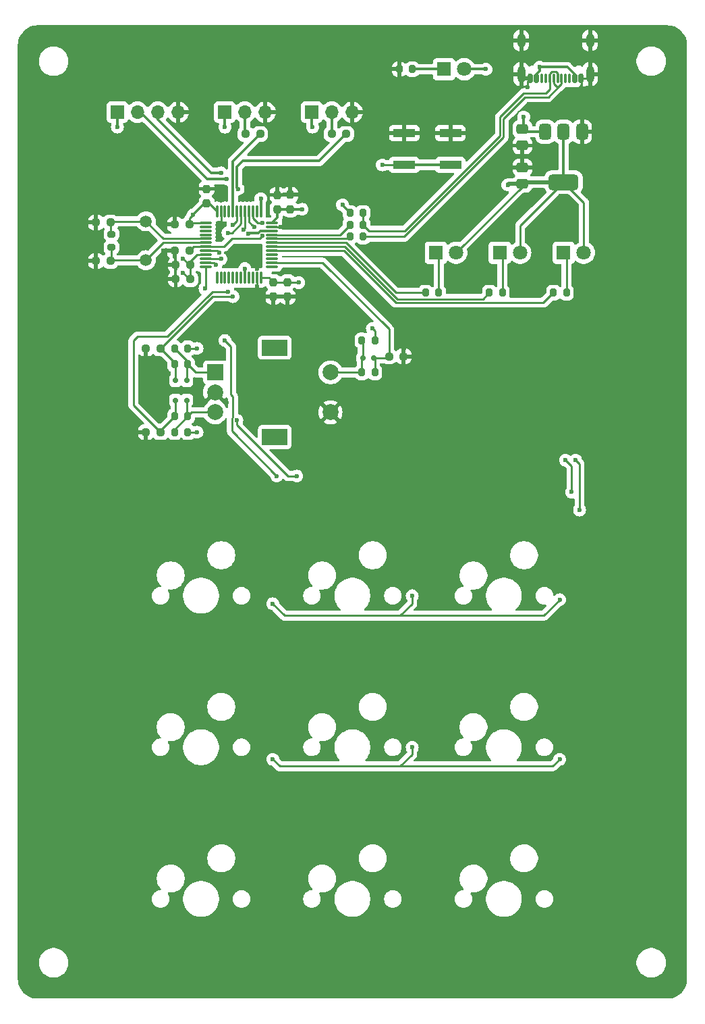
<source format=gbr>
%TF.GenerationSoftware,KiCad,Pcbnew,8.0.4*%
%TF.CreationDate,2024-10-31T19:52:33+01:00*%
%TF.ProjectId,Keyboard,4b657962-6f61-4726-942e-6b696361645f,rev?*%
%TF.SameCoordinates,Original*%
%TF.FileFunction,Copper,L1,Top*%
%TF.FilePolarity,Positive*%
%FSLAX46Y46*%
G04 Gerber Fmt 4.6, Leading zero omitted, Abs format (unit mm)*
G04 Created by KiCad (PCBNEW 8.0.4) date 2024-10-31 19:52:33*
%MOMM*%
%LPD*%
G01*
G04 APERTURE LIST*
G04 Aperture macros list*
%AMRoundRect*
0 Rectangle with rounded corners*
0 $1 Rounding radius*
0 $2 $3 $4 $5 $6 $7 $8 $9 X,Y pos of 4 corners*
0 Add a 4 corners polygon primitive as box body*
4,1,4,$2,$3,$4,$5,$6,$7,$8,$9,$2,$3,0*
0 Add four circle primitives for the rounded corners*
1,1,$1+$1,$2,$3*
1,1,$1+$1,$4,$5*
1,1,$1+$1,$6,$7*
1,1,$1+$1,$8,$9*
0 Add four rect primitives between the rounded corners*
20,1,$1+$1,$2,$3,$4,$5,0*
20,1,$1+$1,$4,$5,$6,$7,0*
20,1,$1+$1,$6,$7,$8,$9,0*
20,1,$1+$1,$8,$9,$2,$3,0*%
G04 Aperture macros list end*
%TA.AperFunction,SMDPad,CuDef*%
%ADD10RoundRect,0.200000X-0.275000X0.200000X-0.275000X-0.200000X0.275000X-0.200000X0.275000X0.200000X0*%
%TD*%
%TA.AperFunction,SMDPad,CuDef*%
%ADD11RoundRect,0.200000X-0.200000X-0.275000X0.200000X-0.275000X0.200000X0.275000X-0.200000X0.275000X0*%
%TD*%
%TA.AperFunction,ComponentPad*%
%ADD12C,1.800000*%
%TD*%
%TA.AperFunction,ComponentPad*%
%ADD13R,1.800000X1.800000*%
%TD*%
%TA.AperFunction,ComponentPad*%
%ADD14O,1.700000X1.700000*%
%TD*%
%TA.AperFunction,ComponentPad*%
%ADD15R,1.700000X1.700000*%
%TD*%
%TA.AperFunction,SMDPad,CuDef*%
%ADD16RoundRect,0.237500X0.250000X0.237500X-0.250000X0.237500X-0.250000X-0.237500X0.250000X-0.237500X0*%
%TD*%
%TA.AperFunction,SMDPad,CuDef*%
%ADD17RoundRect,0.237500X0.237500X-0.250000X0.237500X0.250000X-0.237500X0.250000X-0.237500X-0.250000X0*%
%TD*%
%TA.AperFunction,ComponentPad*%
%ADD18C,2.000000*%
%TD*%
%TA.AperFunction,ComponentPad*%
%ADD19R,3.200000X2.000000*%
%TD*%
%TA.AperFunction,ComponentPad*%
%ADD20R,2.000000X2.000000*%
%TD*%
%TA.AperFunction,SMDPad,CuDef*%
%ADD21RoundRect,0.375000X-0.375000X0.625000X-0.375000X-0.625000X0.375000X-0.625000X0.375000X0.625000X0*%
%TD*%
%TA.AperFunction,SMDPad,CuDef*%
%ADD22RoundRect,0.500000X-1.400000X0.500000X-1.400000X-0.500000X1.400000X-0.500000X1.400000X0.500000X0*%
%TD*%
%TA.AperFunction,SMDPad,CuDef*%
%ADD23RoundRect,0.150000X-0.150000X-0.200000X0.150000X-0.200000X0.150000X0.200000X-0.150000X0.200000X0*%
%TD*%
%TA.AperFunction,SMDPad,CuDef*%
%ADD24RoundRect,0.200000X0.200000X0.275000X-0.200000X0.275000X-0.200000X-0.275000X0.200000X-0.275000X0*%
%TD*%
%TA.AperFunction,SMDPad,CuDef*%
%ADD25RoundRect,0.237500X-0.250000X-0.237500X0.250000X-0.237500X0.250000X0.237500X-0.250000X0.237500X0*%
%TD*%
%TA.AperFunction,ComponentPad*%
%ADD26C,1.500000*%
%TD*%
%TA.AperFunction,SMDPad,CuDef*%
%ADD27R,2.800000X1.000000*%
%TD*%
%TA.AperFunction,SMDPad,CuDef*%
%ADD28RoundRect,0.250000X0.475000X-0.337500X0.475000X0.337500X-0.475000X0.337500X-0.475000X-0.337500X0*%
%TD*%
%TA.AperFunction,SMDPad,CuDef*%
%ADD29RoundRect,0.237500X-0.237500X0.250000X-0.237500X-0.250000X0.237500X-0.250000X0.237500X0.250000X0*%
%TD*%
%TA.AperFunction,SMDPad,CuDef*%
%ADD30RoundRect,0.150000X0.150000X0.200000X-0.150000X0.200000X-0.150000X-0.200000X0.150000X-0.200000X0*%
%TD*%
%TA.AperFunction,SMDPad,CuDef*%
%ADD31RoundRect,0.250000X-0.475000X0.337500X-0.475000X-0.337500X0.475000X-0.337500X0.475000X0.337500X0*%
%TD*%
%TA.AperFunction,ComponentPad*%
%ADD32O,1.000000X1.800000*%
%TD*%
%TA.AperFunction,ComponentPad*%
%ADD33O,1.000000X2.100000*%
%TD*%
%TA.AperFunction,SMDPad,CuDef*%
%ADD34RoundRect,0.150000X0.150000X0.425000X-0.150000X0.425000X-0.150000X-0.425000X0.150000X-0.425000X0*%
%TD*%
%TA.AperFunction,SMDPad,CuDef*%
%ADD35RoundRect,0.075000X0.075000X0.500000X-0.075000X0.500000X-0.075000X-0.500000X0.075000X-0.500000X0*%
%TD*%
%TA.AperFunction,SMDPad,CuDef*%
%ADD36RoundRect,0.075000X-0.075000X-0.662500X0.075000X-0.662500X0.075000X0.662500X-0.075000X0.662500X0*%
%TD*%
%TA.AperFunction,SMDPad,CuDef*%
%ADD37RoundRect,0.075000X-0.662500X-0.075000X0.662500X-0.075000X0.662500X0.075000X-0.662500X0.075000X0*%
%TD*%
%TA.AperFunction,ViaPad*%
%ADD38C,0.600000*%
%TD*%
%TA.AperFunction,Conductor*%
%ADD39C,0.250000*%
%TD*%
%TA.AperFunction,Conductor*%
%ADD40C,0.300000*%
%TD*%
%TA.AperFunction,Conductor*%
%ADD41C,0.500000*%
%TD*%
G04 APERTURE END LIST*
D10*
%TO.P,R13,2*%
%TO.N,Net-(U1-PD1)*%
X82250000Y-105325000D03*
%TO.P,R13,1*%
%TO.N,Net-(U1-PD0)*%
X82250000Y-103675000D03*
%TD*%
D11*
%TO.P,R12,2*%
%TO.N,/D+*%
X113825000Y-101000000D03*
%TO.P,R12,1*%
%TO.N,+3V3*%
X112175000Y-101000000D03*
%TD*%
%TO.P,R11,2*%
%TO.N,Net-(D6-K)*%
X123340000Y-111000000D03*
%TO.P,R11,1*%
%TO.N,/LED2*%
X121690000Y-111000000D03*
%TD*%
%TO.P,R10,2*%
%TO.N,Net-(D5-K)*%
X131325000Y-111000000D03*
%TO.P,R10,1*%
%TO.N,/LED1*%
X129675000Y-111000000D03*
%TD*%
%TO.P,R9,1*%
%TO.N,/LED0*%
X137715000Y-111000000D03*
%TO.P,R9,2*%
%TO.N,Net-(D4-K)*%
X139365000Y-111000000D03*
%TD*%
D12*
%TO.P,D6,2,A*%
%TO.N,+3V3*%
X125515000Y-106000000D03*
D13*
%TO.P,D6,1,K*%
%TO.N,Net-(D6-K)*%
X122975000Y-106000000D03*
%TD*%
D12*
%TO.P,D5,2,A*%
%TO.N,+3V3*%
X133540000Y-106000000D03*
D13*
%TO.P,D5,1,K*%
%TO.N,Net-(D5-K)*%
X131000000Y-106000000D03*
%TD*%
%TO.P,D4,1,K*%
%TO.N,Net-(D4-K)*%
X139000000Y-106000000D03*
D12*
%TO.P,D4,2,A*%
%TO.N,+3V3*%
X141540000Y-106000000D03*
%TD*%
D14*
%TO.P,J3,3,Pin_3*%
%TO.N,GND*%
X112462000Y-88375000D03*
%TO.P,J3,2,Pin_2*%
%TO.N,Net-(J3-Pin_2)*%
X109922000Y-88375000D03*
D15*
%TO.P,J3,1,Pin_1*%
%TO.N,+3V3*%
X107382000Y-88375000D03*
%TD*%
D14*
%TO.P,J2,3,Pin_3*%
%TO.N,GND*%
X101540000Y-88375000D03*
%TO.P,J2,2,Pin_2*%
%TO.N,Net-(J2-Pin_2)*%
X99000000Y-88375000D03*
D15*
%TO.P,J2,1,Pin_1*%
%TO.N,+3V3*%
X96460000Y-88375000D03*
%TD*%
D16*
%TO.P,R5,2*%
%TO.N,Net-(J3-Pin_2)*%
X109883500Y-91112000D03*
%TO.P,R5,1*%
%TO.N,/Boot1*%
X111708500Y-91112000D03*
%TD*%
D17*
%TO.P,C9,2*%
%TO.N,GND*%
X94186000Y-97991500D03*
%TO.P,C9,1*%
%TO.N,+3V3*%
X94186000Y-99816500D03*
%TD*%
%TO.P,C10,2*%
%TO.N,GND*%
X103076000Y-98753500D03*
%TO.P,C10,1*%
%TO.N,+3V3*%
X103076000Y-100578500D03*
%TD*%
D16*
%TO.P,C8,2*%
%TO.N,GND*%
X90225500Y-102460000D03*
%TO.P,C8,1*%
%TO.N,+3V3*%
X92050500Y-102460000D03*
%TD*%
%TO.P,C13,2*%
%TO.N,GND*%
X80319500Y-107032000D03*
%TO.P,C13,1*%
%TO.N,Net-(U1-PD1)*%
X82144500Y-107032000D03*
%TD*%
D17*
%TO.P,C7,2*%
%TO.N,GND*%
X104698500Y-98741500D03*
%TO.P,C7,1*%
%TO.N,+3V3*%
X104698500Y-100566500D03*
%TD*%
D11*
%TO.P,R21,2*%
%TO.N,+3V3*%
X91825000Y-118000000D03*
%TO.P,R21,1*%
%TO.N,Net-(D79-A)*%
X90175000Y-118000000D03*
%TD*%
D18*
%TO.P,SW77,S2,S2*%
%TO.N,Net-(D77-A)*%
X109750000Y-121000000D03*
%TO.P,SW77,S1,S1*%
%TO.N,GND*%
X109750000Y-126000000D03*
D19*
%TO.P,SW77,MP*%
%TO.N,N/C*%
X102750000Y-129100000D03*
X102750000Y-117900000D03*
D18*
%TO.P,SW77,C,C*%
%TO.N,GND*%
X95250000Y-123500000D03*
%TO.P,SW77,B,B*%
%TO.N,Net-(D78-A)*%
X95250000Y-126000000D03*
D20*
%TO.P,SW77,A,A*%
%TO.N,Net-(D79-A)*%
X95250000Y-121000000D03*
%TD*%
D21*
%TO.P,U2,3,VI*%
%TO.N,+5V*%
X136700000Y-90850000D03*
D22*
%TO.P,U2,2,VO*%
%TO.N,+3V3*%
X139000000Y-97150000D03*
D21*
X139000000Y-90850000D03*
%TO.P,U2,1,GND*%
%TO.N,GND*%
X141300000Y-90850000D03*
%TD*%
D16*
%TO.P,C15,2*%
%TO.N,GND*%
X86587500Y-128500000D03*
%TO.P,C15,1*%
%TO.N,/rot_B*%
X88412500Y-128500000D03*
%TD*%
D23*
%TO.P,D77,2,A*%
%TO.N,Net-(D77-A)*%
X113800000Y-119222000D03*
%TO.P,D77,1,K*%
%TO.N,/rot_SW*%
X115200000Y-119222000D03*
%TD*%
D24*
%TO.P,R1,2*%
%TO.N,Net-(U1-PA11)*%
X112175000Y-104000000D03*
%TO.P,R1,1*%
%TO.N,/D-*%
X113825000Y-104000000D03*
%TD*%
D25*
%TO.P,C12,2*%
%TO.N,Net-(U1-PD0)*%
X82144500Y-102206000D03*
%TO.P,C12,1*%
%TO.N,GND*%
X80319500Y-102206000D03*
%TD*%
D11*
%TO.P,R3,2*%
%TO.N,Net-(D76-K)*%
X120004000Y-83000000D03*
%TO.P,R3,1*%
%TO.N,GND*%
X118354000Y-83000000D03*
%TD*%
D25*
%TO.P,C16,1*%
%TO.N,/rot_SW*%
X117087500Y-119000000D03*
%TO.P,C16,2*%
%TO.N,GND*%
X118912500Y-119000000D03*
%TD*%
D12*
%TO.P,D76,2,A*%
%TO.N,+3V3*%
X126540000Y-83000000D03*
D13*
%TO.P,D76,1,K*%
%TO.N,Net-(D76-K)*%
X124000000Y-83000000D03*
%TD*%
D26*
%TO.P,Y1,2,2*%
%TO.N,Net-(U1-PD0)*%
X86566000Y-102062000D03*
%TO.P,Y1,1,1*%
%TO.N,Net-(U1-PD1)*%
X86566000Y-106942000D03*
%TD*%
D27*
%TO.P,SW76,2,2*%
%TO.N,/Reset*%
X124800000Y-95000000D03*
X119000000Y-95000000D03*
%TO.P,SW76,1,1*%
%TO.N,GND*%
X124800000Y-91000000D03*
X119000000Y-91000000D03*
%TD*%
D28*
%TO.P,C2,2*%
%TO.N,GND*%
X133828000Y-95322500D03*
%TO.P,C2,1*%
%TO.N,+3V3*%
X133828000Y-97397500D03*
%TD*%
D16*
%TO.P,C14,2*%
%TO.N,GND*%
X86587500Y-118000000D03*
%TO.P,C14,1*%
%TO.N,/rot_A*%
X88412500Y-118000000D03*
%TD*%
D29*
%TO.P,C11,2*%
%TO.N,GND*%
X104346000Y-111500500D03*
%TO.P,C11,1*%
%TO.N,+3V3*%
X104346000Y-109675500D03*
%TD*%
D16*
%TO.P,C5,2*%
%TO.N,GND*%
X90324000Y-109306000D03*
%TO.P,C5,1*%
%TO.N,+3V3*%
X92149000Y-109306000D03*
%TD*%
D11*
%TO.P,R26,2*%
%TO.N,+3V3*%
X115325000Y-117000000D03*
%TO.P,R26,1*%
%TO.N,Net-(D77-A)*%
X113675000Y-117000000D03*
%TD*%
D24*
%TO.P,R22,2*%
%TO.N,Net-(D77-A)*%
X113675000Y-121000000D03*
%TO.P,R22,1*%
%TO.N,/rot_SW*%
X115325000Y-121000000D03*
%TD*%
D30*
%TO.P,D79,2,A*%
%TO.N,Net-(D79-A)*%
X91700000Y-122000000D03*
%TO.P,D79,1,K*%
%TO.N,/rot_A*%
X90300000Y-122000000D03*
%TD*%
D29*
%TO.P,C6,2*%
%TO.N,GND*%
X102568000Y-111500500D03*
%TO.P,C6,1*%
%TO.N,+3V3*%
X102568000Y-109675500D03*
%TD*%
D30*
%TO.P,D78,2,A*%
%TO.N,Net-(D78-A)*%
X91700000Y-124500000D03*
%TO.P,D78,1,K*%
%TO.N,/rot_B*%
X90300000Y-124500000D03*
%TD*%
D16*
%TO.P,R4,2*%
%TO.N,Net-(J2-Pin_2)*%
X99088500Y-91112000D03*
%TO.P,R4,1*%
%TO.N,/Boot0*%
X100913500Y-91112000D03*
%TD*%
D11*
%TO.P,R25,2*%
%TO.N,+3V3*%
X91825000Y-128500000D03*
%TO.P,R25,1*%
%TO.N,Net-(D78-A)*%
X90175000Y-128500000D03*
%TD*%
D16*
%TO.P,C3,2*%
%TO.N,GND*%
X90225500Y-105762000D03*
%TO.P,C3,1*%
%TO.N,/Reset*%
X92050500Y-105762000D03*
%TD*%
D31*
%TO.P,C1,2*%
%TO.N,GND*%
X133828000Y-92571500D03*
%TO.P,C1,1*%
%TO.N,+5V*%
X133828000Y-90496500D03*
%TD*%
D32*
%TO.P,J1,S1,SHIELD*%
%TO.N,GND*%
X133680000Y-79425000D03*
D33*
X133680000Y-83605000D03*
D32*
X142320000Y-79425000D03*
D33*
X142320000Y-83605000D03*
D34*
%TO.P,J1,B12,GND*%
X141200000Y-84180000D03*
%TO.P,J1,B9,VBUS*%
%TO.N,+5V*%
X140400000Y-84180000D03*
D35*
%TO.P,J1,B8*%
%TO.N,N/C*%
X139750000Y-84180000D03*
%TO.P,J1,B7,D-*%
%TO.N,/D-*%
X138750000Y-84180000D03*
%TO.P,J1,B6,D+*%
%TO.N,/D+*%
X137250000Y-84180000D03*
%TO.P,J1,B5,CC2*%
%TO.N,unconnected-(J1-CC2-PadB5)*%
X136250000Y-84180000D03*
D34*
%TO.P,J1,B4,VBUS*%
%TO.N,+5V*%
X135600000Y-84180000D03*
%TO.P,J1,B1,GND*%
%TO.N,GND*%
X134800000Y-84180000D03*
%TO.P,J1,A12,GND*%
X134800000Y-84180000D03*
%TO.P,J1,A9,VBUS*%
%TO.N,+5V*%
X135600000Y-84180000D03*
D35*
%TO.P,J1,A8*%
%TO.N,N/C*%
X136750000Y-84180000D03*
%TO.P,J1,A7,D-*%
%TO.N,/D-*%
X137750000Y-84180000D03*
%TO.P,J1,A6,D+*%
%TO.N,/D+*%
X138250000Y-84180000D03*
%TO.P,J1,A5,CC1*%
%TO.N,unconnected-(J1-CC1-PadA5)*%
X139250000Y-84180000D03*
D34*
%TO.P,J1,A4,VBUS*%
%TO.N,+5V*%
X140400000Y-84180000D03*
%TO.P,J1,A1,GND*%
%TO.N,GND*%
X141200000Y-84180000D03*
%TD*%
D11*
%TO.P,R24,2*%
%TO.N,Net-(D79-A)*%
X91825000Y-120000000D03*
%TO.P,R24,1*%
%TO.N,/rot_A*%
X90175000Y-120000000D03*
%TD*%
D24*
%TO.P,R2,2*%
%TO.N,Net-(U1-PA12)*%
X112175000Y-102500000D03*
%TO.P,R2,1*%
%TO.N,/D+*%
X113825000Y-102500000D03*
%TD*%
D11*
%TO.P,R23,2*%
%TO.N,Net-(D78-A)*%
X91825000Y-126500000D03*
%TO.P,R23,1*%
%TO.N,/rot_B*%
X90175000Y-126500000D03*
%TD*%
D14*
%TO.P,J4,4,Pin_4*%
%TO.N,GND*%
X90613000Y-88375000D03*
%TO.P,J4,3,Pin_3*%
%TO.N,/SWDCLK*%
X88073000Y-88375000D03*
%TO.P,J4,2,Pin_2*%
%TO.N,/SWDIO*%
X85533000Y-88375000D03*
D15*
%TO.P,J4,1,Pin_1*%
%TO.N,+3V3*%
X82993000Y-88375000D03*
%TD*%
D16*
%TO.P,C4,2*%
%TO.N,GND*%
X90324000Y-107528000D03*
%TO.P,C4,1*%
%TO.N,+3V3*%
X92149000Y-107528000D03*
%TD*%
D36*
%TO.P,U1,48,VDD*%
%TO.N,+3V3*%
X95500000Y-100837500D03*
%TO.P,U1,47,VSS*%
%TO.N,GND*%
X96000000Y-100837500D03*
%TO.P,U1,46,PB9*%
%TO.N,unconnected-(U1-PB9-Pad46)*%
X96500000Y-100837500D03*
%TO.P,U1,45,PB8*%
%TO.N,unconnected-(U1-PB8-Pad45)*%
X97000000Y-100837500D03*
%TO.P,U1,44,BOOT0*%
%TO.N,/Boot0*%
X97500000Y-100837500D03*
%TO.P,U1,43,PB7*%
%TO.N,/rot_A*%
X98000000Y-100837500D03*
%TO.P,U1,42,PB6*%
%TO.N,/rot_B*%
X98500000Y-100837500D03*
%TO.P,U1,41,PB5*%
%TO.N,/row2*%
X99000000Y-100837500D03*
%TO.P,U1,40,PB4*%
%TO.N,/row1*%
X99500000Y-100837500D03*
%TO.P,U1,39,PB3*%
%TO.N,/row0*%
X100000000Y-100837500D03*
%TO.P,U1,38,PA15*%
%TO.N,unconnected-(U1-PA15-Pad38)*%
X100500000Y-100837500D03*
%TO.P,U1,37,PA14*%
%TO.N,/SWDCLK*%
X101000000Y-100837500D03*
D37*
%TO.P,U1,36,VDD*%
%TO.N,+3V3*%
X102412500Y-102250000D03*
%TO.P,U1,35,VSS*%
%TO.N,GND*%
X102412500Y-102750000D03*
%TO.P,U1,34,PA13*%
%TO.N,/SWDIO*%
X102412500Y-103250000D03*
%TO.P,U1,33,PA12*%
%TO.N,Net-(U1-PA12)*%
X102412500Y-103750000D03*
%TO.P,U1,32,PA11*%
%TO.N,Net-(U1-PA11)*%
X102412500Y-104250000D03*
%TO.P,U1,31,PA10*%
%TO.N,/LED2*%
X102412500Y-104750000D03*
%TO.P,U1,30,PA9*%
%TO.N,/LED1*%
X102412500Y-105250000D03*
%TO.P,U1,29,PA8*%
%TO.N,/LED0*%
X102412500Y-105750000D03*
%TO.P,U1,28,PB15*%
%TO.N,unconnected-(U1-PB15-Pad28)*%
X102412500Y-106250000D03*
%TO.P,U1,27,PB14*%
%TO.N,unconnected-(U1-PB14-Pad27)*%
X102412500Y-106750000D03*
%TO.P,U1,26,PB13*%
%TO.N,/rot_SW*%
X102412500Y-107250000D03*
%TO.P,U1,25,PB12*%
%TO.N,unconnected-(U1-PB12-Pad25)*%
X102412500Y-107750000D03*
D36*
%TO.P,U1,24,VDD*%
%TO.N,+3V3*%
X101000000Y-109162500D03*
%TO.P,U1,23,VSS*%
%TO.N,GND*%
X100500000Y-109162500D03*
%TO.P,U1,22,PB11*%
%TO.N,unconnected-(U1-PB11-Pad22)*%
X100000000Y-109162500D03*
%TO.P,U1,21,PB10*%
%TO.N,unconnected-(U1-PB10-Pad21)*%
X99500000Y-109162500D03*
%TO.P,U1,20,PB2*%
%TO.N,/Boot1*%
X99000000Y-109162500D03*
%TO.P,U1,19,PB1*%
%TO.N,unconnected-(U1-PB1-Pad19)*%
X98500000Y-109162500D03*
%TO.P,U1,18,PB0*%
%TO.N,unconnected-(U1-PB0-Pad18)*%
X98000000Y-109162500D03*
%TO.P,U1,17,PA7*%
%TO.N,unconnected-(U1-PA7-Pad17)*%
X97500000Y-109162500D03*
%TO.P,U1,16,PA6*%
%TO.N,unconnected-(U1-PA6-Pad16)*%
X97000000Y-109162500D03*
%TO.P,U1,15,PA5*%
%TO.N,unconnected-(U1-PA5-Pad15)*%
X96500000Y-109162500D03*
%TO.P,U1,14,PA4*%
%TO.N,unconnected-(U1-PA4-Pad14)*%
X96000000Y-109162500D03*
%TO.P,U1,13,PA3*%
%TO.N,unconnected-(U1-PA3-Pad13)*%
X95500000Y-109162500D03*
D37*
%TO.P,U1,12,PA2*%
%TO.N,/col2*%
X94087500Y-107750000D03*
%TO.P,U1,11,PA1*%
%TO.N,/col1*%
X94087500Y-107250000D03*
%TO.P,U1,10,PA0*%
%TO.N,/col0*%
X94087500Y-106750000D03*
%TO.P,U1,9,VDDA*%
%TO.N,+3V3*%
X94087500Y-106250000D03*
%TO.P,U1,8,VSSA*%
%TO.N,GND*%
X94087500Y-105750000D03*
%TO.P,U1,7,NRST*%
%TO.N,/Reset*%
X94087500Y-105250000D03*
%TO.P,U1,6,PD1*%
%TO.N,Net-(U1-PD1)*%
X94087500Y-104750000D03*
%TO.P,U1,5,PD0*%
%TO.N,Net-(U1-PD0)*%
X94087500Y-104250000D03*
%TO.P,U1,4,PC15*%
%TO.N,unconnected-(U1-PC15-Pad4)*%
X94087500Y-103750000D03*
%TO.P,U1,3,PC14*%
%TO.N,unconnected-(U1-PC14-Pad3)*%
X94087500Y-103250000D03*
%TO.P,U1,2,PC13*%
%TO.N,unconnected-(U1-PC13-Pad2)*%
X94087500Y-102750000D03*
%TO.P,U1,1,VBAT*%
%TO.N,+3V3*%
X94087500Y-102250000D03*
%TD*%
D38*
%TO.N,GND*%
X96750000Y-124750000D03*
X146975000Y-195295000D03*
X146975000Y-188295000D03*
X146975000Y-181295000D03*
X146975000Y-174295000D03*
X146975000Y-167295000D03*
X146975000Y-160295000D03*
X146975000Y-153295000D03*
X146975000Y-146295000D03*
X146975000Y-139295000D03*
X146975000Y-132295000D03*
X146975000Y-125295000D03*
X146975000Y-118295000D03*
X146975000Y-111295000D03*
X146975000Y-104295000D03*
X146975000Y-90295000D03*
X146975000Y-83295000D03*
X139975000Y-195295000D03*
X139975000Y-188295000D03*
X139975000Y-174295000D03*
X139975000Y-167295000D03*
X139975000Y-160295000D03*
X139975000Y-153295000D03*
X139975000Y-146295000D03*
X139975000Y-125295000D03*
X139975000Y-118295000D03*
X139975000Y-104295000D03*
X132975000Y-195295000D03*
X132975000Y-174295000D03*
X132975000Y-160295000D03*
X132975000Y-153295000D03*
X132975000Y-146295000D03*
X132975000Y-132295000D03*
X132975000Y-125295000D03*
X132975000Y-118295000D03*
X132975000Y-111295000D03*
X125975000Y-195295000D03*
X125975000Y-181295000D03*
X125975000Y-174295000D03*
X125975000Y-160295000D03*
X125975000Y-153295000D03*
X125975000Y-132295000D03*
X125975000Y-125295000D03*
X125975000Y-118295000D03*
X118975000Y-195295000D03*
X118975000Y-174295000D03*
X118975000Y-160295000D03*
X118975000Y-153295000D03*
X118975000Y-139295000D03*
X118975000Y-132295000D03*
X118975000Y-125295000D03*
X118975000Y-97295000D03*
X111975000Y-195295000D03*
X111975000Y-181295000D03*
X111975000Y-174295000D03*
X111975000Y-160295000D03*
X111975000Y-153295000D03*
X111975000Y-132295000D03*
X111975000Y-125295000D03*
X111975000Y-118295000D03*
X111975000Y-83295000D03*
X104975000Y-195295000D03*
X104975000Y-174295000D03*
X104975000Y-153295000D03*
X104975000Y-132295000D03*
X104975000Y-125295000D03*
X104975000Y-97295000D03*
X104975000Y-90295000D03*
X104975000Y-83295000D03*
X97975000Y-195295000D03*
X97975000Y-174295000D03*
X97975000Y-160295000D03*
X97975000Y-153295000D03*
X97975000Y-146295000D03*
X97975000Y-139295000D03*
X97975000Y-83295000D03*
X90975000Y-195295000D03*
X90975000Y-181295000D03*
X90975000Y-174295000D03*
X90975000Y-160295000D03*
X90975000Y-153295000D03*
X90975000Y-132295000D03*
X90975000Y-97295000D03*
X90975000Y-90295000D03*
X90975000Y-83295000D03*
X83975000Y-195295000D03*
X83975000Y-188295000D03*
X83975000Y-181295000D03*
X83975000Y-139295000D03*
X83975000Y-132295000D03*
X83975000Y-125295000D03*
X83975000Y-118295000D03*
X83975000Y-111295000D03*
X83975000Y-97295000D03*
X83975000Y-83295000D03*
X76975000Y-188295000D03*
X76975000Y-181295000D03*
X76975000Y-174295000D03*
X76975000Y-167295000D03*
X76975000Y-160295000D03*
X76975000Y-153295000D03*
X76975000Y-146295000D03*
X76975000Y-139295000D03*
X76975000Y-132295000D03*
X76975000Y-125295000D03*
X76975000Y-118295000D03*
X76975000Y-111295000D03*
X76975000Y-104295000D03*
X76975000Y-97295000D03*
X76975000Y-90295000D03*
X149000000Y-115750000D03*
X147250000Y-97500000D03*
X148500000Y-86750000D03*
X86750000Y-104500000D03*
X83750000Y-104500000D03*
X110000000Y-128000000D03*
X87500000Y-123750000D03*
X93250000Y-123500000D03*
X119000000Y-118000000D03*
X132000000Y-95500000D03*
X141250000Y-88750000D03*
X143500000Y-90750000D03*
X134500000Y-85250000D03*
X141250000Y-85500000D03*
X140000000Y-79500000D03*
X135500000Y-79500000D03*
X118250000Y-84750000D03*
X118250000Y-81250000D03*
X114250000Y-88500000D03*
X103250000Y-88500000D03*
X92500000Y-88500000D03*
X80250000Y-105750000D03*
X80250000Y-103500000D03*
X88750000Y-102500000D03*
X88750000Y-105750000D03*
X88750000Y-107500000D03*
X88750000Y-109250000D03*
X90250000Y-110750000D03*
X103500000Y-102750000D03*
X100500000Y-108000000D03*
X100500000Y-110250000D03*
X95750000Y-106000000D03*
X95750000Y-102250000D03*
X96000000Y-99250000D03*
X103000000Y-97250000D03*
X106250000Y-98750000D03*
X119000000Y-88500000D03*
X116000000Y-91000000D03*
X128000000Y-99750000D03*
X134500000Y-110750000D03*
X127500000Y-109750000D03*
X133750000Y-100000000D03*
X137250000Y-101500000D03*
%TO.N,/row0*%
X140000000Y-136000000D03*
X139250000Y-132000000D03*
%TO.N,/row1*%
X140500000Y-132000000D03*
X141000000Y-138250000D03*
X100150000Y-102750000D03*
%TO.N,/row2*%
X98800000Y-103133884D03*
%TO.N,/row0*%
X101175001Y-102262174D03*
%TO.N,/col2*%
X105500000Y-134000000D03*
X98000000Y-127000000D03*
X94000000Y-110500000D03*
%TO.N,/col1*%
X96500000Y-117000000D03*
X95375000Y-107500000D03*
X103000000Y-134000000D03*
%TO.N,/col0*%
X96000000Y-106779635D03*
%TO.N,/row0*%
X120000000Y-149000000D03*
X138500000Y-149500000D03*
X102500000Y-150000000D03*
%TO.N,/row1*%
X120000000Y-168000000D03*
X138500000Y-169500000D03*
X102500000Y-169500000D03*
%TO.N,GND*%
X85500000Y-128500000D03*
X86500000Y-119500000D03*
%TO.N,/rot_B*%
X96875000Y-110875000D03*
X96875000Y-103500000D03*
%TO.N,/rot_A*%
X97500000Y-102500000D03*
X97500000Y-111500000D03*
%TO.N,+3V3*%
X93000000Y-128500000D03*
X93000000Y-118000000D03*
X115000000Y-115500000D03*
X105750000Y-109750000D03*
X111250000Y-100000000D03*
%TO.N,/Reset*%
X116250000Y-95000000D03*
X101180789Y-103908245D03*
%TO.N,+3V3*%
X106183500Y-100566500D03*
X107500000Y-90250000D03*
X96500000Y-90250000D03*
X83000000Y-90250000D03*
%TO.N,/SWDCLK*%
X101000000Y-99250000D03*
X96000000Y-96000000D03*
%TO.N,/SWDIO*%
X99431510Y-103625000D03*
X96750000Y-96750000D03*
%TO.N,/Boot1*%
X99000000Y-108000000D03*
X98150000Y-98000000D03*
%TO.N,+3V3*%
X129250000Y-83000000D03*
X132000000Y-97500000D03*
%TO.N,+5V*%
X134000000Y-89000000D03*
X136000000Y-82750000D03*
%TO.N,+3V3*%
X92500000Y-101250000D03*
X91250000Y-108500000D03*
X91250000Y-106750000D03*
%TD*%
D39*
%TO.N,GND*%
X94087500Y-105750000D02*
X95500000Y-105750000D01*
X95500000Y-105750000D02*
X95750000Y-106000000D01*
X95750000Y-102250000D02*
X96000000Y-102000000D01*
X96000000Y-102000000D02*
X96000000Y-100837500D01*
X100500000Y-110250000D02*
X100500000Y-109162500D01*
X102412500Y-102750000D02*
X103500000Y-102750000D01*
%TO.N,/col1*%
X96500000Y-117000000D02*
X97250000Y-117750000D01*
X97250000Y-117750000D02*
X97250000Y-123750000D01*
X97250000Y-123750000D02*
X97500000Y-124000000D01*
X97500000Y-124000000D02*
X97500000Y-126616116D01*
X97500000Y-126616116D02*
X97375000Y-126741116D01*
X97375000Y-126741116D02*
X97375000Y-128375000D01*
X97375000Y-128375000D02*
X103000000Y-134000000D01*
%TO.N,GND*%
X141200000Y-84180000D02*
X141745000Y-84180000D01*
X141745000Y-84180000D02*
X142320000Y-83605000D01*
X134500000Y-85250000D02*
X134500000Y-84480000D01*
X134500000Y-84480000D02*
X134800000Y-84180000D01*
%TO.N,/D+*%
X113825000Y-102500000D02*
X113825000Y-101000000D01*
D40*
%TO.N,+3V3*%
X112175000Y-101000000D02*
X111250000Y-100075000D01*
X111250000Y-100075000D02*
X111250000Y-100000000D01*
D39*
%TO.N,/D+*%
X119100000Y-103250000D02*
X131000000Y-91350000D01*
X113825000Y-102500000D02*
X114575000Y-103250000D01*
X137250000Y-85500000D02*
X137250000Y-84180000D01*
X114575000Y-103250000D02*
X119100000Y-103250000D01*
X134000000Y-86000000D02*
X136750000Y-86000000D01*
X131000000Y-91350000D02*
X131000000Y-89000000D01*
X131000000Y-89000000D02*
X134000000Y-86000000D01*
X136750000Y-86000000D02*
X137250000Y-85500000D01*
%TO.N,Net-(U1-PA12)*%
X102412500Y-103750000D02*
X110925000Y-103750000D01*
X110925000Y-103750000D02*
X112175000Y-102500000D01*
%TO.N,/row0*%
X139250000Y-132000000D02*
X140000000Y-132750000D01*
X140000000Y-132750000D02*
X140000000Y-136000000D01*
%TO.N,/row1*%
X141000000Y-132500000D02*
X141000000Y-138250000D01*
X140500000Y-132000000D02*
X141000000Y-132500000D01*
D40*
%TO.N,/SWDIO*%
X99431510Y-103625000D02*
X99556510Y-103500000D01*
X99556510Y-103500000D02*
X100669795Y-103500000D01*
X100669795Y-103500000D02*
X100919795Y-103250000D01*
X100919795Y-103250000D02*
X102412500Y-103250000D01*
D39*
%TO.N,/row2*%
X98800000Y-103133884D02*
X99000000Y-102933884D01*
X99000000Y-102933884D02*
X99000000Y-100837500D01*
%TO.N,/row1*%
X99875000Y-102500000D02*
X99900000Y-102500000D01*
X99900000Y-102500000D02*
X100150000Y-102750000D01*
%TO.N,/Reset*%
X94087500Y-105250000D02*
X96366116Y-105250000D01*
X96366116Y-105250000D02*
X97366116Y-104250000D01*
X97366116Y-104250000D02*
X100839034Y-104250000D01*
X100839034Y-104250000D02*
X101180789Y-103908245D01*
%TO.N,/row0*%
X101175001Y-102262174D02*
X100619410Y-102262174D01*
X100619410Y-102262174D02*
X100000000Y-101642764D01*
X100000000Y-101642764D02*
X100000000Y-100837500D01*
%TO.N,/row1*%
X99500000Y-102125000D02*
X99875000Y-102500000D01*
X99500000Y-100837500D02*
X99500000Y-102125000D01*
%TO.N,/col2*%
X104400000Y-134000000D02*
X105500000Y-134000000D01*
X98000000Y-127600000D02*
X104400000Y-134000000D01*
X98000000Y-127000000D02*
X98000000Y-127600000D01*
X94087500Y-110412500D02*
X94000000Y-110500000D01*
X94087500Y-107750000D02*
X94087500Y-110412500D01*
%TO.N,/col1*%
X94087500Y-107250000D02*
X95125000Y-107250000D01*
X95125000Y-107250000D02*
X95375000Y-107500000D01*
%TO.N,/col0*%
X96000000Y-106779635D02*
X95970365Y-106750000D01*
X95970365Y-106750000D02*
X94087500Y-106750000D01*
%TO.N,/rot_B*%
X85000000Y-117000000D02*
X85000000Y-125087500D01*
X96875000Y-110875000D02*
X94901104Y-110875000D01*
X94901104Y-110875000D02*
X89276104Y-116500000D01*
X89276104Y-116500000D02*
X85500000Y-116500000D01*
X85500000Y-116500000D02*
X85000000Y-117000000D01*
X85000000Y-125087500D02*
X88412500Y-128500000D01*
%TO.N,/rot_A*%
X97500000Y-111500000D02*
X94912500Y-111500000D01*
X94912500Y-111500000D02*
X88412500Y-118000000D01*
%TO.N,/row0*%
X120000000Y-149000000D02*
X120000000Y-150000000D01*
X120000000Y-150000000D02*
X118500000Y-151500000D01*
X104000000Y-151500000D02*
X118500000Y-151500000D01*
X118500000Y-151500000D02*
X136500000Y-151500000D01*
X102500000Y-150000000D02*
X104000000Y-151500000D01*
X136500000Y-151500000D02*
X138500000Y-149500000D01*
%TO.N,/row1*%
X120000000Y-168868900D02*
X118500000Y-170368900D01*
X103368900Y-170368900D02*
X118500000Y-170368900D01*
X118500000Y-170368900D02*
X137631100Y-170368900D01*
X120000000Y-168000000D02*
X120000000Y-168868900D01*
X137631100Y-170368900D02*
X138500000Y-169500000D01*
X102500000Y-169500000D02*
X103368900Y-170368900D01*
%TO.N,GND*%
X86587500Y-128500000D02*
X85500000Y-128500000D01*
X86587500Y-119412500D02*
X86500000Y-119500000D01*
X86587500Y-118000000D02*
X86587500Y-119412500D01*
%TO.N,Net-(D79-A)*%
X95250000Y-121000000D02*
X92825000Y-121000000D01*
X92825000Y-121000000D02*
X91825000Y-120000000D01*
%TO.N,/rot_B*%
X96875000Y-103500000D02*
X97383884Y-103500000D01*
X97383884Y-103500000D02*
X98500000Y-102383884D01*
X98500000Y-102383884D02*
X98500000Y-100837500D01*
%TO.N,/rot_A*%
X97500000Y-102500000D02*
X98000000Y-102000000D01*
X98000000Y-102000000D02*
X98000000Y-100837500D01*
X90175000Y-120000000D02*
X90175000Y-119762500D01*
X90175000Y-119762500D02*
X88412500Y-118000000D01*
%TO.N,+3V3*%
X91825000Y-128500000D02*
X93000000Y-128500000D01*
X91825000Y-118000000D02*
X93000000Y-118000000D01*
%TO.N,Net-(D79-A)*%
X91825000Y-120000000D02*
X91825000Y-119650000D01*
X91825000Y-119650000D02*
X90175000Y-118000000D01*
%TO.N,/rot_A*%
X90300000Y-122000000D02*
X90300000Y-120125000D01*
X90300000Y-120125000D02*
X90175000Y-120000000D01*
%TO.N,Net-(D79-A)*%
X91700000Y-122000000D02*
X91700000Y-120125000D01*
X91700000Y-120125000D02*
X91825000Y-120000000D01*
%TO.N,/rot_B*%
X88412500Y-128500000D02*
X88412500Y-128262500D01*
X88412500Y-128262500D02*
X90175000Y-126500000D01*
X90300000Y-124500000D02*
X90300000Y-126375000D01*
X90300000Y-126375000D02*
X90175000Y-126500000D01*
%TO.N,Net-(D78-A)*%
X90175000Y-128500000D02*
X90175000Y-128150000D01*
X90175000Y-128150000D02*
X91825000Y-126500000D01*
X91700000Y-124500000D02*
X91700000Y-126375000D01*
X91700000Y-126375000D02*
X91825000Y-126500000D01*
X95250000Y-126000000D02*
X92325000Y-126000000D01*
X92325000Y-126000000D02*
X91825000Y-126500000D01*
%TO.N,/rot_SW*%
X117087500Y-119000000D02*
X117087500Y-115587500D01*
X117087500Y-115587500D02*
X108750000Y-107250000D01*
X108750000Y-107250000D02*
X102412500Y-107250000D01*
X115200000Y-119222000D02*
X116865500Y-119222000D01*
X116865500Y-119222000D02*
X117087500Y-119000000D01*
X115325000Y-121000000D02*
X115325000Y-119347000D01*
X115325000Y-119347000D02*
X115200000Y-119222000D01*
%TO.N,+3V3*%
X115325000Y-115825000D02*
X115000000Y-115500000D01*
X115325000Y-117000000D02*
X115325000Y-115825000D01*
%TO.N,Net-(D77-A)*%
X113800000Y-119222000D02*
X113800000Y-117125000D01*
X113800000Y-117125000D02*
X113675000Y-117000000D01*
X113675000Y-121000000D02*
X113675000Y-119347000D01*
X113675000Y-119347000D02*
X113800000Y-119222000D01*
X109750000Y-121000000D02*
X113675000Y-121000000D01*
%TO.N,+3V3*%
X105675500Y-109675500D02*
X105750000Y-109750000D01*
X104346000Y-109675500D02*
X105675500Y-109675500D01*
X102568000Y-109675500D02*
X104346000Y-109675500D01*
X101000000Y-109162500D02*
X102055000Y-109162500D01*
X102055000Y-109162500D02*
X102568000Y-109675500D01*
D40*
X139000000Y-90850000D02*
X139000000Y-97150000D01*
D39*
%TO.N,/Reset*%
X116250000Y-95000000D02*
X119000000Y-95000000D01*
D40*
%TO.N,+3V3*%
X94186000Y-99816500D02*
X94479000Y-99816500D01*
X94479000Y-99816500D02*
X95500000Y-100837500D01*
X94186000Y-99816500D02*
X93933500Y-99816500D01*
X93933500Y-99816500D02*
X92500000Y-101250000D01*
X103076000Y-100578500D02*
X103076000Y-101586500D01*
X103076000Y-101586500D02*
X102412500Y-102250000D01*
X104698500Y-100566500D02*
X103088000Y-100566500D01*
X103088000Y-100566500D02*
X103076000Y-100578500D01*
X104698500Y-100566500D02*
X106183500Y-100566500D01*
X106250000Y-100500000D02*
X106183500Y-100566500D01*
X107382000Y-90132000D02*
X107500000Y-90250000D01*
X107382000Y-88375000D02*
X107382000Y-90132000D01*
X96460000Y-90210000D02*
X96500000Y-90250000D01*
X96460000Y-88375000D02*
X96460000Y-90210000D01*
X82993000Y-90243000D02*
X83000000Y-90250000D01*
X82993000Y-88375000D02*
X82993000Y-90243000D01*
%TO.N,/SWDCLK*%
X88073000Y-88375000D02*
X88073000Y-89323000D01*
X88073000Y-89323000D02*
X94750000Y-96000000D01*
X94750000Y-96000000D02*
X96000000Y-96000000D01*
X101000000Y-99250000D02*
X101000000Y-100837500D01*
%TO.N,/SWDIO*%
X85533000Y-88375000D02*
X85894432Y-88375000D01*
X85894432Y-88375000D02*
X94269432Y-96750000D01*
X94269432Y-96750000D02*
X96750000Y-96750000D01*
%TO.N,Net-(J2-Pin_2)*%
X99000000Y-88375000D02*
X99000000Y-91023500D01*
X99000000Y-91023500D02*
X99088500Y-91112000D01*
%TO.N,Net-(J3-Pin_2)*%
X109922000Y-88375000D02*
X109922000Y-91073500D01*
X109922000Y-91073500D02*
X109883500Y-91112000D01*
%TO.N,/Boot1*%
X99000000Y-108000000D02*
X99000000Y-109162500D01*
X98000000Y-95250000D02*
X98000000Y-96000000D01*
X111708500Y-91112000D02*
X108320500Y-94500000D01*
X98750000Y-94500000D02*
X98000000Y-95250000D01*
X108320500Y-94500000D02*
X98750000Y-94500000D01*
X98000000Y-96000000D02*
X98000000Y-97850000D01*
X98000000Y-97850000D02*
X98150000Y-98000000D01*
%TO.N,/Boot0*%
X100913500Y-91112000D02*
X97500000Y-94525500D01*
X97500000Y-94525500D02*
X97500000Y-100837500D01*
%TO.N,/Reset*%
X124800000Y-95000000D02*
X119000000Y-95000000D01*
%TO.N,+3V3*%
X126540000Y-83000000D02*
X129250000Y-83000000D01*
%TO.N,Net-(D76-K)*%
X124000000Y-83000000D02*
X120004000Y-83000000D01*
D39*
%TO.N,/D-*%
X113825000Y-104000000D02*
X119000000Y-104000000D01*
X119000000Y-104000000D02*
X131450000Y-91550000D01*
X131450000Y-91550000D02*
X131450000Y-89186396D01*
X131450000Y-89186396D02*
X134136396Y-86500000D01*
X134136396Y-86500000D02*
X137072764Y-86500000D01*
X137072764Y-86500000D02*
X138286382Y-85286382D01*
D40*
%TO.N,+5V*%
X140400000Y-84180000D02*
X140400000Y-83651880D01*
X140400000Y-83651880D02*
X139498120Y-82750000D01*
X139498120Y-82750000D02*
X136000000Y-82750000D01*
D39*
%TO.N,+3V3*%
X141540000Y-106000000D02*
X141540000Y-99690000D01*
X141540000Y-99690000D02*
X139000000Y-97150000D01*
X133540000Y-106000000D02*
X133540000Y-102610000D01*
X133540000Y-102610000D02*
X139000000Y-97150000D01*
X125515000Y-106000000D02*
X134365000Y-97150000D01*
X134365000Y-97150000D02*
X139000000Y-97150000D01*
D41*
X132102500Y-97397500D02*
X132000000Y-97500000D01*
X133828000Y-97397500D02*
X132102500Y-97397500D01*
X139000000Y-97150000D02*
X134075500Y-97150000D01*
X134075500Y-97150000D02*
X133828000Y-97397500D01*
D40*
%TO.N,+5V*%
X136700000Y-90850000D02*
X134181500Y-90850000D01*
X134181500Y-90850000D02*
X133828000Y-90496500D01*
X134000000Y-89000000D02*
X134000000Y-90324500D01*
X135600000Y-84180000D02*
X135600000Y-83640305D01*
X135600000Y-83640305D02*
X136000000Y-83240305D01*
X136000000Y-83240305D02*
X136000000Y-82750000D01*
X134000000Y-90324500D02*
X133828000Y-90496500D01*
D39*
%TO.N,/LED0*%
X102412500Y-105750000D02*
X111429204Y-105750000D01*
X111429204Y-105750000D02*
X117929204Y-112250000D01*
X117929204Y-112250000D02*
X136465000Y-112250000D01*
X136465000Y-112250000D02*
X137715000Y-111000000D01*
%TO.N,/LED1*%
X102412500Y-105250000D02*
X111565600Y-105250000D01*
X111565600Y-105250000D02*
X118115600Y-111800000D01*
X118115600Y-111800000D02*
X128875000Y-111800000D01*
X128875000Y-111800000D02*
X129675000Y-111000000D01*
%TO.N,/LED2*%
X102412500Y-104750000D02*
X111701996Y-104750000D01*
X111701996Y-104750000D02*
X117951996Y-111000000D01*
X117951996Y-111000000D02*
X121690000Y-111000000D01*
%TO.N,Net-(D4-K)*%
X139365000Y-111000000D02*
X139365000Y-106365000D01*
X139365000Y-106365000D02*
X139000000Y-106000000D01*
%TO.N,Net-(D6-K)*%
X123340000Y-111000000D02*
X123340000Y-106365000D01*
X123340000Y-106365000D02*
X122975000Y-106000000D01*
%TO.N,Net-(D5-K)*%
X131325000Y-111000000D02*
X131325000Y-106325000D01*
X131325000Y-106325000D02*
X131000000Y-106000000D01*
%TO.N,Net-(U1-PD1)*%
X82250000Y-105325000D02*
X82250000Y-106926500D01*
X82250000Y-106926500D02*
X82144500Y-107032000D01*
%TO.N,Net-(U1-PD0)*%
X82144500Y-102206000D02*
X82144500Y-103569500D01*
X82144500Y-103569500D02*
X82250000Y-103675000D01*
%TO.N,Net-(U1-PD1)*%
X86566000Y-106942000D02*
X82234500Y-106942000D01*
X82234500Y-106942000D02*
X82144500Y-107032000D01*
%TO.N,Net-(U1-PD0)*%
X86566000Y-102062000D02*
X82288500Y-102062000D01*
X82288500Y-102062000D02*
X82144500Y-102206000D01*
%TO.N,Net-(U1-PD1)*%
X94087500Y-104750000D02*
X88758000Y-104750000D01*
X88758000Y-104750000D02*
X86566000Y-106942000D01*
%TO.N,Net-(U1-PD0)*%
X94087500Y-104250000D02*
X88754000Y-104250000D01*
X88754000Y-104250000D02*
X86566000Y-102062000D01*
%TO.N,+3V3*%
X92050500Y-101699500D02*
X92500000Y-101250000D01*
X92050500Y-102460000D02*
X92050500Y-101699500D01*
X92149000Y-109306000D02*
X92149000Y-107528000D01*
X92056000Y-109306000D02*
X91250000Y-108500000D01*
X92149000Y-109306000D02*
X92056000Y-109306000D01*
X92028000Y-107528000D02*
X91250000Y-106750000D01*
X92149000Y-107528000D02*
X92028000Y-107528000D01*
X94087500Y-106250000D02*
X92952000Y-106250000D01*
X92952000Y-106250000D02*
X92149000Y-107053000D01*
X92149000Y-107053000D02*
X92149000Y-107528000D01*
%TO.N,/Reset*%
X94087500Y-105250000D02*
X92562500Y-105250000D01*
X92562500Y-105250000D02*
X92050500Y-105762000D01*
%TO.N,+3V3*%
X94087500Y-102250000D02*
X92260500Y-102250000D01*
X92260500Y-102250000D02*
X92050500Y-102460000D01*
%TO.N,/D-*%
X137750000Y-84180000D02*
X137750000Y-84822764D01*
X138286382Y-85286382D02*
X138750000Y-84822764D01*
X137750000Y-84822764D02*
X138213618Y-85286382D01*
X138213618Y-85286382D02*
X138286382Y-85286382D01*
%TO.N,/D+*%
X138250000Y-84180000D02*
X138250000Y-83537236D01*
X137507236Y-83280000D02*
X137250000Y-83537236D01*
X138250000Y-83537236D02*
X137992764Y-83280000D01*
X137992764Y-83280000D02*
X137507236Y-83280000D01*
X137250000Y-83537236D02*
X137250000Y-84180000D01*
%TO.N,/D-*%
X138750000Y-84822764D02*
X138750000Y-84180000D01*
%TO.N,Net-(U1-PA11)*%
X102412500Y-104250000D02*
X111925000Y-104250000D01*
X111925000Y-104250000D02*
X112175000Y-104000000D01*
%TD*%
%TA.AperFunction,Conductor*%
%TO.N,GND*%
G36*
X86780539Y-117769685D02*
G01*
X86826294Y-117822489D01*
X86837500Y-117874000D01*
X86837500Y-118974999D01*
X86886640Y-118974999D01*
X86886654Y-118974998D01*
X86987652Y-118964680D01*
X87151300Y-118910453D01*
X87151311Y-118910448D01*
X87298033Y-118819948D01*
X87411964Y-118706017D01*
X87473287Y-118672532D01*
X87542979Y-118677516D01*
X87587327Y-118706017D01*
X87701650Y-118820340D01*
X87848484Y-118910908D01*
X88012247Y-118965174D01*
X88113323Y-118975500D01*
X88452047Y-118975499D01*
X88519086Y-118995183D01*
X88539728Y-119011818D01*
X89238181Y-119710271D01*
X89271666Y-119771594D01*
X89274500Y-119797952D01*
X89274500Y-120331613D01*
X89280913Y-120402192D01*
X89280913Y-120402194D01*
X89280914Y-120402196D01*
X89291259Y-120435394D01*
X89331522Y-120564606D01*
X89419530Y-120710188D01*
X89539816Y-120830474D01*
X89614649Y-120875711D01*
X89661837Y-120927238D01*
X89674500Y-120981828D01*
X89674500Y-121304191D01*
X89654815Y-121371230D01*
X89638181Y-121391872D01*
X89631923Y-121398129D01*
X89631917Y-121398137D01*
X89548255Y-121539603D01*
X89548254Y-121539606D01*
X89502402Y-121697426D01*
X89502401Y-121697432D01*
X89499500Y-121734298D01*
X89499500Y-122265701D01*
X89502401Y-122302567D01*
X89502402Y-122302573D01*
X89548254Y-122460393D01*
X89548255Y-122460396D01*
X89548256Y-122460398D01*
X89585681Y-122523681D01*
X89631917Y-122601862D01*
X89631923Y-122601870D01*
X89748129Y-122718076D01*
X89748133Y-122718079D01*
X89748135Y-122718081D01*
X89889602Y-122801744D01*
X89931224Y-122813836D01*
X90047426Y-122847597D01*
X90047429Y-122847597D01*
X90047431Y-122847598D01*
X90084306Y-122850500D01*
X90084314Y-122850500D01*
X90515686Y-122850500D01*
X90515694Y-122850500D01*
X90552569Y-122847598D01*
X90552571Y-122847597D01*
X90552573Y-122847597D01*
X90594191Y-122835505D01*
X90710398Y-122801744D01*
X90851865Y-122718081D01*
X90851870Y-122718076D01*
X90912319Y-122657628D01*
X90973642Y-122624143D01*
X91043334Y-122629127D01*
X91087681Y-122657628D01*
X91148129Y-122718076D01*
X91148133Y-122718079D01*
X91148135Y-122718081D01*
X91289602Y-122801744D01*
X91331224Y-122813836D01*
X91447426Y-122847597D01*
X91447429Y-122847597D01*
X91447431Y-122847598D01*
X91484306Y-122850500D01*
X91484314Y-122850500D01*
X91915686Y-122850500D01*
X91915694Y-122850500D01*
X91952569Y-122847598D01*
X91952571Y-122847597D01*
X91952573Y-122847597D01*
X91994191Y-122835505D01*
X92110398Y-122801744D01*
X92251865Y-122718081D01*
X92368081Y-122601865D01*
X92451744Y-122460398D01*
X92485505Y-122344191D01*
X92497597Y-122302573D01*
X92497598Y-122302567D01*
X92500499Y-122265701D01*
X92500500Y-122265694D01*
X92500500Y-121734306D01*
X92500474Y-121733982D01*
X92500485Y-121733932D01*
X92500404Y-121731868D01*
X92500922Y-121731847D01*
X92514818Y-121665603D01*
X92563855Y-121615832D01*
X92632016Y-121600474D01*
X92648273Y-121602601D01*
X92662597Y-121605451D01*
X92696196Y-121612134D01*
X92763392Y-121625501D01*
X92763394Y-121625501D01*
X92892721Y-121625501D01*
X92892741Y-121625500D01*
X93625501Y-121625500D01*
X93692540Y-121645185D01*
X93738295Y-121697989D01*
X93749501Y-121749500D01*
X93749501Y-122047876D01*
X93755908Y-122107483D01*
X93806202Y-122242328D01*
X93806206Y-122242335D01*
X93892452Y-122357544D01*
X93892455Y-122357547D01*
X94008986Y-122444783D01*
X94050857Y-122500717D01*
X94055841Y-122570408D01*
X94038484Y-122611870D01*
X93926267Y-122783631D01*
X93826412Y-123011282D01*
X93765387Y-123252261D01*
X93765385Y-123252270D01*
X93744859Y-123499994D01*
X93744859Y-123500005D01*
X93765385Y-123747729D01*
X93765387Y-123747738D01*
X93826412Y-123988717D01*
X93926266Y-124216364D01*
X94026564Y-124369882D01*
X94767037Y-123629408D01*
X94784075Y-123692993D01*
X94849901Y-123807007D01*
X94942993Y-123900099D01*
X95057007Y-123965925D01*
X95120590Y-123982962D01*
X94374100Y-124729450D01*
X94363482Y-124776148D01*
X94331376Y-124813556D01*
X94230255Y-124892262D01*
X94061833Y-125075217D01*
X93925824Y-125283396D01*
X93918405Y-125300311D01*
X93873449Y-125353797D01*
X93806713Y-125374486D01*
X93804850Y-125374500D01*
X92449500Y-125374500D01*
X92382461Y-125354815D01*
X92336706Y-125302011D01*
X92325500Y-125250500D01*
X92325500Y-125195808D01*
X92345185Y-125128769D01*
X92361817Y-125108128D01*
X92368081Y-125101865D01*
X92451744Y-124960398D01*
X92497598Y-124802569D01*
X92500500Y-124765694D01*
X92500500Y-124234306D01*
X92497598Y-124197431D01*
X92483737Y-124149723D01*
X92451745Y-124039606D01*
X92451744Y-124039603D01*
X92451744Y-124039602D01*
X92368081Y-123898135D01*
X92368079Y-123898133D01*
X92368076Y-123898129D01*
X92251870Y-123781923D01*
X92251862Y-123781917D01*
X92110396Y-123698255D01*
X92110393Y-123698254D01*
X91952573Y-123652402D01*
X91952567Y-123652401D01*
X91915701Y-123649500D01*
X91915694Y-123649500D01*
X91484306Y-123649500D01*
X91484298Y-123649500D01*
X91447432Y-123652401D01*
X91447426Y-123652402D01*
X91289606Y-123698254D01*
X91289603Y-123698255D01*
X91148137Y-123781917D01*
X91148129Y-123781923D01*
X91087681Y-123842372D01*
X91026358Y-123875857D01*
X90956666Y-123870873D01*
X90912319Y-123842372D01*
X90851870Y-123781923D01*
X90851862Y-123781917D01*
X90710396Y-123698255D01*
X90710393Y-123698254D01*
X90552573Y-123652402D01*
X90552567Y-123652401D01*
X90515701Y-123649500D01*
X90515694Y-123649500D01*
X90084306Y-123649500D01*
X90084298Y-123649500D01*
X90047432Y-123652401D01*
X90047426Y-123652402D01*
X89889606Y-123698254D01*
X89889603Y-123698255D01*
X89748137Y-123781917D01*
X89748129Y-123781923D01*
X89631923Y-123898129D01*
X89631917Y-123898137D01*
X89548255Y-124039603D01*
X89548254Y-124039606D01*
X89502402Y-124197426D01*
X89502401Y-124197432D01*
X89499500Y-124234298D01*
X89499500Y-124765701D01*
X89502401Y-124802567D01*
X89502402Y-124802573D01*
X89548254Y-124960393D01*
X89548255Y-124960396D01*
X89548256Y-124960398D01*
X89631919Y-125101865D01*
X89638179Y-125108125D01*
X89671665Y-125169445D01*
X89674500Y-125195808D01*
X89674500Y-125518170D01*
X89654815Y-125585209D01*
X89614652Y-125624286D01*
X89539811Y-125669530D01*
X89419530Y-125789811D01*
X89331522Y-125935393D01*
X89280913Y-126097807D01*
X89274500Y-126168386D01*
X89274500Y-126464546D01*
X89254815Y-126531585D01*
X89238181Y-126552227D01*
X88381430Y-127408978D01*
X88320107Y-127442463D01*
X88250415Y-127437479D01*
X88206068Y-127408978D01*
X85661819Y-124864729D01*
X85628334Y-124803406D01*
X85625500Y-124777048D01*
X85625500Y-118867845D01*
X85645185Y-118800806D01*
X85697989Y-118755051D01*
X85767147Y-118745107D01*
X85830703Y-118774132D01*
X85837181Y-118780164D01*
X85876961Y-118819944D01*
X85876965Y-118819947D01*
X86023688Y-118910448D01*
X86023699Y-118910453D01*
X86187347Y-118964680D01*
X86288351Y-118974999D01*
X86337499Y-118974998D01*
X86337500Y-118974998D01*
X86337500Y-117874000D01*
X86357185Y-117806961D01*
X86409989Y-117761206D01*
X86461500Y-117750000D01*
X86713500Y-117750000D01*
X86780539Y-117769685D01*
G37*
%TD.AperFunction*%
%TA.AperFunction,Conductor*%
G36*
X96473434Y-124369882D02*
G01*
X96573729Y-124216372D01*
X96579502Y-124203211D01*
X96624456Y-124149723D01*
X96691191Y-124129029D01*
X96758519Y-124147700D01*
X96780741Y-124165333D01*
X96838180Y-124222771D01*
X96871666Y-124284094D01*
X96874500Y-124310453D01*
X96874500Y-125376685D01*
X96854815Y-125443724D01*
X96802011Y-125489479D01*
X96732853Y-125499423D01*
X96669297Y-125470398D01*
X96636944Y-125426495D01*
X96574173Y-125283393D01*
X96438166Y-125075217D01*
X96413011Y-125047892D01*
X96269744Y-124892262D01*
X96168623Y-124813556D01*
X96127810Y-124756846D01*
X96123697Y-124727249D01*
X95379409Y-123982962D01*
X95442993Y-123965925D01*
X95557007Y-123900099D01*
X95650099Y-123807007D01*
X95715925Y-123692993D01*
X95732962Y-123629410D01*
X96473434Y-124369882D01*
G37*
%TD.AperFunction*%
%TA.AperFunction,Conductor*%
G36*
X139631585Y-98670184D02*
G01*
X139652227Y-98686818D01*
X140878181Y-99912771D01*
X140911666Y-99974094D01*
X140914500Y-100000452D01*
X140914500Y-104672185D01*
X140894815Y-104739224D01*
X140849518Y-104781239D01*
X140771380Y-104823525D01*
X140771365Y-104823535D01*
X140588222Y-104966081D01*
X140588218Y-104966085D01*
X140579866Y-104975158D01*
X140519979Y-105011148D01*
X140450141Y-105009047D01*
X140392525Y-104969522D01*
X140372455Y-104934507D01*
X140343796Y-104857669D01*
X140343793Y-104857664D01*
X140257547Y-104742455D01*
X140257544Y-104742452D01*
X140142335Y-104656206D01*
X140142328Y-104656202D01*
X140007482Y-104605908D01*
X140007483Y-104605908D01*
X139947883Y-104599501D01*
X139947881Y-104599500D01*
X139947873Y-104599500D01*
X139947864Y-104599500D01*
X138052129Y-104599500D01*
X138052123Y-104599501D01*
X137992516Y-104605908D01*
X137857671Y-104656202D01*
X137857664Y-104656206D01*
X137742455Y-104742452D01*
X137742452Y-104742455D01*
X137656206Y-104857664D01*
X137656204Y-104857669D01*
X137605908Y-104992517D01*
X137599501Y-105052116D01*
X137599500Y-105052135D01*
X137599500Y-106947870D01*
X137599501Y-106947876D01*
X137605908Y-107007483D01*
X137656202Y-107142328D01*
X137656206Y-107142335D01*
X137742452Y-107257544D01*
X137742455Y-107257547D01*
X137857664Y-107343793D01*
X137857671Y-107343797D01*
X137857674Y-107343798D01*
X137992517Y-107394091D01*
X138052127Y-107400500D01*
X138615500Y-107400499D01*
X138682539Y-107420183D01*
X138728294Y-107472987D01*
X138739500Y-107524499D01*
X138739500Y-110108480D01*
X138719815Y-110175519D01*
X138703181Y-110196161D01*
X138627681Y-110271661D01*
X138566358Y-110305146D01*
X138496666Y-110300162D01*
X138452319Y-110271661D01*
X138350188Y-110169530D01*
X138340499Y-110163673D01*
X138204606Y-110081522D01*
X138042196Y-110030914D01*
X138042194Y-110030913D01*
X138042192Y-110030913D01*
X137992778Y-110026423D01*
X137971616Y-110024500D01*
X137458384Y-110024500D01*
X137439145Y-110026248D01*
X137387807Y-110030913D01*
X137225393Y-110081522D01*
X137079811Y-110169530D01*
X136959530Y-110289811D01*
X136871522Y-110435393D01*
X136820913Y-110597807D01*
X136814500Y-110668386D01*
X136814500Y-110964548D01*
X136794815Y-111031587D01*
X136778181Y-111052229D01*
X136242229Y-111588181D01*
X136180906Y-111621666D01*
X136154548Y-111624500D01*
X132318334Y-111624500D01*
X132251295Y-111604815D01*
X132205540Y-111552011D01*
X132195596Y-111482853D01*
X132199945Y-111463621D01*
X132219086Y-111402196D01*
X132225500Y-111331616D01*
X132225500Y-110668384D01*
X132219086Y-110597804D01*
X132168478Y-110435394D01*
X132080472Y-110289815D01*
X132080470Y-110289813D01*
X132080469Y-110289811D01*
X131986819Y-110196161D01*
X131953334Y-110134838D01*
X131950500Y-110108480D01*
X131950500Y-107501439D01*
X131970185Y-107434400D01*
X132022989Y-107388645D01*
X132031168Y-107385257D01*
X132142326Y-107343798D01*
X132142326Y-107343797D01*
X132142331Y-107343796D01*
X132257546Y-107257546D01*
X132343796Y-107142331D01*
X132372455Y-107065493D01*
X132414326Y-107009559D01*
X132479790Y-106985141D01*
X132548063Y-106999992D01*
X132579866Y-107024843D01*
X132587302Y-107032920D01*
X132588215Y-107033912D01*
X132588222Y-107033918D01*
X132771365Y-107176464D01*
X132771371Y-107176468D01*
X132771374Y-107176470D01*
X132975497Y-107286936D01*
X133089487Y-107326068D01*
X133195015Y-107362297D01*
X133195017Y-107362297D01*
X133195019Y-107362298D01*
X133423951Y-107400500D01*
X133423952Y-107400500D01*
X133656048Y-107400500D01*
X133656049Y-107400500D01*
X133884981Y-107362298D01*
X134104503Y-107286936D01*
X134308626Y-107176470D01*
X134491784Y-107033913D01*
X134648979Y-106863153D01*
X134775924Y-106668849D01*
X134869157Y-106456300D01*
X134926134Y-106231305D01*
X134927729Y-106212055D01*
X134945300Y-106000006D01*
X134945300Y-105999993D01*
X134926135Y-105768702D01*
X134926133Y-105768691D01*
X134869157Y-105543699D01*
X134775924Y-105331151D01*
X134648983Y-105136852D01*
X134648980Y-105136849D01*
X134648979Y-105136847D01*
X134491784Y-104966087D01*
X134491779Y-104966083D01*
X134491777Y-104966081D01*
X134308634Y-104823535D01*
X134308619Y-104823525D01*
X134230482Y-104781239D01*
X134180891Y-104732020D01*
X134165500Y-104672185D01*
X134165500Y-102920451D01*
X134185185Y-102853412D01*
X134201814Y-102832775D01*
X138347771Y-98686817D01*
X138409094Y-98653333D01*
X138435452Y-98650499D01*
X139564546Y-98650499D01*
X139631585Y-98670184D01*
G37*
%TD.AperFunction*%
%TA.AperFunction,Conductor*%
G36*
X136604568Y-97920185D02*
G01*
X136650323Y-97972989D01*
X136656744Y-97990387D01*
X136666088Y-98023043D01*
X136666090Y-98023048D01*
X136666091Y-98023049D01*
X136746873Y-98177699D01*
X136760305Y-98203412D01*
X136825015Y-98282773D01*
X136852124Y-98347169D01*
X136840114Y-98415999D01*
X136816594Y-98448814D01*
X134975598Y-100289811D01*
X133141270Y-102124139D01*
X133141267Y-102124142D01*
X133114931Y-102150478D01*
X133054140Y-102211268D01*
X133035086Y-102239786D01*
X133029773Y-102247738D01*
X132985688Y-102313714D01*
X132958409Y-102379572D01*
X132938537Y-102427546D01*
X132938535Y-102427552D01*
X132931935Y-102460730D01*
X132931936Y-102460731D01*
X132914624Y-102547772D01*
X132914609Y-102547844D01*
X132914500Y-102548387D01*
X132914500Y-104672185D01*
X132894815Y-104739224D01*
X132849518Y-104781239D01*
X132771380Y-104823525D01*
X132771365Y-104823535D01*
X132588222Y-104966081D01*
X132588218Y-104966085D01*
X132579866Y-104975158D01*
X132519979Y-105011148D01*
X132450141Y-105009047D01*
X132392525Y-104969522D01*
X132372455Y-104934507D01*
X132343796Y-104857669D01*
X132343793Y-104857664D01*
X132257547Y-104742455D01*
X132257544Y-104742452D01*
X132142335Y-104656206D01*
X132142328Y-104656202D01*
X132007482Y-104605908D01*
X132007483Y-104605908D01*
X131947883Y-104599501D01*
X131947881Y-104599500D01*
X131947873Y-104599500D01*
X131947864Y-104599500D01*
X130052129Y-104599500D01*
X130052123Y-104599501D01*
X129992516Y-104605908D01*
X129857671Y-104656202D01*
X129857664Y-104656206D01*
X129742455Y-104742452D01*
X129742452Y-104742455D01*
X129656206Y-104857664D01*
X129656204Y-104857669D01*
X129605908Y-104992517D01*
X129599501Y-105052116D01*
X129599500Y-105052135D01*
X129599500Y-106947870D01*
X129599501Y-106947876D01*
X129605908Y-107007483D01*
X129656202Y-107142328D01*
X129656206Y-107142335D01*
X129742452Y-107257544D01*
X129742455Y-107257547D01*
X129857664Y-107343793D01*
X129857671Y-107343797D01*
X129857674Y-107343798D01*
X129992517Y-107394091D01*
X130052127Y-107400500D01*
X130575500Y-107400499D01*
X130642539Y-107420183D01*
X130688294Y-107472987D01*
X130699500Y-107524499D01*
X130699500Y-110108480D01*
X130679815Y-110175519D01*
X130663181Y-110196161D01*
X130587681Y-110271661D01*
X130526358Y-110305146D01*
X130456666Y-110300162D01*
X130412319Y-110271661D01*
X130310188Y-110169530D01*
X130300499Y-110163673D01*
X130164606Y-110081522D01*
X130002196Y-110030914D01*
X130002194Y-110030913D01*
X130002192Y-110030913D01*
X129952778Y-110026423D01*
X129931616Y-110024500D01*
X129418384Y-110024500D01*
X129399145Y-110026248D01*
X129347807Y-110030913D01*
X129185393Y-110081522D01*
X129039811Y-110169530D01*
X128919530Y-110289811D01*
X128831522Y-110435393D01*
X128780913Y-110597807D01*
X128774500Y-110668386D01*
X128774500Y-110964548D01*
X128754815Y-111031587D01*
X128738181Y-111052229D01*
X128652229Y-111138181D01*
X128590906Y-111171666D01*
X128564548Y-111174500D01*
X124364500Y-111174500D01*
X124297461Y-111154815D01*
X124251706Y-111102011D01*
X124240500Y-111050500D01*
X124240500Y-110668386D01*
X124234086Y-110597807D01*
X124234086Y-110597804D01*
X124183478Y-110435394D01*
X124095472Y-110289815D01*
X124095470Y-110289813D01*
X124095469Y-110289811D01*
X124001819Y-110196161D01*
X123968334Y-110134838D01*
X123965500Y-110108480D01*
X123965500Y-107486520D01*
X123985185Y-107419481D01*
X124037989Y-107373726D01*
X124046168Y-107370338D01*
X124117326Y-107343798D01*
X124117326Y-107343797D01*
X124117331Y-107343796D01*
X124232546Y-107257546D01*
X124318796Y-107142331D01*
X124347455Y-107065493D01*
X124389326Y-107009559D01*
X124454790Y-106985141D01*
X124523063Y-106999992D01*
X124554866Y-107024843D01*
X124562302Y-107032920D01*
X124563215Y-107033912D01*
X124563222Y-107033918D01*
X124746365Y-107176464D01*
X124746371Y-107176468D01*
X124746374Y-107176470D01*
X124950497Y-107286936D01*
X125064487Y-107326068D01*
X125170015Y-107362297D01*
X125170017Y-107362297D01*
X125170019Y-107362298D01*
X125398951Y-107400500D01*
X125398952Y-107400500D01*
X125631048Y-107400500D01*
X125631049Y-107400500D01*
X125859981Y-107362298D01*
X126079503Y-107286936D01*
X126283626Y-107176470D01*
X126466784Y-107033913D01*
X126623979Y-106863153D01*
X126750924Y-106668849D01*
X126844157Y-106456300D01*
X126901134Y-106231305D01*
X126902729Y-106212055D01*
X126920300Y-106000006D01*
X126920300Y-105999993D01*
X126901135Y-105768702D01*
X126901132Y-105768686D01*
X126887664Y-105715505D01*
X126863823Y-105621361D01*
X126866447Y-105551544D01*
X126896345Y-105503243D01*
X133877771Y-98521818D01*
X133939094Y-98488333D01*
X133965452Y-98485499D01*
X134353002Y-98485499D01*
X134353008Y-98485499D01*
X134455797Y-98474999D01*
X134622334Y-98419814D01*
X134771656Y-98327712D01*
X134895712Y-98203656D01*
X134987814Y-98054334D01*
X135010625Y-97985494D01*
X135050398Y-97928050D01*
X135114915Y-97901228D01*
X135128331Y-97900500D01*
X136537529Y-97900500D01*
X136604568Y-97920185D01*
G37*
%TD.AperFunction*%
%TA.AperFunction,Conductor*%
G36*
X101147145Y-104876954D02*
G01*
X101183250Y-104936773D01*
X101186274Y-104952153D01*
X101188503Y-104969086D01*
X101190374Y-104983292D01*
X101187399Y-104983683D01*
X101187399Y-105016316D01*
X101190374Y-105016708D01*
X101174500Y-105137272D01*
X101174500Y-105362727D01*
X101190374Y-105483292D01*
X101187399Y-105483683D01*
X101187399Y-105516316D01*
X101190374Y-105516708D01*
X101174500Y-105637272D01*
X101174500Y-105637280D01*
X101174500Y-105862720D01*
X101189159Y-105974070D01*
X101190374Y-105983292D01*
X101187399Y-105983683D01*
X101187399Y-106016316D01*
X101190374Y-106016708D01*
X101174500Y-106137272D01*
X101174500Y-106362727D01*
X101180427Y-106407742D01*
X101188347Y-106467901D01*
X101190374Y-106483292D01*
X101187399Y-106483683D01*
X101187399Y-106516316D01*
X101190374Y-106516708D01*
X101189313Y-106524762D01*
X101189313Y-106524764D01*
X101188282Y-106532599D01*
X101174500Y-106637272D01*
X101174500Y-106862727D01*
X101190374Y-106983292D01*
X101187399Y-106983683D01*
X101187399Y-107016316D01*
X101190374Y-107016708D01*
X101189313Y-107024762D01*
X101189313Y-107024764D01*
X101188109Y-107033912D01*
X101174500Y-107137272D01*
X101174500Y-107362727D01*
X101190374Y-107483292D01*
X101187399Y-107483683D01*
X101187399Y-107516316D01*
X101190374Y-107516708D01*
X101174500Y-107637272D01*
X101174500Y-107800500D01*
X101154815Y-107867539D01*
X101102011Y-107913294D01*
X101050500Y-107924500D01*
X100887272Y-107924500D01*
X100798379Y-107936204D01*
X100774764Y-107939313D01*
X100774763Y-107939313D01*
X100766707Y-107940374D01*
X100766472Y-107938595D01*
X100732729Y-107940804D01*
X100650000Y-107929911D01*
X100647845Y-107931801D01*
X100630315Y-107991502D01*
X100601487Y-108022838D01*
X100575486Y-108042789D01*
X100510319Y-108067984D01*
X100441874Y-108053946D01*
X100424515Y-108042790D01*
X100398512Y-108022838D01*
X100357310Y-107966410D01*
X100351120Y-107930894D01*
X100349999Y-107929911D01*
X100267270Y-107940804D01*
X100233527Y-107938593D01*
X100233293Y-107940374D01*
X100225236Y-107939313D01*
X100201621Y-107936204D01*
X100112727Y-107924500D01*
X100112720Y-107924500D01*
X99907872Y-107924500D01*
X99840833Y-107904815D01*
X99795078Y-107852011D01*
X99788210Y-107827236D01*
X99786917Y-107827532D01*
X99785368Y-107820745D01*
X99744679Y-107704462D01*
X99725789Y-107650478D01*
X99722109Y-107644622D01*
X99657288Y-107541460D01*
X99629816Y-107497738D01*
X99502262Y-107370184D01*
X99460269Y-107343798D01*
X99349523Y-107274211D01*
X99179254Y-107214631D01*
X99179249Y-107214630D01*
X99000004Y-107194435D01*
X98999996Y-107194435D01*
X98820750Y-107214630D01*
X98820745Y-107214631D01*
X98650476Y-107274211D01*
X98497737Y-107370184D01*
X98370184Y-107497737D01*
X98274210Y-107650478D01*
X98214631Y-107820747D01*
X98213083Y-107827533D01*
X98210109Y-107826854D01*
X98188280Y-107878800D01*
X98130684Y-107918354D01*
X98092129Y-107924500D01*
X97887272Y-107924500D01*
X97800393Y-107935938D01*
X97774764Y-107939313D01*
X97774762Y-107939313D01*
X97766708Y-107940374D01*
X97766316Y-107937399D01*
X97733684Y-107937399D01*
X97733292Y-107940374D01*
X97725237Y-107939313D01*
X97725236Y-107939313D01*
X97695840Y-107935443D01*
X97612727Y-107924500D01*
X97612720Y-107924500D01*
X97387280Y-107924500D01*
X97387272Y-107924500D01*
X97300393Y-107935938D01*
X97274764Y-107939313D01*
X97274762Y-107939313D01*
X97266708Y-107940374D01*
X97266316Y-107937399D01*
X97233684Y-107937399D01*
X97233292Y-107940374D01*
X97225237Y-107939313D01*
X97225236Y-107939313D01*
X97195840Y-107935443D01*
X97112727Y-107924500D01*
X97112720Y-107924500D01*
X96887280Y-107924500D01*
X96887272Y-107924500D01*
X96800393Y-107935938D01*
X96774764Y-107939313D01*
X96774762Y-107939313D01*
X96766708Y-107940374D01*
X96766316Y-107937399D01*
X96733684Y-107937399D01*
X96733292Y-107940374D01*
X96725237Y-107939313D01*
X96725236Y-107939313D01*
X96695840Y-107935443D01*
X96612727Y-107924500D01*
X96612720Y-107924500D01*
X96387280Y-107924500D01*
X96387272Y-107924500D01*
X96300393Y-107935938D01*
X96274764Y-107939313D01*
X96274762Y-107939313D01*
X96266708Y-107940374D01*
X96266316Y-107937399D01*
X96233671Y-107937399D01*
X96233279Y-107940372D01*
X96227458Y-107939605D01*
X96222473Y-107937399D01*
X96218093Y-107937399D01*
X96217571Y-107937260D01*
X96218054Y-107935443D01*
X96163565Y-107911332D01*
X96125100Y-107853003D01*
X96124276Y-107783138D01*
X96126616Y-107775713D01*
X96160367Y-107679258D01*
X96160367Y-107679257D01*
X96160368Y-107679255D01*
X96164270Y-107644618D01*
X96191334Y-107580207D01*
X96246534Y-107541460D01*
X96349522Y-107505424D01*
X96502262Y-107409451D01*
X96629816Y-107281897D01*
X96725789Y-107129157D01*
X96785368Y-106958890D01*
X96786609Y-106947876D01*
X96805565Y-106779638D01*
X96805565Y-106779631D01*
X96785369Y-106600385D01*
X96785368Y-106600380D01*
X96758909Y-106524764D01*
X96725789Y-106430113D01*
X96711732Y-106407742D01*
X96665375Y-106333965D01*
X96629816Y-106277373D01*
X96502262Y-106149819D01*
X96502260Y-106149817D01*
X96416622Y-106096007D01*
X96370332Y-106043673D01*
X96359684Y-105974619D01*
X96388059Y-105910771D01*
X96446449Y-105872399D01*
X96458394Y-105869399D01*
X96491973Y-105862720D01*
X96491974Y-105862720D01*
X96511187Y-105858898D01*
X96548568Y-105851463D01*
X96581908Y-105837652D01*
X96662402Y-105804312D01*
X96721910Y-105764549D01*
X96721911Y-105764549D01*
X96750339Y-105745552D01*
X96764849Y-105735858D01*
X96851974Y-105648733D01*
X96851974Y-105648731D01*
X96862182Y-105638524D01*
X96862183Y-105638521D01*
X97588888Y-104911819D01*
X97650211Y-104878334D01*
X97676569Y-104875500D01*
X100900642Y-104875500D01*
X100900642Y-104875499D01*
X100990285Y-104857669D01*
X100990286Y-104857669D01*
X101000780Y-104855581D01*
X101021486Y-104851463D01*
X101021496Y-104851458D01*
X101027312Y-104849695D01*
X101028201Y-104852626D01*
X101084432Y-104846152D01*
X101147145Y-104876954D01*
G37*
%TD.AperFunction*%
%TA.AperFunction,Conductor*%
G36*
X85479890Y-102707185D02*
G01*
X85514423Y-102740374D01*
X85604402Y-102868877D01*
X85759123Y-103023598D01*
X85938361Y-103149102D01*
X86136670Y-103241575D01*
X86348023Y-103298207D01*
X86530926Y-103314208D01*
X86565998Y-103317277D01*
X86566000Y-103317277D01*
X86566002Y-103317277D01*
X86596212Y-103314633D01*
X86783977Y-103298207D01*
X86820221Y-103288495D01*
X86890071Y-103290156D01*
X86939998Y-103320588D01*
X88033728Y-104414318D01*
X88067213Y-104475641D01*
X88062229Y-104545333D01*
X88033728Y-104589680D01*
X86939997Y-105683411D01*
X86878674Y-105716896D01*
X86820223Y-105715505D01*
X86783977Y-105705793D01*
X86566002Y-105686723D01*
X86565998Y-105686723D01*
X86420682Y-105699436D01*
X86348023Y-105705793D01*
X86348020Y-105705793D01*
X86136677Y-105762422D01*
X86136668Y-105762426D01*
X85938361Y-105854898D01*
X85938357Y-105854900D01*
X85759121Y-105980402D01*
X85604402Y-106135121D01*
X85514425Y-106263623D01*
X85459848Y-106307248D01*
X85412850Y-106316500D01*
X83014556Y-106316500D01*
X82947517Y-106296815D01*
X82901762Y-106244011D01*
X82891818Y-106174853D01*
X82920843Y-106111297D01*
X82950403Y-106086385D01*
X82960185Y-106080472D01*
X83080472Y-105960185D01*
X83168478Y-105814606D01*
X83219086Y-105652196D01*
X83225500Y-105581616D01*
X83225500Y-105068384D01*
X83219086Y-104997804D01*
X83168478Y-104835394D01*
X83080472Y-104689815D01*
X83080470Y-104689813D01*
X83080469Y-104689811D01*
X82978339Y-104587681D01*
X82944854Y-104526358D01*
X82949838Y-104456666D01*
X82978339Y-104412319D01*
X83080468Y-104310189D01*
X83080469Y-104310188D01*
X83080472Y-104310185D01*
X83168478Y-104164606D01*
X83219086Y-104002196D01*
X83225500Y-103931616D01*
X83225500Y-103418384D01*
X83219086Y-103347804D01*
X83168478Y-103185394D01*
X83080472Y-103039815D01*
X83080470Y-103039813D01*
X83080469Y-103039811D01*
X83080468Y-103039810D01*
X83034335Y-102993678D01*
X83000849Y-102932355D01*
X83005833Y-102862664D01*
X83016477Y-102840899D01*
X83071700Y-102751369D01*
X83073173Y-102752277D01*
X83113350Y-102706653D01*
X83179554Y-102687500D01*
X85412851Y-102687500D01*
X85479890Y-102707185D01*
G37*
%TD.AperFunction*%
%TA.AperFunction,Conductor*%
G36*
X96058129Y-101946055D02*
G01*
X96075484Y-101957208D01*
X96101486Y-101977160D01*
X96142689Y-102033587D01*
X96148878Y-102069102D01*
X96150000Y-102070086D01*
X96232730Y-102059195D01*
X96266469Y-102061415D01*
X96266705Y-102059626D01*
X96274763Y-102060686D01*
X96274764Y-102060687D01*
X96387280Y-102075500D01*
X96387287Y-102075500D01*
X96612713Y-102075500D01*
X96612720Y-102075500D01*
X96612726Y-102075499D01*
X96616772Y-102075234D01*
X96616889Y-102077021D01*
X96678717Y-102086635D01*
X96730994Y-102132991D01*
X96749910Y-102200252D01*
X96742960Y-102239786D01*
X96714632Y-102320742D01*
X96714630Y-102320750D01*
X96694435Y-102499996D01*
X96694435Y-102500003D01*
X96706678Y-102608667D01*
X96694623Y-102677489D01*
X96647274Y-102728868D01*
X96624413Y-102739591D01*
X96525480Y-102774209D01*
X96372737Y-102870184D01*
X96245184Y-102997737D01*
X96149211Y-103150476D01*
X96089631Y-103320745D01*
X96089630Y-103320750D01*
X96069435Y-103499996D01*
X96069435Y-103500003D01*
X96089630Y-103679249D01*
X96089631Y-103679254D01*
X96149211Y-103849523D01*
X96200792Y-103931613D01*
X96245184Y-104002262D01*
X96372738Y-104129816D01*
X96381694Y-104135443D01*
X96427986Y-104187777D01*
X96438636Y-104256830D01*
X96410262Y-104320679D01*
X96403406Y-104328119D01*
X96143343Y-104588182D01*
X96082023Y-104621666D01*
X96055664Y-104624500D01*
X95432559Y-104624500D01*
X95365520Y-104604815D01*
X95319765Y-104552011D01*
X95312786Y-104532599D01*
X95312652Y-104532099D01*
X95312679Y-104483697D01*
X95309626Y-104483295D01*
X95318970Y-104412319D01*
X95325500Y-104362720D01*
X95325500Y-104137280D01*
X95310687Y-104024764D01*
X95310686Y-104024763D01*
X95309626Y-104016705D01*
X95312689Y-104016301D01*
X95312689Y-103983698D01*
X95309626Y-103983295D01*
X95310687Y-103975236D01*
X95325500Y-103862720D01*
X95325500Y-103637280D01*
X95310687Y-103524764D01*
X95310686Y-103524763D01*
X95309626Y-103516705D01*
X95312689Y-103516301D01*
X95312689Y-103483698D01*
X95309626Y-103483295D01*
X95315918Y-103435499D01*
X95325500Y-103362720D01*
X95325500Y-103137280D01*
X95310687Y-103024764D01*
X95310686Y-103024763D01*
X95309626Y-103016705D01*
X95312689Y-103016301D01*
X95312689Y-102983698D01*
X95309626Y-102983295D01*
X95317891Y-102920516D01*
X95325500Y-102862720D01*
X95325500Y-102637280D01*
X95310687Y-102524764D01*
X95310686Y-102524763D01*
X95309626Y-102516705D01*
X95312689Y-102516301D01*
X95312689Y-102483698D01*
X95309626Y-102483295D01*
X95312596Y-102460733D01*
X95325500Y-102362720D01*
X95325500Y-102199500D01*
X95345185Y-102132461D01*
X95397989Y-102086706D01*
X95449500Y-102075500D01*
X95612713Y-102075500D01*
X95612720Y-102075500D01*
X95725236Y-102060687D01*
X95725236Y-102060686D01*
X95733295Y-102059626D01*
X95733530Y-102061418D01*
X95767269Y-102059195D01*
X95849999Y-102070086D01*
X95852155Y-102068195D01*
X95869685Y-102008497D01*
X95898512Y-101977161D01*
X95924515Y-101957208D01*
X95989684Y-101932016D01*
X96058129Y-101946055D01*
G37*
%TD.AperFunction*%
%TA.AperFunction,Conductor*%
G36*
X134749222Y-83561797D02*
G01*
X134750174Y-83560557D01*
X134752819Y-83562586D01*
X134753755Y-83563867D01*
X134755203Y-83564529D01*
X134761681Y-83570561D01*
X134762382Y-83571262D01*
X134760517Y-83573126D01*
X134794029Y-83619008D01*
X134800964Y-83670699D01*
X134799500Y-83689295D01*
X134799500Y-84306000D01*
X134779815Y-84373039D01*
X134727011Y-84418794D01*
X134675500Y-84430000D01*
X134081000Y-84430000D01*
X134013961Y-84410315D01*
X133968206Y-84357511D01*
X133957000Y-84306000D01*
X133957000Y-84275223D01*
X133959556Y-84270796D01*
X133980000Y-84194496D01*
X133980000Y-83984088D01*
X134029489Y-83941206D01*
X134081000Y-83930000D01*
X134550000Y-83930000D01*
X134550000Y-83658242D01*
X134569685Y-83591203D01*
X134622489Y-83545448D01*
X134691647Y-83535504D01*
X134749222Y-83561797D01*
G37*
%TD.AperFunction*%
%TA.AperFunction,Conductor*%
G36*
X152003736Y-77500726D02*
G01*
X152293796Y-77518271D01*
X152308659Y-77520076D01*
X152590798Y-77571780D01*
X152605335Y-77575363D01*
X152879172Y-77660695D01*
X152893163Y-77666000D01*
X153154743Y-77783727D01*
X153167989Y-77790680D01*
X153413465Y-77939075D01*
X153425776Y-77947573D01*
X153573656Y-78063429D01*
X153651573Y-78124473D01*
X153662781Y-78134403D01*
X153865596Y-78337218D01*
X153875526Y-78348426D01*
X154034489Y-78551328D01*
X154052422Y-78574217D01*
X154060928Y-78586540D01*
X154209316Y-78832004D01*
X154216275Y-78845263D01*
X154333997Y-79106831D01*
X154339306Y-79120832D01*
X154424635Y-79394663D01*
X154428219Y-79409201D01*
X154479923Y-79691340D01*
X154481728Y-79706205D01*
X154499274Y-79996263D01*
X154499500Y-80003750D01*
X154499500Y-196996249D01*
X154499274Y-197003736D01*
X154481728Y-197293794D01*
X154479923Y-197308659D01*
X154428219Y-197590798D01*
X154424635Y-197605336D01*
X154339306Y-197879167D01*
X154333997Y-197893168D01*
X154216275Y-198154736D01*
X154209316Y-198167995D01*
X154060928Y-198413459D01*
X154052422Y-198425782D01*
X153875526Y-198651573D01*
X153865596Y-198662781D01*
X153662781Y-198865596D01*
X153651573Y-198875526D01*
X153425782Y-199052422D01*
X153413459Y-199060928D01*
X153167995Y-199209316D01*
X153154736Y-199216275D01*
X152893168Y-199333997D01*
X152879167Y-199339306D01*
X152605336Y-199424635D01*
X152590798Y-199428219D01*
X152308659Y-199479923D01*
X152293794Y-199481728D01*
X152003736Y-199499274D01*
X151996249Y-199499500D01*
X73003751Y-199499500D01*
X72996264Y-199499274D01*
X72706205Y-199481728D01*
X72691340Y-199479923D01*
X72409201Y-199428219D01*
X72394663Y-199424635D01*
X72120832Y-199339306D01*
X72106831Y-199333997D01*
X71845263Y-199216275D01*
X71832004Y-199209316D01*
X71586540Y-199060928D01*
X71574217Y-199052422D01*
X71348426Y-198875526D01*
X71337218Y-198865596D01*
X71134403Y-198662781D01*
X71124473Y-198651573D01*
X70947573Y-198425776D01*
X70939075Y-198413465D01*
X70790680Y-198167989D01*
X70783727Y-198154743D01*
X70666000Y-197893163D01*
X70660693Y-197879167D01*
X70575364Y-197605336D01*
X70571780Y-197590798D01*
X70520076Y-197308659D01*
X70518271Y-197293794D01*
X70500726Y-197003736D01*
X70500500Y-196996249D01*
X70500500Y-194878711D01*
X73149500Y-194878711D01*
X73149500Y-195121288D01*
X73181161Y-195361785D01*
X73243947Y-195596104D01*
X73336773Y-195820205D01*
X73336776Y-195820212D01*
X73458064Y-196030289D01*
X73458066Y-196030292D01*
X73458067Y-196030293D01*
X73605733Y-196222736D01*
X73605739Y-196222743D01*
X73777256Y-196394260D01*
X73777262Y-196394265D01*
X73969711Y-196541936D01*
X74179788Y-196663224D01*
X74403900Y-196756054D01*
X74638211Y-196818838D01*
X74818586Y-196842584D01*
X74878711Y-196850500D01*
X74878712Y-196850500D01*
X75121289Y-196850500D01*
X75169388Y-196844167D01*
X75361789Y-196818838D01*
X75596100Y-196756054D01*
X75820212Y-196663224D01*
X76030289Y-196541936D01*
X76222738Y-196394265D01*
X76394265Y-196222738D01*
X76541936Y-196030289D01*
X76663224Y-195820212D01*
X76756054Y-195596100D01*
X76818838Y-195361789D01*
X76850500Y-195121288D01*
X76850500Y-194878712D01*
X76850500Y-194878711D01*
X148149500Y-194878711D01*
X148149500Y-195121288D01*
X148181161Y-195361785D01*
X148243947Y-195596104D01*
X148336773Y-195820205D01*
X148336776Y-195820212D01*
X148458064Y-196030289D01*
X148458066Y-196030292D01*
X148458067Y-196030293D01*
X148605733Y-196222736D01*
X148605739Y-196222743D01*
X148777256Y-196394260D01*
X148777262Y-196394265D01*
X148969711Y-196541936D01*
X149179788Y-196663224D01*
X149403900Y-196756054D01*
X149638211Y-196818838D01*
X149818586Y-196842584D01*
X149878711Y-196850500D01*
X149878712Y-196850500D01*
X150121289Y-196850500D01*
X150169388Y-196844167D01*
X150361789Y-196818838D01*
X150596100Y-196756054D01*
X150820212Y-196663224D01*
X151030289Y-196541936D01*
X151222738Y-196394265D01*
X151394265Y-196222738D01*
X151541936Y-196030289D01*
X151663224Y-195820212D01*
X151756054Y-195596100D01*
X151818838Y-195361789D01*
X151850500Y-195121288D01*
X151850500Y-194878712D01*
X151818838Y-194638211D01*
X151756054Y-194403900D01*
X151663224Y-194179788D01*
X151541936Y-193969711D01*
X151394265Y-193777262D01*
X151394260Y-193777256D01*
X151222743Y-193605739D01*
X151222736Y-193605733D01*
X151030293Y-193458067D01*
X151030292Y-193458066D01*
X151030289Y-193458064D01*
X150820212Y-193336776D01*
X150820205Y-193336773D01*
X150596104Y-193243947D01*
X150361785Y-193181161D01*
X150121289Y-193149500D01*
X150121288Y-193149500D01*
X149878712Y-193149500D01*
X149878711Y-193149500D01*
X149638214Y-193181161D01*
X149403895Y-193243947D01*
X149179794Y-193336773D01*
X149179785Y-193336777D01*
X148969706Y-193458067D01*
X148777263Y-193605733D01*
X148777256Y-193605739D01*
X148605739Y-193777256D01*
X148605733Y-193777263D01*
X148458067Y-193969706D01*
X148336777Y-194179785D01*
X148336773Y-194179794D01*
X148243947Y-194403895D01*
X148181161Y-194638214D01*
X148149500Y-194878711D01*
X76850500Y-194878711D01*
X76818838Y-194638211D01*
X76756054Y-194403900D01*
X76663224Y-194179788D01*
X76541936Y-193969711D01*
X76394265Y-193777262D01*
X76394260Y-193777256D01*
X76222743Y-193605739D01*
X76222736Y-193605733D01*
X76030293Y-193458067D01*
X76030292Y-193458066D01*
X76030289Y-193458064D01*
X75820212Y-193336776D01*
X75820205Y-193336773D01*
X75596104Y-193243947D01*
X75361785Y-193181161D01*
X75121289Y-193149500D01*
X75121288Y-193149500D01*
X74878712Y-193149500D01*
X74878711Y-193149500D01*
X74638214Y-193181161D01*
X74403895Y-193243947D01*
X74179794Y-193336773D01*
X74179785Y-193336777D01*
X73969706Y-193458067D01*
X73777263Y-193605733D01*
X73777256Y-193605739D01*
X73605739Y-193777256D01*
X73605733Y-193777263D01*
X73458067Y-193969706D01*
X73336777Y-194179785D01*
X73336773Y-194179794D01*
X73243947Y-194403895D01*
X73181161Y-194638214D01*
X73149500Y-194878711D01*
X70500500Y-194878711D01*
X70500500Y-186913312D01*
X87318600Y-186913312D01*
X87318600Y-187086687D01*
X87345720Y-187257913D01*
X87399290Y-187422788D01*
X87399291Y-187422791D01*
X87477998Y-187577260D01*
X87579899Y-187717514D01*
X87702486Y-187840101D01*
X87842740Y-187942002D01*
X87918502Y-187980604D01*
X87997208Y-188020708D01*
X87997211Y-188020709D01*
X88079648Y-188047494D01*
X88162088Y-188074280D01*
X88241391Y-188086840D01*
X88333313Y-188101400D01*
X88333318Y-188101400D01*
X88506687Y-188101400D01*
X88589695Y-188088252D01*
X88677912Y-188074280D01*
X88842791Y-188020708D01*
X88997260Y-187942002D01*
X89137514Y-187840101D01*
X89260101Y-187717514D01*
X89362002Y-187577260D01*
X89440708Y-187422791D01*
X89494280Y-187257912D01*
X89511831Y-187147099D01*
X89521400Y-187086687D01*
X89521400Y-186913312D01*
X89511831Y-186852900D01*
X91255600Y-186852900D01*
X91255600Y-187147099D01*
X91255601Y-187147116D01*
X91294001Y-187438796D01*
X91370152Y-187722994D01*
X91482734Y-187994794D01*
X91482742Y-187994810D01*
X91629840Y-188249589D01*
X91629851Y-188249605D01*
X91808948Y-188483009D01*
X91808954Y-188483016D01*
X92016983Y-188691045D01*
X92016989Y-188691050D01*
X92250403Y-188870155D01*
X92250410Y-188870159D01*
X92505189Y-189017257D01*
X92505205Y-189017265D01*
X92777005Y-189129847D01*
X92777007Y-189129847D01*
X92777013Y-189129850D01*
X93061200Y-189205998D01*
X93352894Y-189244400D01*
X93352901Y-189244400D01*
X93647099Y-189244400D01*
X93647106Y-189244400D01*
X93938800Y-189205998D01*
X94222987Y-189129850D01*
X94296318Y-189099475D01*
X94494794Y-189017265D01*
X94494797Y-189017263D01*
X94494803Y-189017261D01*
X94749597Y-188870155D01*
X94983011Y-188691050D01*
X95191050Y-188483011D01*
X95370155Y-188249597D01*
X95517261Y-187994803D01*
X95629850Y-187722987D01*
X95705998Y-187438800D01*
X95744400Y-187147106D01*
X95744400Y-186913312D01*
X97478600Y-186913312D01*
X97478600Y-187086687D01*
X97505720Y-187257913D01*
X97559290Y-187422788D01*
X97559291Y-187422791D01*
X97637998Y-187577260D01*
X97739899Y-187717514D01*
X97862486Y-187840101D01*
X98002740Y-187942002D01*
X98078502Y-187980604D01*
X98157208Y-188020708D01*
X98157211Y-188020709D01*
X98239648Y-188047494D01*
X98322088Y-188074280D01*
X98401391Y-188086840D01*
X98493313Y-188101400D01*
X98493318Y-188101400D01*
X98666687Y-188101400D01*
X98749695Y-188088252D01*
X98837912Y-188074280D01*
X99002791Y-188020708D01*
X99157260Y-187942002D01*
X99297514Y-187840101D01*
X99420101Y-187717514D01*
X99522002Y-187577260D01*
X99600708Y-187422791D01*
X99654280Y-187257912D01*
X99671831Y-187147099D01*
X99681400Y-187086687D01*
X99681400Y-186913312D01*
X106318600Y-186913312D01*
X106318600Y-187086687D01*
X106345720Y-187257913D01*
X106399290Y-187422788D01*
X106399291Y-187422791D01*
X106477998Y-187577260D01*
X106579899Y-187717514D01*
X106702486Y-187840101D01*
X106842740Y-187942002D01*
X106918502Y-187980604D01*
X106997208Y-188020708D01*
X106997211Y-188020709D01*
X107079648Y-188047494D01*
X107162088Y-188074280D01*
X107241391Y-188086840D01*
X107333313Y-188101400D01*
X107333318Y-188101400D01*
X107506687Y-188101400D01*
X107589695Y-188088252D01*
X107677912Y-188074280D01*
X107842791Y-188020708D01*
X107997260Y-187942002D01*
X108137514Y-187840101D01*
X108260101Y-187717514D01*
X108362002Y-187577260D01*
X108440708Y-187422791D01*
X108494280Y-187257912D01*
X108511831Y-187147099D01*
X108521400Y-187086687D01*
X108521400Y-186913312D01*
X108511831Y-186852900D01*
X110255600Y-186852900D01*
X110255600Y-187147099D01*
X110255601Y-187147116D01*
X110294001Y-187438796D01*
X110370152Y-187722994D01*
X110482734Y-187994794D01*
X110482742Y-187994810D01*
X110629840Y-188249589D01*
X110629851Y-188249605D01*
X110808948Y-188483009D01*
X110808954Y-188483016D01*
X111016983Y-188691045D01*
X111016989Y-188691050D01*
X111250403Y-188870155D01*
X111250410Y-188870159D01*
X111505189Y-189017257D01*
X111505205Y-189017265D01*
X111777005Y-189129847D01*
X111777007Y-189129847D01*
X111777013Y-189129850D01*
X112061200Y-189205998D01*
X112352894Y-189244400D01*
X112352901Y-189244400D01*
X112647099Y-189244400D01*
X112647106Y-189244400D01*
X112938800Y-189205998D01*
X113222987Y-189129850D01*
X113296318Y-189099475D01*
X113494794Y-189017265D01*
X113494797Y-189017263D01*
X113494803Y-189017261D01*
X113749597Y-188870155D01*
X113983011Y-188691050D01*
X114191050Y-188483011D01*
X114370155Y-188249597D01*
X114517261Y-187994803D01*
X114629850Y-187722987D01*
X114705998Y-187438800D01*
X114744400Y-187147106D01*
X114744400Y-186913312D01*
X116478600Y-186913312D01*
X116478600Y-187086687D01*
X116505720Y-187257913D01*
X116559290Y-187422788D01*
X116559291Y-187422791D01*
X116637998Y-187577260D01*
X116739899Y-187717514D01*
X116862486Y-187840101D01*
X117002740Y-187942002D01*
X117078502Y-187980604D01*
X117157208Y-188020708D01*
X117157211Y-188020709D01*
X117239648Y-188047494D01*
X117322088Y-188074280D01*
X117401391Y-188086840D01*
X117493313Y-188101400D01*
X117493318Y-188101400D01*
X117666687Y-188101400D01*
X117749695Y-188088252D01*
X117837912Y-188074280D01*
X118002791Y-188020708D01*
X118157260Y-187942002D01*
X118297514Y-187840101D01*
X118420101Y-187717514D01*
X118522002Y-187577260D01*
X118600708Y-187422791D01*
X118654280Y-187257912D01*
X118671831Y-187147099D01*
X118681400Y-187086687D01*
X118681400Y-186913312D01*
X125318600Y-186913312D01*
X125318600Y-187086687D01*
X125345720Y-187257913D01*
X125399290Y-187422788D01*
X125399291Y-187422791D01*
X125477998Y-187577260D01*
X125579899Y-187717514D01*
X125702486Y-187840101D01*
X125842740Y-187942002D01*
X125918502Y-187980604D01*
X125997208Y-188020708D01*
X125997211Y-188020709D01*
X126079648Y-188047494D01*
X126162088Y-188074280D01*
X126241391Y-188086840D01*
X126333313Y-188101400D01*
X126333318Y-188101400D01*
X126506687Y-188101400D01*
X126589695Y-188088252D01*
X126677912Y-188074280D01*
X126842791Y-188020708D01*
X126997260Y-187942002D01*
X127137514Y-187840101D01*
X127260101Y-187717514D01*
X127362002Y-187577260D01*
X127440708Y-187422791D01*
X127494280Y-187257912D01*
X127511831Y-187147099D01*
X127521400Y-187086687D01*
X127521400Y-186913312D01*
X127511831Y-186852900D01*
X129255600Y-186852900D01*
X129255600Y-187147099D01*
X129255601Y-187147116D01*
X129294001Y-187438796D01*
X129370152Y-187722994D01*
X129482734Y-187994794D01*
X129482742Y-187994810D01*
X129629840Y-188249589D01*
X129629851Y-188249605D01*
X129808948Y-188483009D01*
X129808954Y-188483016D01*
X130016983Y-188691045D01*
X130016989Y-188691050D01*
X130250403Y-188870155D01*
X130250410Y-188870159D01*
X130505189Y-189017257D01*
X130505205Y-189017265D01*
X130777005Y-189129847D01*
X130777007Y-189129847D01*
X130777013Y-189129850D01*
X131061200Y-189205998D01*
X131352894Y-189244400D01*
X131352901Y-189244400D01*
X131647099Y-189244400D01*
X131647106Y-189244400D01*
X131938800Y-189205998D01*
X132222987Y-189129850D01*
X132296318Y-189099475D01*
X132494794Y-189017265D01*
X132494797Y-189017263D01*
X132494803Y-189017261D01*
X132749597Y-188870155D01*
X132983011Y-188691050D01*
X133191050Y-188483011D01*
X133370155Y-188249597D01*
X133517261Y-187994803D01*
X133629850Y-187722987D01*
X133705998Y-187438800D01*
X133744400Y-187147106D01*
X133744400Y-186913312D01*
X135478600Y-186913312D01*
X135478600Y-187086687D01*
X135505720Y-187257913D01*
X135559290Y-187422788D01*
X135559291Y-187422791D01*
X135637998Y-187577260D01*
X135739899Y-187717514D01*
X135862486Y-187840101D01*
X136002740Y-187942002D01*
X136078502Y-187980604D01*
X136157208Y-188020708D01*
X136157211Y-188020709D01*
X136239648Y-188047494D01*
X136322088Y-188074280D01*
X136401391Y-188086840D01*
X136493313Y-188101400D01*
X136493318Y-188101400D01*
X136666687Y-188101400D01*
X136749695Y-188088252D01*
X136837912Y-188074280D01*
X137002791Y-188020708D01*
X137157260Y-187942002D01*
X137297514Y-187840101D01*
X137420101Y-187717514D01*
X137522002Y-187577260D01*
X137600708Y-187422791D01*
X137654280Y-187257912D01*
X137671831Y-187147099D01*
X137681400Y-187086687D01*
X137681400Y-186913312D01*
X137665622Y-186813702D01*
X137654280Y-186742088D01*
X137600708Y-186577209D01*
X137600708Y-186577208D01*
X137522001Y-186422739D01*
X137420101Y-186282486D01*
X137297514Y-186159899D01*
X137157260Y-186057998D01*
X137108874Y-186033344D01*
X137002791Y-185979291D01*
X137002788Y-185979290D01*
X136837913Y-185925720D01*
X136666687Y-185898600D01*
X136666682Y-185898600D01*
X136493318Y-185898600D01*
X136493313Y-185898600D01*
X136322086Y-185925720D01*
X136157211Y-185979290D01*
X136157208Y-185979291D01*
X136002739Y-186057998D01*
X135971405Y-186080764D01*
X135862486Y-186159899D01*
X135862484Y-186159901D01*
X135862483Y-186159901D01*
X135739901Y-186282483D01*
X135739901Y-186282484D01*
X135739899Y-186282486D01*
X135709231Y-186324697D01*
X135637998Y-186422739D01*
X135559291Y-186577208D01*
X135559290Y-186577211D01*
X135505720Y-186742086D01*
X135478600Y-186913312D01*
X133744400Y-186913312D01*
X133744400Y-186852894D01*
X133705998Y-186561200D01*
X133629850Y-186277013D01*
X133602300Y-186210500D01*
X133517265Y-186005205D01*
X133517257Y-186005189D01*
X133370159Y-185750410D01*
X133370155Y-185750403D01*
X133191050Y-185516989D01*
X133191045Y-185516983D01*
X132983016Y-185308954D01*
X132983009Y-185308948D01*
X132749605Y-185129851D01*
X132749603Y-185129849D01*
X132749597Y-185129845D01*
X132749592Y-185129842D01*
X132749589Y-185129840D01*
X132494810Y-184982742D01*
X132494794Y-184982734D01*
X132222994Y-184870152D01*
X131969544Y-184802240D01*
X131938800Y-184794002D01*
X131938799Y-184794001D01*
X131938796Y-184794001D01*
X131647116Y-184755601D01*
X131647111Y-184755600D01*
X131647106Y-184755600D01*
X131352894Y-184755600D01*
X131352888Y-184755600D01*
X131352883Y-184755601D01*
X131061203Y-184794001D01*
X130777005Y-184870152D01*
X130505205Y-184982734D01*
X130505189Y-184982742D01*
X130250410Y-185129840D01*
X130250394Y-185129851D01*
X130016990Y-185308948D01*
X130016983Y-185308954D01*
X129808954Y-185516983D01*
X129808948Y-185516990D01*
X129629851Y-185750394D01*
X129629840Y-185750410D01*
X129482742Y-186005189D01*
X129482734Y-186005205D01*
X129370152Y-186277005D01*
X129294001Y-186561203D01*
X129255601Y-186852883D01*
X129255600Y-186852900D01*
X127511831Y-186852900D01*
X127505622Y-186813702D01*
X127494280Y-186742088D01*
X127440708Y-186577209D01*
X127440708Y-186577208D01*
X127362001Y-186422738D01*
X127338580Y-186390503D01*
X127315099Y-186324697D01*
X127330924Y-186256642D01*
X127381029Y-186207947D01*
X127449507Y-186194071D01*
X127455068Y-186194675D01*
X127575266Y-186210500D01*
X127575273Y-186210500D01*
X127804727Y-186210500D01*
X127804734Y-186210500D01*
X128032238Y-186180548D01*
X128253887Y-186121158D01*
X128465888Y-186033344D01*
X128664612Y-185918611D01*
X128846661Y-185778919D01*
X128846665Y-185778914D01*
X128846670Y-185778911D01*
X129008911Y-185616670D01*
X129008914Y-185616665D01*
X129008919Y-185616661D01*
X129148611Y-185434612D01*
X129263344Y-185235888D01*
X129351158Y-185023887D01*
X129410548Y-184802238D01*
X129440500Y-184574734D01*
X129440500Y-184345266D01*
X129410548Y-184117762D01*
X129351158Y-183896113D01*
X129263344Y-183684112D01*
X129148611Y-183485388D01*
X129148608Y-183485385D01*
X129148607Y-183485382D01*
X129008918Y-183303338D01*
X129008911Y-183303330D01*
X128846670Y-183141089D01*
X128846661Y-183141081D01*
X128664617Y-183001392D01*
X128465890Y-182886657D01*
X128465876Y-182886650D01*
X128253887Y-182798842D01*
X128032238Y-182739452D01*
X127994215Y-182734446D01*
X127804741Y-182709500D01*
X127804734Y-182709500D01*
X127575266Y-182709500D01*
X127575258Y-182709500D01*
X127358715Y-182738009D01*
X127347762Y-182739452D01*
X127254076Y-182764554D01*
X127126112Y-182798842D01*
X126914123Y-182886650D01*
X126914109Y-182886657D01*
X126715382Y-183001392D01*
X126533338Y-183141081D01*
X126371081Y-183303338D01*
X126231392Y-183485382D01*
X126116657Y-183684109D01*
X126116650Y-183684123D01*
X126028842Y-183896112D01*
X125969453Y-184117759D01*
X125969451Y-184117770D01*
X125939500Y-184345258D01*
X125939500Y-184574741D01*
X125963312Y-184755600D01*
X125969452Y-184802238D01*
X126017815Y-184982734D01*
X126028842Y-185023887D01*
X126116650Y-185235876D01*
X126116657Y-185235890D01*
X126231392Y-185434617D01*
X126371081Y-185616661D01*
X126371089Y-185616670D01*
X126441338Y-185686919D01*
X126474823Y-185748242D01*
X126469839Y-185817934D01*
X126427967Y-185873867D01*
X126362503Y-185898284D01*
X126353657Y-185898600D01*
X126333313Y-185898600D01*
X126162086Y-185925720D01*
X125997211Y-185979290D01*
X125997208Y-185979291D01*
X125842739Y-186057998D01*
X125811405Y-186080764D01*
X125702486Y-186159899D01*
X125702484Y-186159901D01*
X125702483Y-186159901D01*
X125579901Y-186282483D01*
X125579901Y-186282484D01*
X125579899Y-186282486D01*
X125549231Y-186324697D01*
X125477998Y-186422739D01*
X125399291Y-186577208D01*
X125399290Y-186577211D01*
X125345720Y-186742086D01*
X125318600Y-186913312D01*
X118681400Y-186913312D01*
X118665622Y-186813702D01*
X118654280Y-186742088D01*
X118600708Y-186577209D01*
X118600708Y-186577208D01*
X118522001Y-186422739D01*
X118420101Y-186282486D01*
X118297514Y-186159899D01*
X118157260Y-186057998D01*
X118108874Y-186033344D01*
X118002791Y-185979291D01*
X118002788Y-185979290D01*
X117837913Y-185925720D01*
X117666687Y-185898600D01*
X117666682Y-185898600D01*
X117493318Y-185898600D01*
X117493313Y-185898600D01*
X117322086Y-185925720D01*
X117157211Y-185979290D01*
X117157208Y-185979291D01*
X117002739Y-186057998D01*
X116971405Y-186080764D01*
X116862486Y-186159899D01*
X116862484Y-186159901D01*
X116862483Y-186159901D01*
X116739901Y-186282483D01*
X116739901Y-186282484D01*
X116739899Y-186282486D01*
X116709231Y-186324697D01*
X116637998Y-186422739D01*
X116559291Y-186577208D01*
X116559290Y-186577211D01*
X116505720Y-186742086D01*
X116478600Y-186913312D01*
X114744400Y-186913312D01*
X114744400Y-186852894D01*
X114705998Y-186561200D01*
X114629850Y-186277013D01*
X114602300Y-186210500D01*
X114517265Y-186005205D01*
X114517257Y-186005189D01*
X114370159Y-185750410D01*
X114370155Y-185750403D01*
X114191050Y-185516989D01*
X114191045Y-185516983D01*
X113983016Y-185308954D01*
X113983009Y-185308948D01*
X113749605Y-185129851D01*
X113749603Y-185129849D01*
X113749597Y-185129845D01*
X113749592Y-185129842D01*
X113749589Y-185129840D01*
X113494810Y-184982742D01*
X113494794Y-184982734D01*
X113222994Y-184870152D01*
X112969544Y-184802240D01*
X112938800Y-184794002D01*
X112938799Y-184794001D01*
X112938796Y-184794001D01*
X112647116Y-184755601D01*
X112647111Y-184755600D01*
X112647106Y-184755600D01*
X112352894Y-184755600D01*
X112352888Y-184755600D01*
X112352883Y-184755601D01*
X112061203Y-184794001D01*
X111777005Y-184870152D01*
X111505205Y-184982734D01*
X111505189Y-184982742D01*
X111250410Y-185129840D01*
X111250394Y-185129851D01*
X111016990Y-185308948D01*
X111016983Y-185308954D01*
X110808954Y-185516983D01*
X110808948Y-185516990D01*
X110629851Y-185750394D01*
X110629840Y-185750410D01*
X110482742Y-186005189D01*
X110482734Y-186005205D01*
X110370152Y-186277005D01*
X110294001Y-186561203D01*
X110255601Y-186852883D01*
X110255600Y-186852900D01*
X108511831Y-186852900D01*
X108505622Y-186813702D01*
X108494280Y-186742088D01*
X108440708Y-186577209D01*
X108440708Y-186577208D01*
X108362001Y-186422738D01*
X108338580Y-186390503D01*
X108315099Y-186324697D01*
X108330924Y-186256642D01*
X108381029Y-186207947D01*
X108449507Y-186194071D01*
X108455068Y-186194675D01*
X108575266Y-186210500D01*
X108575273Y-186210500D01*
X108804727Y-186210500D01*
X108804734Y-186210500D01*
X109032238Y-186180548D01*
X109253887Y-186121158D01*
X109465888Y-186033344D01*
X109664612Y-185918611D01*
X109846661Y-185778919D01*
X109846665Y-185778914D01*
X109846670Y-185778911D01*
X110008911Y-185616670D01*
X110008914Y-185616665D01*
X110008919Y-185616661D01*
X110148611Y-185434612D01*
X110263344Y-185235888D01*
X110351158Y-185023887D01*
X110410548Y-184802238D01*
X110440500Y-184574734D01*
X110440500Y-184345266D01*
X110410548Y-184117762D01*
X110351158Y-183896113D01*
X110263344Y-183684112D01*
X110148611Y-183485388D01*
X110148608Y-183485385D01*
X110148607Y-183485382D01*
X110008918Y-183303338D01*
X110008911Y-183303330D01*
X109846670Y-183141089D01*
X109846661Y-183141081D01*
X109664617Y-183001392D01*
X109465890Y-182886657D01*
X109465876Y-182886650D01*
X109253887Y-182798842D01*
X109032238Y-182739452D01*
X108994215Y-182734446D01*
X108804741Y-182709500D01*
X108804734Y-182709500D01*
X108575266Y-182709500D01*
X108575258Y-182709500D01*
X108358715Y-182738009D01*
X108347762Y-182739452D01*
X108254076Y-182764554D01*
X108126112Y-182798842D01*
X107914123Y-182886650D01*
X107914109Y-182886657D01*
X107715382Y-183001392D01*
X107533338Y-183141081D01*
X107371081Y-183303338D01*
X107231392Y-183485382D01*
X107116657Y-183684109D01*
X107116650Y-183684123D01*
X107028842Y-183896112D01*
X106969453Y-184117759D01*
X106969451Y-184117770D01*
X106939500Y-184345258D01*
X106939500Y-184574741D01*
X106963312Y-184755600D01*
X106969452Y-184802238D01*
X107017815Y-184982734D01*
X107028842Y-185023887D01*
X107116650Y-185235876D01*
X107116657Y-185235890D01*
X107231392Y-185434617D01*
X107371081Y-185616661D01*
X107371089Y-185616670D01*
X107441338Y-185686919D01*
X107474823Y-185748242D01*
X107469839Y-185817934D01*
X107427967Y-185873867D01*
X107362503Y-185898284D01*
X107353657Y-185898600D01*
X107333313Y-185898600D01*
X107162086Y-185925720D01*
X106997211Y-185979290D01*
X106997208Y-185979291D01*
X106842739Y-186057998D01*
X106811405Y-186080764D01*
X106702486Y-186159899D01*
X106702484Y-186159901D01*
X106702483Y-186159901D01*
X106579901Y-186282483D01*
X106579901Y-186282484D01*
X106579899Y-186282486D01*
X106549231Y-186324697D01*
X106477998Y-186422739D01*
X106399291Y-186577208D01*
X106399290Y-186577211D01*
X106345720Y-186742086D01*
X106318600Y-186913312D01*
X99681400Y-186913312D01*
X99665622Y-186813702D01*
X99654280Y-186742088D01*
X99600708Y-186577209D01*
X99600708Y-186577208D01*
X99522001Y-186422739D01*
X99420101Y-186282486D01*
X99297514Y-186159899D01*
X99157260Y-186057998D01*
X99108874Y-186033344D01*
X99002791Y-185979291D01*
X99002788Y-185979290D01*
X98837913Y-185925720D01*
X98666687Y-185898600D01*
X98666682Y-185898600D01*
X98493318Y-185898600D01*
X98493313Y-185898600D01*
X98322086Y-185925720D01*
X98157211Y-185979290D01*
X98157208Y-185979291D01*
X98002739Y-186057998D01*
X97971405Y-186080764D01*
X97862486Y-186159899D01*
X97862484Y-186159901D01*
X97862483Y-186159901D01*
X97739901Y-186282483D01*
X97739901Y-186282484D01*
X97739899Y-186282486D01*
X97709231Y-186324697D01*
X97637998Y-186422739D01*
X97559291Y-186577208D01*
X97559290Y-186577211D01*
X97505720Y-186742086D01*
X97478600Y-186913312D01*
X95744400Y-186913312D01*
X95744400Y-186852894D01*
X95705998Y-186561200D01*
X95629850Y-186277013D01*
X95602300Y-186210500D01*
X95517265Y-186005205D01*
X95517257Y-186005189D01*
X95370159Y-185750410D01*
X95370155Y-185750403D01*
X95191050Y-185516989D01*
X95191045Y-185516983D01*
X94983016Y-185308954D01*
X94983009Y-185308948D01*
X94749605Y-185129851D01*
X94749603Y-185129849D01*
X94749597Y-185129845D01*
X94749592Y-185129842D01*
X94749589Y-185129840D01*
X94494810Y-184982742D01*
X94494794Y-184982734D01*
X94222994Y-184870152D01*
X93969544Y-184802240D01*
X93938800Y-184794002D01*
X93938799Y-184794001D01*
X93938796Y-184794001D01*
X93647116Y-184755601D01*
X93647111Y-184755600D01*
X93647106Y-184755600D01*
X93352894Y-184755600D01*
X93352888Y-184755600D01*
X93352883Y-184755601D01*
X93061203Y-184794001D01*
X92777005Y-184870152D01*
X92505205Y-184982734D01*
X92505189Y-184982742D01*
X92250410Y-185129840D01*
X92250394Y-185129851D01*
X92016990Y-185308948D01*
X92016983Y-185308954D01*
X91808954Y-185516983D01*
X91808948Y-185516990D01*
X91629851Y-185750394D01*
X91629840Y-185750410D01*
X91482742Y-186005189D01*
X91482734Y-186005205D01*
X91370152Y-186277005D01*
X91294001Y-186561203D01*
X91255601Y-186852883D01*
X91255600Y-186852900D01*
X89511831Y-186852900D01*
X89505622Y-186813702D01*
X89494280Y-186742088D01*
X89440708Y-186577209D01*
X89440708Y-186577208D01*
X89362001Y-186422738D01*
X89338580Y-186390503D01*
X89315099Y-186324697D01*
X89330924Y-186256642D01*
X89381029Y-186207947D01*
X89449507Y-186194071D01*
X89455068Y-186194675D01*
X89575266Y-186210500D01*
X89575273Y-186210500D01*
X89804727Y-186210500D01*
X89804734Y-186210500D01*
X90032238Y-186180548D01*
X90253887Y-186121158D01*
X90465888Y-186033344D01*
X90664612Y-185918611D01*
X90846661Y-185778919D01*
X90846665Y-185778914D01*
X90846670Y-185778911D01*
X91008911Y-185616670D01*
X91008914Y-185616665D01*
X91008919Y-185616661D01*
X91148611Y-185434612D01*
X91263344Y-185235888D01*
X91351158Y-185023887D01*
X91410548Y-184802238D01*
X91440500Y-184574734D01*
X91440500Y-184345266D01*
X91410548Y-184117762D01*
X91351158Y-183896113D01*
X91263344Y-183684112D01*
X91148611Y-183485388D01*
X91148608Y-183485385D01*
X91148607Y-183485382D01*
X91008918Y-183303338D01*
X91008911Y-183303330D01*
X90846670Y-183141089D01*
X90846661Y-183141081D01*
X90664617Y-183001392D01*
X90465890Y-182886657D01*
X90465876Y-182886650D01*
X90253887Y-182798842D01*
X90032238Y-182739452D01*
X89994215Y-182734446D01*
X89804741Y-182709500D01*
X89804734Y-182709500D01*
X89575266Y-182709500D01*
X89575258Y-182709500D01*
X89358715Y-182738009D01*
X89347762Y-182739452D01*
X89254076Y-182764554D01*
X89126112Y-182798842D01*
X88914123Y-182886650D01*
X88914109Y-182886657D01*
X88715382Y-183001392D01*
X88533338Y-183141081D01*
X88371081Y-183303338D01*
X88231392Y-183485382D01*
X88116657Y-183684109D01*
X88116650Y-183684123D01*
X88028842Y-183896112D01*
X87969453Y-184117759D01*
X87969451Y-184117770D01*
X87939500Y-184345258D01*
X87939500Y-184574741D01*
X87963312Y-184755600D01*
X87969452Y-184802238D01*
X88017815Y-184982734D01*
X88028842Y-185023887D01*
X88116650Y-185235876D01*
X88116657Y-185235890D01*
X88231392Y-185434617D01*
X88371081Y-185616661D01*
X88371089Y-185616670D01*
X88441338Y-185686919D01*
X88474823Y-185748242D01*
X88469839Y-185817934D01*
X88427967Y-185873867D01*
X88362503Y-185898284D01*
X88353657Y-185898600D01*
X88333313Y-185898600D01*
X88162086Y-185925720D01*
X87997211Y-185979290D01*
X87997208Y-185979291D01*
X87842739Y-186057998D01*
X87811405Y-186080764D01*
X87702486Y-186159899D01*
X87702484Y-186159901D01*
X87702483Y-186159901D01*
X87579901Y-186282483D01*
X87579901Y-186282484D01*
X87579899Y-186282486D01*
X87549231Y-186324697D01*
X87477998Y-186422739D01*
X87399291Y-186577208D01*
X87399290Y-186577211D01*
X87345720Y-186742086D01*
X87318600Y-186913312D01*
X70500500Y-186913312D01*
X70500500Y-181805258D01*
X94289500Y-181805258D01*
X94289500Y-182034741D01*
X94314446Y-182224215D01*
X94319452Y-182262238D01*
X94319453Y-182262240D01*
X94378842Y-182483887D01*
X94466650Y-182695876D01*
X94466657Y-182695890D01*
X94581392Y-182894617D01*
X94721081Y-183076661D01*
X94721089Y-183076670D01*
X94883330Y-183238911D01*
X94883338Y-183238918D01*
X95065382Y-183378607D01*
X95065385Y-183378608D01*
X95065388Y-183378611D01*
X95264112Y-183493344D01*
X95264117Y-183493346D01*
X95264123Y-183493349D01*
X95355480Y-183531190D01*
X95476113Y-183581158D01*
X95697762Y-183640548D01*
X95925266Y-183670500D01*
X95925273Y-183670500D01*
X96154727Y-183670500D01*
X96154734Y-183670500D01*
X96382238Y-183640548D01*
X96603887Y-183581158D01*
X96815888Y-183493344D01*
X97014612Y-183378611D01*
X97196661Y-183238919D01*
X97196665Y-183238914D01*
X97196670Y-183238911D01*
X97358911Y-183076670D01*
X97358914Y-183076665D01*
X97358919Y-183076661D01*
X97498611Y-182894612D01*
X97613344Y-182695888D01*
X97701158Y-182483887D01*
X97760548Y-182262238D01*
X97790500Y-182034734D01*
X97790500Y-181805266D01*
X97790499Y-181805258D01*
X113289500Y-181805258D01*
X113289500Y-182034741D01*
X113314446Y-182224215D01*
X113319452Y-182262238D01*
X113319453Y-182262240D01*
X113378842Y-182483887D01*
X113466650Y-182695876D01*
X113466657Y-182695890D01*
X113581392Y-182894617D01*
X113721081Y-183076661D01*
X113721089Y-183076670D01*
X113883330Y-183238911D01*
X113883338Y-183238918D01*
X114065382Y-183378607D01*
X114065385Y-183378608D01*
X114065388Y-183378611D01*
X114264112Y-183493344D01*
X114264117Y-183493346D01*
X114264123Y-183493349D01*
X114355480Y-183531190D01*
X114476113Y-183581158D01*
X114697762Y-183640548D01*
X114925266Y-183670500D01*
X114925273Y-183670500D01*
X115154727Y-183670500D01*
X115154734Y-183670500D01*
X115382238Y-183640548D01*
X115603887Y-183581158D01*
X115815888Y-183493344D01*
X116014612Y-183378611D01*
X116196661Y-183238919D01*
X116196665Y-183238914D01*
X116196670Y-183238911D01*
X116358911Y-183076670D01*
X116358914Y-183076665D01*
X116358919Y-183076661D01*
X116498611Y-182894612D01*
X116613344Y-182695888D01*
X116701158Y-182483887D01*
X116760548Y-182262238D01*
X116790500Y-182034734D01*
X116790500Y-181805266D01*
X116790499Y-181805258D01*
X132289500Y-181805258D01*
X132289500Y-182034741D01*
X132314446Y-182224215D01*
X132319452Y-182262238D01*
X132319453Y-182262240D01*
X132378842Y-182483887D01*
X132466650Y-182695876D01*
X132466657Y-182695890D01*
X132581392Y-182894617D01*
X132721081Y-183076661D01*
X132721089Y-183076670D01*
X132883330Y-183238911D01*
X132883338Y-183238918D01*
X133065382Y-183378607D01*
X133065385Y-183378608D01*
X133065388Y-183378611D01*
X133264112Y-183493344D01*
X133264117Y-183493346D01*
X133264123Y-183493349D01*
X133355480Y-183531190D01*
X133476113Y-183581158D01*
X133697762Y-183640548D01*
X133925266Y-183670500D01*
X133925273Y-183670500D01*
X134154727Y-183670500D01*
X134154734Y-183670500D01*
X134382238Y-183640548D01*
X134603887Y-183581158D01*
X134815888Y-183493344D01*
X135014612Y-183378611D01*
X135196661Y-183238919D01*
X135196665Y-183238914D01*
X135196670Y-183238911D01*
X135358911Y-183076670D01*
X135358914Y-183076665D01*
X135358919Y-183076661D01*
X135498611Y-182894612D01*
X135613344Y-182695888D01*
X135701158Y-182483887D01*
X135760548Y-182262238D01*
X135790500Y-182034734D01*
X135790500Y-181805266D01*
X135760548Y-181577762D01*
X135701158Y-181356113D01*
X135613344Y-181144112D01*
X135498611Y-180945388D01*
X135498608Y-180945385D01*
X135498607Y-180945382D01*
X135358918Y-180763338D01*
X135358911Y-180763330D01*
X135196670Y-180601089D01*
X135196661Y-180601081D01*
X135014617Y-180461392D01*
X134815890Y-180346657D01*
X134815876Y-180346650D01*
X134603887Y-180258842D01*
X134382238Y-180199452D01*
X134344215Y-180194446D01*
X134154741Y-180169500D01*
X134154734Y-180169500D01*
X133925266Y-180169500D01*
X133925258Y-180169500D01*
X133708715Y-180198009D01*
X133697762Y-180199452D01*
X133604076Y-180224554D01*
X133476112Y-180258842D01*
X133264123Y-180346650D01*
X133264109Y-180346657D01*
X133065382Y-180461392D01*
X132883338Y-180601081D01*
X132721081Y-180763338D01*
X132581392Y-180945382D01*
X132466657Y-181144109D01*
X132466650Y-181144123D01*
X132378842Y-181356112D01*
X132319453Y-181577759D01*
X132319451Y-181577770D01*
X132289500Y-181805258D01*
X116790499Y-181805258D01*
X116760548Y-181577762D01*
X116701158Y-181356113D01*
X116613344Y-181144112D01*
X116498611Y-180945388D01*
X116498608Y-180945385D01*
X116498607Y-180945382D01*
X116358918Y-180763338D01*
X116358911Y-180763330D01*
X116196670Y-180601089D01*
X116196661Y-180601081D01*
X116014617Y-180461392D01*
X115815890Y-180346657D01*
X115815876Y-180346650D01*
X115603887Y-180258842D01*
X115382238Y-180199452D01*
X115344215Y-180194446D01*
X115154741Y-180169500D01*
X115154734Y-180169500D01*
X114925266Y-180169500D01*
X114925258Y-180169500D01*
X114708715Y-180198009D01*
X114697762Y-180199452D01*
X114604076Y-180224554D01*
X114476112Y-180258842D01*
X114264123Y-180346650D01*
X114264109Y-180346657D01*
X114065382Y-180461392D01*
X113883338Y-180601081D01*
X113721081Y-180763338D01*
X113581392Y-180945382D01*
X113466657Y-181144109D01*
X113466650Y-181144123D01*
X113378842Y-181356112D01*
X113319453Y-181577759D01*
X113319451Y-181577770D01*
X113289500Y-181805258D01*
X97790499Y-181805258D01*
X97760548Y-181577762D01*
X97701158Y-181356113D01*
X97613344Y-181144112D01*
X97498611Y-180945388D01*
X97498608Y-180945385D01*
X97498607Y-180945382D01*
X97358918Y-180763338D01*
X97358911Y-180763330D01*
X97196670Y-180601089D01*
X97196661Y-180601081D01*
X97014617Y-180461392D01*
X96815890Y-180346657D01*
X96815876Y-180346650D01*
X96603887Y-180258842D01*
X96382238Y-180199452D01*
X96344215Y-180194446D01*
X96154741Y-180169500D01*
X96154734Y-180169500D01*
X95925266Y-180169500D01*
X95925258Y-180169500D01*
X95708715Y-180198009D01*
X95697762Y-180199452D01*
X95604076Y-180224554D01*
X95476112Y-180258842D01*
X95264123Y-180346650D01*
X95264109Y-180346657D01*
X95065382Y-180461392D01*
X94883338Y-180601081D01*
X94721081Y-180763338D01*
X94581392Y-180945382D01*
X94466657Y-181144109D01*
X94466650Y-181144123D01*
X94378842Y-181356112D01*
X94319453Y-181577759D01*
X94319451Y-181577770D01*
X94289500Y-181805258D01*
X70500500Y-181805258D01*
X70500500Y-167913312D01*
X87318600Y-167913312D01*
X87318600Y-168086687D01*
X87345720Y-168257913D01*
X87399290Y-168422788D01*
X87399291Y-168422791D01*
X87461486Y-168544854D01*
X87477998Y-168577260D01*
X87579899Y-168717514D01*
X87702486Y-168840101D01*
X87842740Y-168942002D01*
X87918502Y-168980604D01*
X87997208Y-169020708D01*
X87997211Y-169020709D01*
X88079648Y-169047494D01*
X88162088Y-169074280D01*
X88241391Y-169086840D01*
X88333313Y-169101400D01*
X88333318Y-169101400D01*
X88506687Y-169101400D01*
X88589695Y-169088252D01*
X88677912Y-169074280D01*
X88842791Y-169020708D01*
X88997260Y-168942002D01*
X89137514Y-168840101D01*
X89260101Y-168717514D01*
X89362002Y-168577260D01*
X89440708Y-168422791D01*
X89494280Y-168257912D01*
X89511831Y-168147099D01*
X89521400Y-168086687D01*
X89521400Y-167913312D01*
X89511831Y-167852900D01*
X91255600Y-167852900D01*
X91255600Y-168147099D01*
X91255601Y-168147116D01*
X91282248Y-168349524D01*
X91294002Y-168438800D01*
X91362499Y-168694435D01*
X91370152Y-168722994D01*
X91482734Y-168994794D01*
X91482742Y-168994810D01*
X91629840Y-169249589D01*
X91629851Y-169249605D01*
X91808948Y-169483009D01*
X91808954Y-169483016D01*
X92016983Y-169691045D01*
X92016989Y-169691050D01*
X92250403Y-169870155D01*
X92250410Y-169870159D01*
X92505189Y-170017257D01*
X92505205Y-170017265D01*
X92777005Y-170129847D01*
X92777007Y-170129847D01*
X92777013Y-170129850D01*
X93061200Y-170205998D01*
X93352894Y-170244400D01*
X93352901Y-170244400D01*
X93647099Y-170244400D01*
X93647106Y-170244400D01*
X93938800Y-170205998D01*
X94222987Y-170129850D01*
X94296318Y-170099475D01*
X94494794Y-170017265D01*
X94494797Y-170017263D01*
X94494803Y-170017261D01*
X94749597Y-169870155D01*
X94983011Y-169691050D01*
X95174065Y-169499996D01*
X101694435Y-169499996D01*
X101694435Y-169500003D01*
X101714630Y-169679249D01*
X101714631Y-169679254D01*
X101774211Y-169849523D01*
X101787178Y-169870159D01*
X101870184Y-170002262D01*
X101997738Y-170129816D01*
X102150478Y-170225789D01*
X102320745Y-170285368D01*
X102367823Y-170290672D01*
X102432236Y-170317737D01*
X102441621Y-170326211D01*
X102879916Y-170764506D01*
X102879945Y-170764537D01*
X102970163Y-170854755D01*
X102970167Y-170854758D01*
X103072607Y-170923207D01*
X103072611Y-170923209D01*
X103072614Y-170923211D01*
X103186448Y-170970363D01*
X103246871Y-170982381D01*
X103307293Y-170994400D01*
X137692707Y-170994400D01*
X137753129Y-170982381D01*
X137813552Y-170970363D01*
X137813555Y-170970361D01*
X137813558Y-170970361D01*
X137846887Y-170956554D01*
X137846886Y-170956554D01*
X137846892Y-170956552D01*
X137927386Y-170923212D01*
X137978609Y-170888984D01*
X138029833Y-170854758D01*
X138116958Y-170767633D01*
X138116959Y-170767631D01*
X138124025Y-170760565D01*
X138124028Y-170760561D01*
X138558379Y-170326209D01*
X138619700Y-170292726D01*
X138632156Y-170290674D01*
X138679255Y-170285368D01*
X138849522Y-170225789D01*
X139002262Y-170129816D01*
X139129816Y-170002262D01*
X139225789Y-169849522D01*
X139285368Y-169679255D01*
X139286308Y-169670911D01*
X139305565Y-169500003D01*
X139305565Y-169499996D01*
X139285369Y-169320750D01*
X139285368Y-169320745D01*
X139260469Y-169249589D01*
X139225789Y-169150478D01*
X139129816Y-168997738D01*
X139002262Y-168870184D01*
X138849523Y-168774211D01*
X138679254Y-168714631D01*
X138679249Y-168714630D01*
X138500004Y-168694435D01*
X138499996Y-168694435D01*
X138320750Y-168714630D01*
X138320745Y-168714631D01*
X138150476Y-168774211D01*
X137997737Y-168870184D01*
X137870184Y-168997737D01*
X137774210Y-169150478D01*
X137714630Y-169320750D01*
X137709326Y-169367825D01*
X137682258Y-169432239D01*
X137673787Y-169441621D01*
X137408327Y-169707082D01*
X137347007Y-169740566D01*
X137320648Y-169743400D01*
X133230024Y-169743400D01*
X133162985Y-169723715D01*
X133117230Y-169670911D01*
X133107286Y-169601753D01*
X133136311Y-169538197D01*
X133142343Y-169531719D01*
X133191045Y-169483016D01*
X133191050Y-169483011D01*
X133370155Y-169249597D01*
X133508018Y-169010811D01*
X133517257Y-168994810D01*
X133517265Y-168994794D01*
X133629847Y-168722994D01*
X133629846Y-168722994D01*
X133629850Y-168722987D01*
X133705998Y-168438800D01*
X133744400Y-168147106D01*
X133744400Y-167913312D01*
X135478600Y-167913312D01*
X135478600Y-168086687D01*
X135505720Y-168257913D01*
X135559290Y-168422788D01*
X135559291Y-168422791D01*
X135621486Y-168544854D01*
X135637998Y-168577260D01*
X135739899Y-168717514D01*
X135862486Y-168840101D01*
X136002740Y-168942002D01*
X136078502Y-168980604D01*
X136157208Y-169020708D01*
X136157211Y-169020709D01*
X136239648Y-169047494D01*
X136322088Y-169074280D01*
X136401391Y-169086840D01*
X136493313Y-169101400D01*
X136493318Y-169101400D01*
X136666687Y-169101400D01*
X136749695Y-169088252D01*
X136837912Y-169074280D01*
X137002791Y-169020708D01*
X137157260Y-168942002D01*
X137297514Y-168840101D01*
X137420101Y-168717514D01*
X137522002Y-168577260D01*
X137600708Y-168422791D01*
X137654280Y-168257912D01*
X137671831Y-168147099D01*
X137681400Y-168086687D01*
X137681400Y-167913312D01*
X137665622Y-167813702D01*
X137654280Y-167742088D01*
X137600708Y-167577209D01*
X137600708Y-167577208D01*
X137522001Y-167422739D01*
X137420101Y-167282486D01*
X137297514Y-167159899D01*
X137157260Y-167057998D01*
X137108874Y-167033344D01*
X137002791Y-166979291D01*
X137002788Y-166979290D01*
X136837913Y-166925720D01*
X136666687Y-166898600D01*
X136666682Y-166898600D01*
X136493318Y-166898600D01*
X136493313Y-166898600D01*
X136322086Y-166925720D01*
X136157211Y-166979290D01*
X136157208Y-166979291D01*
X136002739Y-167057998D01*
X135971405Y-167080764D01*
X135862486Y-167159899D01*
X135862484Y-167159901D01*
X135862483Y-167159901D01*
X135739901Y-167282483D01*
X135739901Y-167282484D01*
X135739899Y-167282486D01*
X135709231Y-167324697D01*
X135637998Y-167422739D01*
X135559291Y-167577208D01*
X135559290Y-167577211D01*
X135505720Y-167742086D01*
X135478600Y-167913312D01*
X133744400Y-167913312D01*
X133744400Y-167852894D01*
X133705998Y-167561200D01*
X133629850Y-167277013D01*
X133629847Y-167277005D01*
X133517265Y-167005205D01*
X133517257Y-167005189D01*
X133370159Y-166750410D01*
X133370155Y-166750403D01*
X133191050Y-166516989D01*
X133191045Y-166516983D01*
X132983016Y-166308954D01*
X132983009Y-166308948D01*
X132749605Y-166129851D01*
X132749603Y-166129849D01*
X132749597Y-166129845D01*
X132749592Y-166129842D01*
X132749589Y-166129840D01*
X132494810Y-165982742D01*
X132494794Y-165982734D01*
X132222994Y-165870152D01*
X131969544Y-165802240D01*
X131938800Y-165794002D01*
X131938799Y-165794001D01*
X131938796Y-165794001D01*
X131647116Y-165755601D01*
X131647111Y-165755600D01*
X131647106Y-165755600D01*
X131352894Y-165755600D01*
X131352888Y-165755600D01*
X131352883Y-165755601D01*
X131061203Y-165794001D01*
X130777005Y-165870152D01*
X130505205Y-165982734D01*
X130505189Y-165982742D01*
X130250410Y-166129840D01*
X130250394Y-166129851D01*
X130016990Y-166308948D01*
X130016983Y-166308954D01*
X129808954Y-166516983D01*
X129808948Y-166516990D01*
X129629851Y-166750394D01*
X129629840Y-166750410D01*
X129482742Y-167005189D01*
X129482734Y-167005205D01*
X129370152Y-167277005D01*
X129294001Y-167561203D01*
X129255601Y-167852883D01*
X129255600Y-167852900D01*
X129255600Y-168147099D01*
X129255601Y-168147116D01*
X129282248Y-168349524D01*
X129294002Y-168438800D01*
X129362499Y-168694435D01*
X129370152Y-168722994D01*
X129482734Y-168994794D01*
X129482742Y-168994810D01*
X129629840Y-169249589D01*
X129629851Y-169249605D01*
X129808948Y-169483009D01*
X129808954Y-169483016D01*
X129857657Y-169531719D01*
X129891142Y-169593042D01*
X129886158Y-169662734D01*
X129844286Y-169718667D01*
X129778822Y-169743084D01*
X129769976Y-169743400D01*
X120309453Y-169743400D01*
X120242414Y-169723715D01*
X120196659Y-169670911D01*
X120186715Y-169601753D01*
X120215740Y-169538197D01*
X120221772Y-169531719D01*
X120485854Y-169267637D01*
X120485857Y-169267634D01*
X120554311Y-169165186D01*
X120580787Y-169101267D01*
X120601463Y-169051352D01*
X120612127Y-168997737D01*
X120622481Y-168945687D01*
X120622481Y-168945682D01*
X120625500Y-168930507D01*
X120625500Y-168807294D01*
X120625500Y-168544854D01*
X120644507Y-168478881D01*
X120725788Y-168349524D01*
X120757844Y-168257913D01*
X120785368Y-168179255D01*
X120788989Y-168147116D01*
X120805565Y-168000003D01*
X120805565Y-167999996D01*
X120795798Y-167913312D01*
X125318600Y-167913312D01*
X125318600Y-168086687D01*
X125345720Y-168257913D01*
X125399290Y-168422788D01*
X125399291Y-168422791D01*
X125461486Y-168544854D01*
X125477998Y-168577260D01*
X125579899Y-168717514D01*
X125702486Y-168840101D01*
X125842740Y-168942002D01*
X125918502Y-168980604D01*
X125997208Y-169020708D01*
X125997211Y-169020709D01*
X126079648Y-169047494D01*
X126162088Y-169074280D01*
X126241391Y-169086840D01*
X126333313Y-169101400D01*
X126333318Y-169101400D01*
X126506687Y-169101400D01*
X126589695Y-169088252D01*
X126677912Y-169074280D01*
X126842791Y-169020708D01*
X126997260Y-168942002D01*
X127137514Y-168840101D01*
X127260101Y-168717514D01*
X127362002Y-168577260D01*
X127440708Y-168422791D01*
X127494280Y-168257912D01*
X127511831Y-168147099D01*
X127521400Y-168086687D01*
X127521400Y-167913312D01*
X127505622Y-167813702D01*
X127494280Y-167742088D01*
X127440708Y-167577209D01*
X127440708Y-167577208D01*
X127362001Y-167422738D01*
X127338580Y-167390503D01*
X127315099Y-167324697D01*
X127330924Y-167256642D01*
X127381029Y-167207947D01*
X127449507Y-167194071D01*
X127455068Y-167194675D01*
X127575266Y-167210500D01*
X127575273Y-167210500D01*
X127804727Y-167210500D01*
X127804734Y-167210500D01*
X128032238Y-167180548D01*
X128253887Y-167121158D01*
X128465888Y-167033344D01*
X128664612Y-166918611D01*
X128846661Y-166778919D01*
X128846665Y-166778914D01*
X128846670Y-166778911D01*
X129008911Y-166616670D01*
X129008914Y-166616665D01*
X129008919Y-166616661D01*
X129148611Y-166434612D01*
X129263344Y-166235888D01*
X129351158Y-166023887D01*
X129410548Y-165802238D01*
X129440500Y-165574734D01*
X129440500Y-165345266D01*
X129410548Y-165117762D01*
X129351158Y-164896113D01*
X129263344Y-164684112D01*
X129148611Y-164485388D01*
X129148608Y-164485385D01*
X129148607Y-164485382D01*
X129008918Y-164303338D01*
X129008911Y-164303330D01*
X128846670Y-164141089D01*
X128846661Y-164141081D01*
X128664617Y-164001392D01*
X128465890Y-163886657D01*
X128465876Y-163886650D01*
X128253887Y-163798842D01*
X128032238Y-163739452D01*
X127994215Y-163734446D01*
X127804741Y-163709500D01*
X127804734Y-163709500D01*
X127575266Y-163709500D01*
X127575258Y-163709500D01*
X127358715Y-163738009D01*
X127347762Y-163739452D01*
X127254076Y-163764554D01*
X127126112Y-163798842D01*
X126914123Y-163886650D01*
X126914109Y-163886657D01*
X126715382Y-164001392D01*
X126533338Y-164141081D01*
X126371081Y-164303338D01*
X126231392Y-164485382D01*
X126116657Y-164684109D01*
X126116650Y-164684123D01*
X126028842Y-164896112D01*
X125969453Y-165117759D01*
X125969451Y-165117770D01*
X125939500Y-165345258D01*
X125939500Y-165574741D01*
X125963312Y-165755600D01*
X125969452Y-165802238D01*
X126017815Y-165982734D01*
X126028842Y-166023887D01*
X126116650Y-166235876D01*
X126116657Y-166235890D01*
X126231392Y-166434617D01*
X126371081Y-166616661D01*
X126371089Y-166616670D01*
X126441338Y-166686919D01*
X126474823Y-166748242D01*
X126469839Y-166817934D01*
X126427967Y-166873867D01*
X126362503Y-166898284D01*
X126353657Y-166898600D01*
X126333313Y-166898600D01*
X126162086Y-166925720D01*
X125997211Y-166979290D01*
X125997208Y-166979291D01*
X125842739Y-167057998D01*
X125811405Y-167080764D01*
X125702486Y-167159899D01*
X125702484Y-167159901D01*
X125702483Y-167159901D01*
X125579901Y-167282483D01*
X125579901Y-167282484D01*
X125579899Y-167282486D01*
X125549231Y-167324697D01*
X125477998Y-167422739D01*
X125399291Y-167577208D01*
X125399290Y-167577211D01*
X125345720Y-167742086D01*
X125318600Y-167913312D01*
X120795798Y-167913312D01*
X120785369Y-167820750D01*
X120785368Y-167820745D01*
X120725788Y-167650476D01*
X120629815Y-167497737D01*
X120502262Y-167370184D01*
X120349523Y-167274211D01*
X120179254Y-167214631D01*
X120179249Y-167214630D01*
X120000004Y-167194435D01*
X119999996Y-167194435D01*
X119820750Y-167214630D01*
X119820745Y-167214631D01*
X119650476Y-167274211D01*
X119497737Y-167370184D01*
X119370184Y-167497737D01*
X119274211Y-167650476D01*
X119214631Y-167820745D01*
X119214630Y-167820750D01*
X119194435Y-167999996D01*
X119194435Y-168000003D01*
X119214630Y-168179249D01*
X119214631Y-168179254D01*
X119274211Y-168349524D01*
X119355493Y-168478881D01*
X119374500Y-168544854D01*
X119374500Y-168558447D01*
X119354815Y-168625486D01*
X119338181Y-168646128D01*
X118277229Y-169707081D01*
X118215906Y-169740566D01*
X118189548Y-169743400D01*
X114230024Y-169743400D01*
X114162985Y-169723715D01*
X114117230Y-169670911D01*
X114107286Y-169601753D01*
X114136311Y-169538197D01*
X114142343Y-169531719D01*
X114191045Y-169483016D01*
X114191050Y-169483011D01*
X114370155Y-169249597D01*
X114508018Y-169010811D01*
X114517257Y-168994810D01*
X114517265Y-168994794D01*
X114629847Y-168722994D01*
X114629846Y-168722994D01*
X114629850Y-168722987D01*
X114705998Y-168438800D01*
X114744400Y-168147106D01*
X114744400Y-167913312D01*
X116478600Y-167913312D01*
X116478600Y-168086687D01*
X116505720Y-168257913D01*
X116559290Y-168422788D01*
X116559291Y-168422791D01*
X116621486Y-168544854D01*
X116637998Y-168577260D01*
X116739899Y-168717514D01*
X116862486Y-168840101D01*
X117002740Y-168942002D01*
X117078502Y-168980604D01*
X117157208Y-169020708D01*
X117157211Y-169020709D01*
X117239648Y-169047494D01*
X117322088Y-169074280D01*
X117401391Y-169086840D01*
X117493313Y-169101400D01*
X117493318Y-169101400D01*
X117666687Y-169101400D01*
X117749695Y-169088252D01*
X117837912Y-169074280D01*
X118002791Y-169020708D01*
X118157260Y-168942002D01*
X118297514Y-168840101D01*
X118420101Y-168717514D01*
X118522002Y-168577260D01*
X118600708Y-168422791D01*
X118654280Y-168257912D01*
X118671831Y-168147099D01*
X118681400Y-168086687D01*
X118681400Y-167913312D01*
X118665622Y-167813702D01*
X118654280Y-167742088D01*
X118600708Y-167577209D01*
X118600708Y-167577208D01*
X118522001Y-167422739D01*
X118420101Y-167282486D01*
X118297514Y-167159899D01*
X118157260Y-167057998D01*
X118108874Y-167033344D01*
X118002791Y-166979291D01*
X118002788Y-166979290D01*
X117837913Y-166925720D01*
X117666687Y-166898600D01*
X117666682Y-166898600D01*
X117493318Y-166898600D01*
X117493313Y-166898600D01*
X117322086Y-166925720D01*
X117157211Y-166979290D01*
X117157208Y-166979291D01*
X117002739Y-167057998D01*
X116971405Y-167080764D01*
X116862486Y-167159899D01*
X116862484Y-167159901D01*
X116862483Y-167159901D01*
X116739901Y-167282483D01*
X116739901Y-167282484D01*
X116739899Y-167282486D01*
X116709231Y-167324697D01*
X116637998Y-167422739D01*
X116559291Y-167577208D01*
X116559290Y-167577211D01*
X116505720Y-167742086D01*
X116478600Y-167913312D01*
X114744400Y-167913312D01*
X114744400Y-167852894D01*
X114705998Y-167561200D01*
X114629850Y-167277013D01*
X114629847Y-167277005D01*
X114517265Y-167005205D01*
X114517257Y-167005189D01*
X114370159Y-166750410D01*
X114370155Y-166750403D01*
X114191050Y-166516989D01*
X114191045Y-166516983D01*
X113983016Y-166308954D01*
X113983009Y-166308948D01*
X113749605Y-166129851D01*
X113749603Y-166129849D01*
X113749597Y-166129845D01*
X113749592Y-166129842D01*
X113749589Y-166129840D01*
X113494810Y-165982742D01*
X113494794Y-165982734D01*
X113222994Y-165870152D01*
X112969544Y-165802240D01*
X112938800Y-165794002D01*
X112938799Y-165794001D01*
X112938796Y-165794001D01*
X112647116Y-165755601D01*
X112647111Y-165755600D01*
X112647106Y-165755600D01*
X112352894Y-165755600D01*
X112352888Y-165755600D01*
X112352883Y-165755601D01*
X112061203Y-165794001D01*
X111777005Y-165870152D01*
X111505205Y-165982734D01*
X111505189Y-165982742D01*
X111250410Y-166129840D01*
X111250394Y-166129851D01*
X111016990Y-166308948D01*
X111016983Y-166308954D01*
X110808954Y-166516983D01*
X110808948Y-166516990D01*
X110629851Y-166750394D01*
X110629840Y-166750410D01*
X110482742Y-167005189D01*
X110482734Y-167005205D01*
X110370152Y-167277005D01*
X110294001Y-167561203D01*
X110255601Y-167852883D01*
X110255600Y-167852900D01*
X110255600Y-168147099D01*
X110255601Y-168147116D01*
X110282248Y-168349524D01*
X110294002Y-168438800D01*
X110362499Y-168694435D01*
X110370152Y-168722994D01*
X110482734Y-168994794D01*
X110482742Y-168994810D01*
X110629840Y-169249589D01*
X110629851Y-169249605D01*
X110808948Y-169483009D01*
X110808954Y-169483016D01*
X110857657Y-169531719D01*
X110891142Y-169593042D01*
X110886158Y-169662734D01*
X110844286Y-169718667D01*
X110778822Y-169743084D01*
X110769976Y-169743400D01*
X103679352Y-169743400D01*
X103612313Y-169723715D01*
X103591671Y-169707081D01*
X103326211Y-169441621D01*
X103292726Y-169380298D01*
X103290672Y-169367825D01*
X103285368Y-169320745D01*
X103225789Y-169150478D01*
X103129816Y-168997738D01*
X103002262Y-168870184D01*
X102849523Y-168774211D01*
X102679254Y-168714631D01*
X102679249Y-168714630D01*
X102500004Y-168694435D01*
X102499996Y-168694435D01*
X102320750Y-168714630D01*
X102320745Y-168714631D01*
X102150476Y-168774211D01*
X101997737Y-168870184D01*
X101870184Y-168997737D01*
X101774211Y-169150476D01*
X101714631Y-169320745D01*
X101714630Y-169320750D01*
X101694435Y-169499996D01*
X95174065Y-169499996D01*
X95191050Y-169483011D01*
X95370155Y-169249597D01*
X95508018Y-169010811D01*
X95517257Y-168994810D01*
X95517265Y-168994794D01*
X95629847Y-168722994D01*
X95629846Y-168722994D01*
X95629850Y-168722987D01*
X95705998Y-168438800D01*
X95744400Y-168147106D01*
X95744400Y-167913312D01*
X97478600Y-167913312D01*
X97478600Y-168086687D01*
X97505720Y-168257913D01*
X97559290Y-168422788D01*
X97559291Y-168422791D01*
X97621486Y-168544854D01*
X97637998Y-168577260D01*
X97739899Y-168717514D01*
X97862486Y-168840101D01*
X98002740Y-168942002D01*
X98078502Y-168980604D01*
X98157208Y-169020708D01*
X98157211Y-169020709D01*
X98239648Y-169047494D01*
X98322088Y-169074280D01*
X98401391Y-169086840D01*
X98493313Y-169101400D01*
X98493318Y-169101400D01*
X98666687Y-169101400D01*
X98749695Y-169088252D01*
X98837912Y-169074280D01*
X99002791Y-169020708D01*
X99157260Y-168942002D01*
X99297514Y-168840101D01*
X99420101Y-168717514D01*
X99522002Y-168577260D01*
X99600708Y-168422791D01*
X99654280Y-168257912D01*
X99671831Y-168147099D01*
X99681400Y-168086687D01*
X99681400Y-167913312D01*
X106318600Y-167913312D01*
X106318600Y-168086687D01*
X106345720Y-168257913D01*
X106399290Y-168422788D01*
X106399291Y-168422791D01*
X106461486Y-168544854D01*
X106477998Y-168577260D01*
X106579899Y-168717514D01*
X106702486Y-168840101D01*
X106842740Y-168942002D01*
X106918502Y-168980604D01*
X106997208Y-169020708D01*
X106997211Y-169020709D01*
X107079648Y-169047494D01*
X107162088Y-169074280D01*
X107241391Y-169086840D01*
X107333313Y-169101400D01*
X107333318Y-169101400D01*
X107506687Y-169101400D01*
X107589695Y-169088252D01*
X107677912Y-169074280D01*
X107842791Y-169020708D01*
X107997260Y-168942002D01*
X108137514Y-168840101D01*
X108260101Y-168717514D01*
X108362002Y-168577260D01*
X108440708Y-168422791D01*
X108494280Y-168257912D01*
X108511831Y-168147099D01*
X108521400Y-168086687D01*
X108521400Y-167913312D01*
X108505622Y-167813702D01*
X108494280Y-167742088D01*
X108440708Y-167577209D01*
X108440708Y-167577208D01*
X108362001Y-167422738D01*
X108338580Y-167390503D01*
X108315099Y-167324697D01*
X108330924Y-167256642D01*
X108381029Y-167207947D01*
X108449507Y-167194071D01*
X108455068Y-167194675D01*
X108575266Y-167210500D01*
X108575273Y-167210500D01*
X108804727Y-167210500D01*
X108804734Y-167210500D01*
X109032238Y-167180548D01*
X109253887Y-167121158D01*
X109465888Y-167033344D01*
X109664612Y-166918611D01*
X109846661Y-166778919D01*
X109846665Y-166778914D01*
X109846670Y-166778911D01*
X110008911Y-166616670D01*
X110008914Y-166616665D01*
X110008919Y-166616661D01*
X110148611Y-166434612D01*
X110263344Y-166235888D01*
X110351158Y-166023887D01*
X110410548Y-165802238D01*
X110440500Y-165574734D01*
X110440500Y-165345266D01*
X110410548Y-165117762D01*
X110351158Y-164896113D01*
X110263344Y-164684112D01*
X110148611Y-164485388D01*
X110148608Y-164485385D01*
X110148607Y-164485382D01*
X110008918Y-164303338D01*
X110008911Y-164303330D01*
X109846670Y-164141089D01*
X109846661Y-164141081D01*
X109664617Y-164001392D01*
X109465890Y-163886657D01*
X109465876Y-163886650D01*
X109253887Y-163798842D01*
X109032238Y-163739452D01*
X108994215Y-163734446D01*
X108804741Y-163709500D01*
X108804734Y-163709500D01*
X108575266Y-163709500D01*
X108575258Y-163709500D01*
X108358715Y-163738009D01*
X108347762Y-163739452D01*
X108254076Y-163764554D01*
X108126112Y-163798842D01*
X107914123Y-163886650D01*
X107914109Y-163886657D01*
X107715382Y-164001392D01*
X107533338Y-164141081D01*
X107371081Y-164303338D01*
X107231392Y-164485382D01*
X107116657Y-164684109D01*
X107116650Y-164684123D01*
X107028842Y-164896112D01*
X106969453Y-165117759D01*
X106969451Y-165117770D01*
X106939500Y-165345258D01*
X106939500Y-165574741D01*
X106963312Y-165755600D01*
X106969452Y-165802238D01*
X107017815Y-165982734D01*
X107028842Y-166023887D01*
X107116650Y-166235876D01*
X107116657Y-166235890D01*
X107231392Y-166434617D01*
X107371081Y-166616661D01*
X107371089Y-166616670D01*
X107441338Y-166686919D01*
X107474823Y-166748242D01*
X107469839Y-166817934D01*
X107427967Y-166873867D01*
X107362503Y-166898284D01*
X107353657Y-166898600D01*
X107333313Y-166898600D01*
X107162086Y-166925720D01*
X106997211Y-166979290D01*
X106997208Y-166979291D01*
X106842739Y-167057998D01*
X106811405Y-167080764D01*
X106702486Y-167159899D01*
X106702484Y-167159901D01*
X106702483Y-167159901D01*
X106579901Y-167282483D01*
X106579901Y-167282484D01*
X106579899Y-167282486D01*
X106549231Y-167324697D01*
X106477998Y-167422739D01*
X106399291Y-167577208D01*
X106399290Y-167577211D01*
X106345720Y-167742086D01*
X106318600Y-167913312D01*
X99681400Y-167913312D01*
X99665622Y-167813702D01*
X99654280Y-167742088D01*
X99600708Y-167577209D01*
X99600708Y-167577208D01*
X99522001Y-167422739D01*
X99420101Y-167282486D01*
X99297514Y-167159899D01*
X99157260Y-167057998D01*
X99108874Y-167033344D01*
X99002791Y-166979291D01*
X99002788Y-166979290D01*
X98837913Y-166925720D01*
X98666687Y-166898600D01*
X98666682Y-166898600D01*
X98493318Y-166898600D01*
X98493313Y-166898600D01*
X98322086Y-166925720D01*
X98157211Y-166979290D01*
X98157208Y-166979291D01*
X98002739Y-167057998D01*
X97971405Y-167080764D01*
X97862486Y-167159899D01*
X97862484Y-167159901D01*
X97862483Y-167159901D01*
X97739901Y-167282483D01*
X97739901Y-167282484D01*
X97739899Y-167282486D01*
X97709231Y-167324697D01*
X97637998Y-167422739D01*
X97559291Y-167577208D01*
X97559290Y-167577211D01*
X97505720Y-167742086D01*
X97478600Y-167913312D01*
X95744400Y-167913312D01*
X95744400Y-167852894D01*
X95705998Y-167561200D01*
X95629850Y-167277013D01*
X95629847Y-167277005D01*
X95517265Y-167005205D01*
X95517257Y-167005189D01*
X95370159Y-166750410D01*
X95370155Y-166750403D01*
X95191050Y-166516989D01*
X95191045Y-166516983D01*
X94983016Y-166308954D01*
X94983009Y-166308948D01*
X94749605Y-166129851D01*
X94749603Y-166129849D01*
X94749597Y-166129845D01*
X94749592Y-166129842D01*
X94749589Y-166129840D01*
X94494810Y-165982742D01*
X94494794Y-165982734D01*
X94222994Y-165870152D01*
X93969544Y-165802240D01*
X93938800Y-165794002D01*
X93938799Y-165794001D01*
X93938796Y-165794001D01*
X93647116Y-165755601D01*
X93647111Y-165755600D01*
X93647106Y-165755600D01*
X93352894Y-165755600D01*
X93352888Y-165755600D01*
X93352883Y-165755601D01*
X93061203Y-165794001D01*
X92777005Y-165870152D01*
X92505205Y-165982734D01*
X92505189Y-165982742D01*
X92250410Y-166129840D01*
X92250394Y-166129851D01*
X92016990Y-166308948D01*
X92016983Y-166308954D01*
X91808954Y-166516983D01*
X91808948Y-166516990D01*
X91629851Y-166750394D01*
X91629840Y-166750410D01*
X91482742Y-167005189D01*
X91482734Y-167005205D01*
X91370152Y-167277005D01*
X91294001Y-167561203D01*
X91255601Y-167852883D01*
X91255600Y-167852900D01*
X89511831Y-167852900D01*
X89505622Y-167813702D01*
X89494280Y-167742088D01*
X89440708Y-167577209D01*
X89440708Y-167577208D01*
X89362001Y-167422738D01*
X89338580Y-167390503D01*
X89315099Y-167324697D01*
X89330924Y-167256642D01*
X89381029Y-167207947D01*
X89449507Y-167194071D01*
X89455068Y-167194675D01*
X89575266Y-167210500D01*
X89575273Y-167210500D01*
X89804727Y-167210500D01*
X89804734Y-167210500D01*
X90032238Y-167180548D01*
X90253887Y-167121158D01*
X90465888Y-167033344D01*
X90664612Y-166918611D01*
X90846661Y-166778919D01*
X90846665Y-166778914D01*
X90846670Y-166778911D01*
X91008911Y-166616670D01*
X91008914Y-166616665D01*
X91008919Y-166616661D01*
X91148611Y-166434612D01*
X91263344Y-166235888D01*
X91351158Y-166023887D01*
X91410548Y-165802238D01*
X91440500Y-165574734D01*
X91440500Y-165345266D01*
X91410548Y-165117762D01*
X91351158Y-164896113D01*
X91263344Y-164684112D01*
X91148611Y-164485388D01*
X91148608Y-164485385D01*
X91148607Y-164485382D01*
X91008918Y-164303338D01*
X91008911Y-164303330D01*
X90846670Y-164141089D01*
X90846661Y-164141081D01*
X90664617Y-164001392D01*
X90465890Y-163886657D01*
X90465876Y-163886650D01*
X90253887Y-163798842D01*
X90032238Y-163739452D01*
X89994215Y-163734446D01*
X89804741Y-163709500D01*
X89804734Y-163709500D01*
X89575266Y-163709500D01*
X89575258Y-163709500D01*
X89358715Y-163738009D01*
X89347762Y-163739452D01*
X89254076Y-163764554D01*
X89126112Y-163798842D01*
X88914123Y-163886650D01*
X88914109Y-163886657D01*
X88715382Y-164001392D01*
X88533338Y-164141081D01*
X88371081Y-164303338D01*
X88231392Y-164485382D01*
X88116657Y-164684109D01*
X88116650Y-164684123D01*
X88028842Y-164896112D01*
X87969453Y-165117759D01*
X87969451Y-165117770D01*
X87939500Y-165345258D01*
X87939500Y-165574741D01*
X87963312Y-165755600D01*
X87969452Y-165802238D01*
X88017815Y-165982734D01*
X88028842Y-166023887D01*
X88116650Y-166235876D01*
X88116657Y-166235890D01*
X88231392Y-166434617D01*
X88371081Y-166616661D01*
X88371089Y-166616670D01*
X88441338Y-166686919D01*
X88474823Y-166748242D01*
X88469839Y-166817934D01*
X88427967Y-166873867D01*
X88362503Y-166898284D01*
X88353657Y-166898600D01*
X88333313Y-166898600D01*
X88162086Y-166925720D01*
X87997211Y-166979290D01*
X87997208Y-166979291D01*
X87842739Y-167057998D01*
X87811405Y-167080764D01*
X87702486Y-167159899D01*
X87702484Y-167159901D01*
X87702483Y-167159901D01*
X87579901Y-167282483D01*
X87579901Y-167282484D01*
X87579899Y-167282486D01*
X87549231Y-167324697D01*
X87477998Y-167422739D01*
X87399291Y-167577208D01*
X87399290Y-167577211D01*
X87345720Y-167742086D01*
X87318600Y-167913312D01*
X70500500Y-167913312D01*
X70500500Y-162805258D01*
X94289500Y-162805258D01*
X94289500Y-163034741D01*
X94314446Y-163224215D01*
X94319452Y-163262238D01*
X94319453Y-163262240D01*
X94378842Y-163483887D01*
X94466650Y-163695876D01*
X94466657Y-163695890D01*
X94581392Y-163894617D01*
X94721081Y-164076661D01*
X94721089Y-164076670D01*
X94883330Y-164238911D01*
X94883338Y-164238918D01*
X95065382Y-164378607D01*
X95065385Y-164378608D01*
X95065388Y-164378611D01*
X95264112Y-164493344D01*
X95264117Y-164493346D01*
X95264123Y-164493349D01*
X95355480Y-164531190D01*
X95476113Y-164581158D01*
X95697762Y-164640548D01*
X95925266Y-164670500D01*
X95925273Y-164670500D01*
X96154727Y-164670500D01*
X96154734Y-164670500D01*
X96382238Y-164640548D01*
X96603887Y-164581158D01*
X96815888Y-164493344D01*
X97014612Y-164378611D01*
X97196661Y-164238919D01*
X97196665Y-164238914D01*
X97196670Y-164238911D01*
X97358911Y-164076670D01*
X97358914Y-164076665D01*
X97358919Y-164076661D01*
X97498611Y-163894612D01*
X97613344Y-163695888D01*
X97701158Y-163483887D01*
X97760548Y-163262238D01*
X97790500Y-163034734D01*
X97790500Y-162805266D01*
X97790499Y-162805258D01*
X113289500Y-162805258D01*
X113289500Y-163034741D01*
X113314446Y-163224215D01*
X113319452Y-163262238D01*
X113319453Y-163262240D01*
X113378842Y-163483887D01*
X113466650Y-163695876D01*
X113466657Y-163695890D01*
X113581392Y-163894617D01*
X113721081Y-164076661D01*
X113721089Y-164076670D01*
X113883330Y-164238911D01*
X113883338Y-164238918D01*
X114065382Y-164378607D01*
X114065385Y-164378608D01*
X114065388Y-164378611D01*
X114264112Y-164493344D01*
X114264117Y-164493346D01*
X114264123Y-164493349D01*
X114355480Y-164531190D01*
X114476113Y-164581158D01*
X114697762Y-164640548D01*
X114925266Y-164670500D01*
X114925273Y-164670500D01*
X115154727Y-164670500D01*
X115154734Y-164670500D01*
X115382238Y-164640548D01*
X115603887Y-164581158D01*
X115815888Y-164493344D01*
X116014612Y-164378611D01*
X116196661Y-164238919D01*
X116196665Y-164238914D01*
X116196670Y-164238911D01*
X116358911Y-164076670D01*
X116358914Y-164076665D01*
X116358919Y-164076661D01*
X116498611Y-163894612D01*
X116613344Y-163695888D01*
X116701158Y-163483887D01*
X116760548Y-163262238D01*
X116790500Y-163034734D01*
X116790500Y-162805266D01*
X116790499Y-162805258D01*
X132289500Y-162805258D01*
X132289500Y-163034741D01*
X132314446Y-163224215D01*
X132319452Y-163262238D01*
X132319453Y-163262240D01*
X132378842Y-163483887D01*
X132466650Y-163695876D01*
X132466657Y-163695890D01*
X132581392Y-163894617D01*
X132721081Y-164076661D01*
X132721089Y-164076670D01*
X132883330Y-164238911D01*
X132883338Y-164238918D01*
X133065382Y-164378607D01*
X133065385Y-164378608D01*
X133065388Y-164378611D01*
X133264112Y-164493344D01*
X133264117Y-164493346D01*
X133264123Y-164493349D01*
X133355480Y-164531190D01*
X133476113Y-164581158D01*
X133697762Y-164640548D01*
X133925266Y-164670500D01*
X133925273Y-164670500D01*
X134154727Y-164670500D01*
X134154734Y-164670500D01*
X134382238Y-164640548D01*
X134603887Y-164581158D01*
X134815888Y-164493344D01*
X135014612Y-164378611D01*
X135196661Y-164238919D01*
X135196665Y-164238914D01*
X135196670Y-164238911D01*
X135358911Y-164076670D01*
X135358914Y-164076665D01*
X135358919Y-164076661D01*
X135498611Y-163894612D01*
X135613344Y-163695888D01*
X135701158Y-163483887D01*
X135760548Y-163262238D01*
X135790500Y-163034734D01*
X135790500Y-162805266D01*
X135760548Y-162577762D01*
X135701158Y-162356113D01*
X135613344Y-162144112D01*
X135498611Y-161945388D01*
X135498608Y-161945385D01*
X135498607Y-161945382D01*
X135358918Y-161763338D01*
X135358911Y-161763330D01*
X135196670Y-161601089D01*
X135196661Y-161601081D01*
X135014617Y-161461392D01*
X134815890Y-161346657D01*
X134815876Y-161346650D01*
X134603887Y-161258842D01*
X134382238Y-161199452D01*
X134344215Y-161194446D01*
X134154741Y-161169500D01*
X134154734Y-161169500D01*
X133925266Y-161169500D01*
X133925258Y-161169500D01*
X133708715Y-161198009D01*
X133697762Y-161199452D01*
X133604076Y-161224554D01*
X133476112Y-161258842D01*
X133264123Y-161346650D01*
X133264109Y-161346657D01*
X133065382Y-161461392D01*
X132883338Y-161601081D01*
X132721081Y-161763338D01*
X132581392Y-161945382D01*
X132466657Y-162144109D01*
X132466650Y-162144123D01*
X132378842Y-162356112D01*
X132319453Y-162577759D01*
X132319451Y-162577770D01*
X132289500Y-162805258D01*
X116790499Y-162805258D01*
X116760548Y-162577762D01*
X116701158Y-162356113D01*
X116613344Y-162144112D01*
X116498611Y-161945388D01*
X116498608Y-161945385D01*
X116498607Y-161945382D01*
X116358918Y-161763338D01*
X116358911Y-161763330D01*
X116196670Y-161601089D01*
X116196661Y-161601081D01*
X116014617Y-161461392D01*
X115815890Y-161346657D01*
X115815876Y-161346650D01*
X115603887Y-161258842D01*
X115382238Y-161199452D01*
X115344215Y-161194446D01*
X115154741Y-161169500D01*
X115154734Y-161169500D01*
X114925266Y-161169500D01*
X114925258Y-161169500D01*
X114708715Y-161198009D01*
X114697762Y-161199452D01*
X114604076Y-161224554D01*
X114476112Y-161258842D01*
X114264123Y-161346650D01*
X114264109Y-161346657D01*
X114065382Y-161461392D01*
X113883338Y-161601081D01*
X113721081Y-161763338D01*
X113581392Y-161945382D01*
X113466657Y-162144109D01*
X113466650Y-162144123D01*
X113378842Y-162356112D01*
X113319453Y-162577759D01*
X113319451Y-162577770D01*
X113289500Y-162805258D01*
X97790499Y-162805258D01*
X97760548Y-162577762D01*
X97701158Y-162356113D01*
X97613344Y-162144112D01*
X97498611Y-161945388D01*
X97498608Y-161945385D01*
X97498607Y-161945382D01*
X97358918Y-161763338D01*
X97358911Y-161763330D01*
X97196670Y-161601089D01*
X97196661Y-161601081D01*
X97014617Y-161461392D01*
X96815890Y-161346657D01*
X96815876Y-161346650D01*
X96603887Y-161258842D01*
X96382238Y-161199452D01*
X96344215Y-161194446D01*
X96154741Y-161169500D01*
X96154734Y-161169500D01*
X95925266Y-161169500D01*
X95925258Y-161169500D01*
X95708715Y-161198009D01*
X95697762Y-161199452D01*
X95604076Y-161224554D01*
X95476112Y-161258842D01*
X95264123Y-161346650D01*
X95264109Y-161346657D01*
X95065382Y-161461392D01*
X94883338Y-161601081D01*
X94721081Y-161763338D01*
X94581392Y-161945382D01*
X94466657Y-162144109D01*
X94466650Y-162144123D01*
X94378842Y-162356112D01*
X94319453Y-162577759D01*
X94319451Y-162577770D01*
X94289500Y-162805258D01*
X70500500Y-162805258D01*
X70500500Y-148913312D01*
X87318600Y-148913312D01*
X87318600Y-149086687D01*
X87345720Y-149257913D01*
X87399290Y-149422788D01*
X87399291Y-149422791D01*
X87461486Y-149544854D01*
X87477998Y-149577260D01*
X87579899Y-149717514D01*
X87702486Y-149840101D01*
X87842740Y-149942002D01*
X87918502Y-149980604D01*
X87997208Y-150020708D01*
X87997211Y-150020709D01*
X88079648Y-150047494D01*
X88162088Y-150074280D01*
X88241391Y-150086840D01*
X88333313Y-150101400D01*
X88333318Y-150101400D01*
X88506687Y-150101400D01*
X88589695Y-150088252D01*
X88677912Y-150074280D01*
X88842791Y-150020708D01*
X88997260Y-149942002D01*
X89137514Y-149840101D01*
X89260101Y-149717514D01*
X89362002Y-149577260D01*
X89440708Y-149422791D01*
X89494280Y-149257912D01*
X89511831Y-149147099D01*
X89521400Y-149086687D01*
X89521400Y-148913312D01*
X89511831Y-148852900D01*
X91255600Y-148852900D01*
X91255600Y-149147099D01*
X91255601Y-149147116D01*
X91284968Y-149370184D01*
X91294002Y-149438800D01*
X91358430Y-149679249D01*
X91370152Y-149722994D01*
X91482734Y-149994794D01*
X91482742Y-149994810D01*
X91629840Y-150249589D01*
X91629851Y-150249605D01*
X91808948Y-150483009D01*
X91808954Y-150483016D01*
X92016983Y-150691045D01*
X92016990Y-150691051D01*
X92150940Y-150793834D01*
X92250403Y-150870155D01*
X92250410Y-150870159D01*
X92505189Y-151017257D01*
X92505205Y-151017265D01*
X92777005Y-151129847D01*
X92777007Y-151129847D01*
X92777013Y-151129850D01*
X93061200Y-151205998D01*
X93352894Y-151244400D01*
X93352901Y-151244400D01*
X93647099Y-151244400D01*
X93647106Y-151244400D01*
X93938800Y-151205998D01*
X94222987Y-151129850D01*
X94296318Y-151099475D01*
X94494794Y-151017265D01*
X94494797Y-151017263D01*
X94494803Y-151017261D01*
X94749597Y-150870155D01*
X94983011Y-150691050D01*
X95191050Y-150483011D01*
X95370155Y-150249597D01*
X95514259Y-150000003D01*
X95517257Y-149994810D01*
X95517265Y-149994794D01*
X95615933Y-149756586D01*
X95629850Y-149722987D01*
X95705998Y-149438800D01*
X95744400Y-149147106D01*
X95744400Y-148913312D01*
X97478600Y-148913312D01*
X97478600Y-149086687D01*
X97505720Y-149257913D01*
X97559290Y-149422788D01*
X97559291Y-149422791D01*
X97621486Y-149544854D01*
X97637998Y-149577260D01*
X97739899Y-149717514D01*
X97862486Y-149840101D01*
X98002740Y-149942002D01*
X98078502Y-149980604D01*
X98157208Y-150020708D01*
X98157211Y-150020709D01*
X98239648Y-150047494D01*
X98322088Y-150074280D01*
X98401391Y-150086840D01*
X98493313Y-150101400D01*
X98493318Y-150101400D01*
X98666687Y-150101400D01*
X98749695Y-150088252D01*
X98837912Y-150074280D01*
X99002791Y-150020708D01*
X99043441Y-149999996D01*
X101694435Y-149999996D01*
X101694435Y-150000003D01*
X101714630Y-150179249D01*
X101714631Y-150179254D01*
X101774211Y-150349523D01*
X101858088Y-150483011D01*
X101870184Y-150502262D01*
X101997738Y-150629816D01*
X102050262Y-150662819D01*
X102147856Y-150724142D01*
X102150478Y-150725789D01*
X102320745Y-150785368D01*
X102367823Y-150790672D01*
X102432236Y-150817737D01*
X102441620Y-150826210D01*
X103514141Y-151898732D01*
X103514142Y-151898733D01*
X103601266Y-151985857D01*
X103601268Y-151985859D01*
X103703707Y-152054307D01*
X103703711Y-152054309D01*
X103703714Y-152054311D01*
X103817548Y-152101463D01*
X103877971Y-152113481D01*
X103938393Y-152125500D01*
X136561607Y-152125500D01*
X136622029Y-152113481D01*
X136682452Y-152101463D01*
X136682455Y-152101461D01*
X136682458Y-152101461D01*
X136715787Y-152087654D01*
X136715786Y-152087654D01*
X136715792Y-152087652D01*
X136796286Y-152054312D01*
X136847509Y-152020084D01*
X136898733Y-151985858D01*
X136985858Y-151898733D01*
X136985859Y-151898731D01*
X136992925Y-151891665D01*
X136992928Y-151891661D01*
X138558379Y-150326209D01*
X138619700Y-150292726D01*
X138632156Y-150290674D01*
X138679255Y-150285368D01*
X138849522Y-150225789D01*
X139002262Y-150129816D01*
X139129816Y-150002262D01*
X139225789Y-149849522D01*
X139285368Y-149679255D01*
X139285369Y-149679249D01*
X139305565Y-149500003D01*
X139305565Y-149499996D01*
X139285369Y-149320750D01*
X139285368Y-149320745D01*
X139241170Y-149194435D01*
X139225789Y-149150478D01*
X139129816Y-148997738D01*
X139002262Y-148870184D01*
X138974728Y-148852883D01*
X138849523Y-148774211D01*
X138679254Y-148714631D01*
X138679249Y-148714630D01*
X138500004Y-148694435D01*
X138499996Y-148694435D01*
X138320750Y-148714630D01*
X138320745Y-148714631D01*
X138150476Y-148774211D01*
X137997739Y-148870183D01*
X137890839Y-148977083D01*
X137829516Y-149010567D01*
X137759824Y-149005583D01*
X137703891Y-148963711D01*
X137680685Y-148908799D01*
X137666738Y-148820745D01*
X137654280Y-148742088D01*
X137600708Y-148577209D01*
X137600708Y-148577208D01*
X137522001Y-148422739D01*
X137420101Y-148282486D01*
X137297514Y-148159899D01*
X137157260Y-148057998D01*
X137108874Y-148033344D01*
X137002791Y-147979291D01*
X137002788Y-147979290D01*
X136837913Y-147925720D01*
X136666687Y-147898600D01*
X136666682Y-147898600D01*
X136493318Y-147898600D01*
X136493313Y-147898600D01*
X136322086Y-147925720D01*
X136157211Y-147979290D01*
X136157208Y-147979291D01*
X136002739Y-148057998D01*
X135971405Y-148080764D01*
X135862486Y-148159899D01*
X135862484Y-148159901D01*
X135862483Y-148159901D01*
X135739901Y-148282483D01*
X135739901Y-148282484D01*
X135739899Y-148282486D01*
X135709231Y-148324697D01*
X135637998Y-148422739D01*
X135559291Y-148577208D01*
X135559290Y-148577211D01*
X135505720Y-148742086D01*
X135478600Y-148913312D01*
X135478600Y-149086687D01*
X135505720Y-149257913D01*
X135559290Y-149422788D01*
X135559291Y-149422791D01*
X135621486Y-149544854D01*
X135637998Y-149577260D01*
X135739899Y-149717514D01*
X135862486Y-149840101D01*
X136002740Y-149942002D01*
X136078502Y-149980604D01*
X136157208Y-150020708D01*
X136157211Y-150020709D01*
X136239648Y-150047494D01*
X136322088Y-150074280D01*
X136401391Y-150086840D01*
X136493313Y-150101400D01*
X136493318Y-150101400D01*
X136666686Y-150101400D01*
X136702438Y-150095737D01*
X136771731Y-150104691D01*
X136825184Y-150149687D01*
X136845824Y-150216438D01*
X136827100Y-150283752D01*
X136809518Y-150305891D01*
X136277229Y-150838181D01*
X136215906Y-150871666D01*
X136189548Y-150874500D01*
X133098924Y-150874500D01*
X133031885Y-150854815D01*
X132986130Y-150802011D01*
X132976186Y-150732853D01*
X133005211Y-150669297D01*
X133011243Y-150662819D01*
X133191045Y-150483016D01*
X133191050Y-150483011D01*
X133370155Y-150249597D01*
X133514259Y-150000003D01*
X133517257Y-149994810D01*
X133517265Y-149994794D01*
X133615933Y-149756586D01*
X133629850Y-149722987D01*
X133705998Y-149438800D01*
X133744400Y-149147106D01*
X133744400Y-148852894D01*
X133705998Y-148561200D01*
X133629850Y-148277013D01*
X133629847Y-148277005D01*
X133517265Y-148005205D01*
X133517257Y-148005189D01*
X133370159Y-147750410D01*
X133370155Y-147750403D01*
X133191050Y-147516989D01*
X133191045Y-147516983D01*
X132983016Y-147308954D01*
X132983009Y-147308948D01*
X132749605Y-147129851D01*
X132749603Y-147129849D01*
X132749597Y-147129845D01*
X132749592Y-147129842D01*
X132749589Y-147129840D01*
X132494810Y-146982742D01*
X132494794Y-146982734D01*
X132222994Y-146870152D01*
X131969544Y-146802240D01*
X131938800Y-146794002D01*
X131938799Y-146794001D01*
X131938796Y-146794001D01*
X131647116Y-146755601D01*
X131647111Y-146755600D01*
X131647106Y-146755600D01*
X131352894Y-146755600D01*
X131352888Y-146755600D01*
X131352883Y-146755601D01*
X131061203Y-146794001D01*
X130777005Y-146870152D01*
X130505205Y-146982734D01*
X130505189Y-146982742D01*
X130250410Y-147129840D01*
X130250394Y-147129851D01*
X130016990Y-147308948D01*
X130016983Y-147308954D01*
X129808954Y-147516983D01*
X129808948Y-147516990D01*
X129629851Y-147750394D01*
X129629840Y-147750410D01*
X129482742Y-148005189D01*
X129482734Y-148005205D01*
X129370152Y-148277005D01*
X129294001Y-148561203D01*
X129255601Y-148852883D01*
X129255600Y-148852900D01*
X129255600Y-149147099D01*
X129255601Y-149147116D01*
X129284968Y-149370184D01*
X129294002Y-149438800D01*
X129358430Y-149679249D01*
X129370152Y-149722994D01*
X129482734Y-149994794D01*
X129482742Y-149994810D01*
X129629840Y-150249589D01*
X129629851Y-150249605D01*
X129808948Y-150483009D01*
X129808954Y-150483016D01*
X129988757Y-150662819D01*
X130022242Y-150724142D01*
X130017258Y-150793834D01*
X129975386Y-150849767D01*
X129909922Y-150874184D01*
X129901076Y-150874500D01*
X120309453Y-150874500D01*
X120242414Y-150854815D01*
X120196659Y-150802011D01*
X120186715Y-150732853D01*
X120215740Y-150669297D01*
X120221772Y-150662819D01*
X120485857Y-150398734D01*
X120554311Y-150296286D01*
X120601463Y-150182451D01*
X120625500Y-150061607D01*
X120625500Y-149938394D01*
X120625500Y-149938393D01*
X120625500Y-149544854D01*
X120644507Y-149478881D01*
X120725788Y-149349524D01*
X120725789Y-149349522D01*
X120785368Y-149179255D01*
X120785369Y-149179249D01*
X120805565Y-149000003D01*
X120805565Y-148999996D01*
X120795798Y-148913312D01*
X125318600Y-148913312D01*
X125318600Y-149086687D01*
X125345720Y-149257913D01*
X125399290Y-149422788D01*
X125399291Y-149422791D01*
X125461486Y-149544854D01*
X125477998Y-149577260D01*
X125579899Y-149717514D01*
X125702486Y-149840101D01*
X125842740Y-149942002D01*
X125918502Y-149980604D01*
X125997208Y-150020708D01*
X125997211Y-150020709D01*
X126079648Y-150047494D01*
X126162088Y-150074280D01*
X126241391Y-150086840D01*
X126333313Y-150101400D01*
X126333318Y-150101400D01*
X126506687Y-150101400D01*
X126589695Y-150088252D01*
X126677912Y-150074280D01*
X126842791Y-150020708D01*
X126997260Y-149942002D01*
X127137514Y-149840101D01*
X127260101Y-149717514D01*
X127362002Y-149577260D01*
X127440708Y-149422791D01*
X127494280Y-149257912D01*
X127511831Y-149147099D01*
X127521400Y-149086687D01*
X127521400Y-148913312D01*
X127505622Y-148813702D01*
X127494280Y-148742088D01*
X127440708Y-148577209D01*
X127440708Y-148577208D01*
X127362001Y-148422738D01*
X127338580Y-148390503D01*
X127315099Y-148324697D01*
X127330924Y-148256642D01*
X127381029Y-148207947D01*
X127449507Y-148194071D01*
X127455068Y-148194675D01*
X127575266Y-148210500D01*
X127575273Y-148210500D01*
X127804727Y-148210500D01*
X127804734Y-148210500D01*
X128032238Y-148180548D01*
X128253887Y-148121158D01*
X128465888Y-148033344D01*
X128664612Y-147918611D01*
X128846661Y-147778919D01*
X128846665Y-147778914D01*
X128846670Y-147778911D01*
X129008911Y-147616670D01*
X129008914Y-147616665D01*
X129008919Y-147616661D01*
X129148611Y-147434612D01*
X129263344Y-147235888D01*
X129351158Y-147023887D01*
X129410548Y-146802238D01*
X129440500Y-146574734D01*
X129440500Y-146345266D01*
X129410548Y-146117762D01*
X129351158Y-145896113D01*
X129263344Y-145684112D01*
X129148611Y-145485388D01*
X129148608Y-145485385D01*
X129148607Y-145485382D01*
X129008918Y-145303338D01*
X129008911Y-145303330D01*
X128846670Y-145141089D01*
X128846661Y-145141081D01*
X128664617Y-145001392D01*
X128465890Y-144886657D01*
X128465876Y-144886650D01*
X128253887Y-144798842D01*
X128032238Y-144739452D01*
X127994215Y-144734446D01*
X127804741Y-144709500D01*
X127804734Y-144709500D01*
X127575266Y-144709500D01*
X127575258Y-144709500D01*
X127358715Y-144738009D01*
X127347762Y-144739452D01*
X127254076Y-144764554D01*
X127126112Y-144798842D01*
X126914123Y-144886650D01*
X126914109Y-144886657D01*
X126715382Y-145001392D01*
X126533338Y-145141081D01*
X126371081Y-145303338D01*
X126231392Y-145485382D01*
X126116657Y-145684109D01*
X126116650Y-145684123D01*
X126028842Y-145896112D01*
X125969453Y-146117759D01*
X125969451Y-146117770D01*
X125939500Y-146345258D01*
X125939500Y-146574741D01*
X125963312Y-146755600D01*
X125969452Y-146802238D01*
X126017815Y-146982734D01*
X126028842Y-147023887D01*
X126116650Y-147235876D01*
X126116657Y-147235890D01*
X126231392Y-147434617D01*
X126371081Y-147616661D01*
X126371089Y-147616670D01*
X126441338Y-147686919D01*
X126474823Y-147748242D01*
X126469839Y-147817934D01*
X126427967Y-147873867D01*
X126362503Y-147898284D01*
X126353657Y-147898600D01*
X126333313Y-147898600D01*
X126162086Y-147925720D01*
X125997211Y-147979290D01*
X125997208Y-147979291D01*
X125842739Y-148057998D01*
X125811405Y-148080764D01*
X125702486Y-148159899D01*
X125702484Y-148159901D01*
X125702483Y-148159901D01*
X125579901Y-148282483D01*
X125579901Y-148282484D01*
X125579899Y-148282486D01*
X125549231Y-148324697D01*
X125477998Y-148422739D01*
X125399291Y-148577208D01*
X125399290Y-148577211D01*
X125345720Y-148742086D01*
X125318600Y-148913312D01*
X120795798Y-148913312D01*
X120785369Y-148820750D01*
X120785368Y-148820745D01*
X120725788Y-148650476D01*
X120629815Y-148497737D01*
X120502262Y-148370184D01*
X120349523Y-148274211D01*
X120179254Y-148214631D01*
X120179249Y-148214630D01*
X120000004Y-148194435D01*
X119999996Y-148194435D01*
X119820750Y-148214630D01*
X119820745Y-148214631D01*
X119650476Y-148274211D01*
X119497737Y-148370184D01*
X119370184Y-148497737D01*
X119274211Y-148650476D01*
X119214631Y-148820745D01*
X119214630Y-148820750D01*
X119194435Y-148999996D01*
X119194435Y-149000003D01*
X119214630Y-149179249D01*
X119214631Y-149179254D01*
X119274211Y-149349524D01*
X119355493Y-149478881D01*
X119374500Y-149544854D01*
X119374500Y-149689547D01*
X119354815Y-149756586D01*
X119338181Y-149777228D01*
X118277229Y-150838181D01*
X118215906Y-150871666D01*
X118189548Y-150874500D01*
X114098924Y-150874500D01*
X114031885Y-150854815D01*
X113986130Y-150802011D01*
X113976186Y-150732853D01*
X114005211Y-150669297D01*
X114011243Y-150662819D01*
X114191045Y-150483016D01*
X114191050Y-150483011D01*
X114370155Y-150249597D01*
X114514259Y-150000003D01*
X114517257Y-149994810D01*
X114517265Y-149994794D01*
X114615933Y-149756586D01*
X114629850Y-149722987D01*
X114705998Y-149438800D01*
X114744400Y-149147106D01*
X114744400Y-148913312D01*
X116478600Y-148913312D01*
X116478600Y-149086687D01*
X116505720Y-149257913D01*
X116559290Y-149422788D01*
X116559291Y-149422791D01*
X116621486Y-149544854D01*
X116637998Y-149577260D01*
X116739899Y-149717514D01*
X116862486Y-149840101D01*
X117002740Y-149942002D01*
X117078502Y-149980604D01*
X117157208Y-150020708D01*
X117157211Y-150020709D01*
X117239648Y-150047494D01*
X117322088Y-150074280D01*
X117401391Y-150086840D01*
X117493313Y-150101400D01*
X117493318Y-150101400D01*
X117666687Y-150101400D01*
X117749695Y-150088252D01*
X117837912Y-150074280D01*
X118002791Y-150020708D01*
X118157260Y-149942002D01*
X118297514Y-149840101D01*
X118420101Y-149717514D01*
X118522002Y-149577260D01*
X118600708Y-149422791D01*
X118654280Y-149257912D01*
X118671831Y-149147099D01*
X118681400Y-149086687D01*
X118681400Y-148913312D01*
X118665622Y-148813702D01*
X118654280Y-148742088D01*
X118600708Y-148577209D01*
X118600708Y-148577208D01*
X118522001Y-148422739D01*
X118420101Y-148282486D01*
X118297514Y-148159899D01*
X118157260Y-148057998D01*
X118108874Y-148033344D01*
X118002791Y-147979291D01*
X118002788Y-147979290D01*
X117837913Y-147925720D01*
X117666687Y-147898600D01*
X117666682Y-147898600D01*
X117493318Y-147898600D01*
X117493313Y-147898600D01*
X117322086Y-147925720D01*
X117157211Y-147979290D01*
X117157208Y-147979291D01*
X117002739Y-148057998D01*
X116971405Y-148080764D01*
X116862486Y-148159899D01*
X116862484Y-148159901D01*
X116862483Y-148159901D01*
X116739901Y-148282483D01*
X116739901Y-148282484D01*
X116739899Y-148282486D01*
X116709231Y-148324697D01*
X116637998Y-148422739D01*
X116559291Y-148577208D01*
X116559290Y-148577211D01*
X116505720Y-148742086D01*
X116478600Y-148913312D01*
X114744400Y-148913312D01*
X114744400Y-148852894D01*
X114705998Y-148561200D01*
X114629850Y-148277013D01*
X114629847Y-148277005D01*
X114517265Y-148005205D01*
X114517257Y-148005189D01*
X114370159Y-147750410D01*
X114370155Y-147750403D01*
X114191050Y-147516989D01*
X114191045Y-147516983D01*
X113983016Y-147308954D01*
X113983009Y-147308948D01*
X113749605Y-147129851D01*
X113749603Y-147129849D01*
X113749597Y-147129845D01*
X113749592Y-147129842D01*
X113749589Y-147129840D01*
X113494810Y-146982742D01*
X113494794Y-146982734D01*
X113222994Y-146870152D01*
X112969544Y-146802240D01*
X112938800Y-146794002D01*
X112938799Y-146794001D01*
X112938796Y-146794001D01*
X112647116Y-146755601D01*
X112647111Y-146755600D01*
X112647106Y-146755600D01*
X112352894Y-146755600D01*
X112352888Y-146755600D01*
X112352883Y-146755601D01*
X112061203Y-146794001D01*
X111777005Y-146870152D01*
X111505205Y-146982734D01*
X111505189Y-146982742D01*
X111250410Y-147129840D01*
X111250394Y-147129851D01*
X111016990Y-147308948D01*
X111016983Y-147308954D01*
X110808954Y-147516983D01*
X110808948Y-147516990D01*
X110629851Y-147750394D01*
X110629840Y-147750410D01*
X110482742Y-148005189D01*
X110482734Y-148005205D01*
X110370152Y-148277005D01*
X110294001Y-148561203D01*
X110255601Y-148852883D01*
X110255600Y-148852900D01*
X110255600Y-149147099D01*
X110255601Y-149147116D01*
X110284968Y-149370184D01*
X110294002Y-149438800D01*
X110358430Y-149679249D01*
X110370152Y-149722994D01*
X110482734Y-149994794D01*
X110482742Y-149994810D01*
X110629840Y-150249589D01*
X110629851Y-150249605D01*
X110808948Y-150483009D01*
X110808954Y-150483016D01*
X110988757Y-150662819D01*
X111022242Y-150724142D01*
X111017258Y-150793834D01*
X110975386Y-150849767D01*
X110909922Y-150874184D01*
X110901076Y-150874500D01*
X104310453Y-150874500D01*
X104243414Y-150854815D01*
X104222772Y-150838181D01*
X103326211Y-149941621D01*
X103292726Y-149880298D01*
X103290673Y-149867838D01*
X103285368Y-149820745D01*
X103225789Y-149650478D01*
X103129816Y-149497738D01*
X103002262Y-149370184D01*
X102969379Y-149349522D01*
X102849523Y-149274211D01*
X102679254Y-149214631D01*
X102679249Y-149214630D01*
X102500004Y-149194435D01*
X102499996Y-149194435D01*
X102320750Y-149214630D01*
X102320745Y-149214631D01*
X102150476Y-149274211D01*
X101997737Y-149370184D01*
X101870184Y-149497737D01*
X101774211Y-149650476D01*
X101714631Y-149820745D01*
X101714630Y-149820750D01*
X101694435Y-149999996D01*
X99043441Y-149999996D01*
X99157260Y-149942002D01*
X99297514Y-149840101D01*
X99420101Y-149717514D01*
X99522002Y-149577260D01*
X99600708Y-149422791D01*
X99654280Y-149257912D01*
X99671831Y-149147099D01*
X99681400Y-149086687D01*
X99681400Y-148913312D01*
X106318600Y-148913312D01*
X106318600Y-149086687D01*
X106345720Y-149257913D01*
X106399290Y-149422788D01*
X106399291Y-149422791D01*
X106461486Y-149544854D01*
X106477998Y-149577260D01*
X106579899Y-149717514D01*
X106702486Y-149840101D01*
X106842740Y-149942002D01*
X106918502Y-149980604D01*
X106997208Y-150020708D01*
X106997211Y-150020709D01*
X107079648Y-150047494D01*
X107162088Y-150074280D01*
X107241391Y-150086840D01*
X107333313Y-150101400D01*
X107333318Y-150101400D01*
X107506687Y-150101400D01*
X107589695Y-150088252D01*
X107677912Y-150074280D01*
X107842791Y-150020708D01*
X107997260Y-149942002D01*
X108137514Y-149840101D01*
X108260101Y-149717514D01*
X108362002Y-149577260D01*
X108440708Y-149422791D01*
X108494280Y-149257912D01*
X108511831Y-149147099D01*
X108521400Y-149086687D01*
X108521400Y-148913312D01*
X108505622Y-148813702D01*
X108494280Y-148742088D01*
X108440708Y-148577209D01*
X108440708Y-148577208D01*
X108362001Y-148422738D01*
X108338580Y-148390503D01*
X108315099Y-148324697D01*
X108330924Y-148256642D01*
X108381029Y-148207947D01*
X108449507Y-148194071D01*
X108455068Y-148194675D01*
X108575266Y-148210500D01*
X108575273Y-148210500D01*
X108804727Y-148210500D01*
X108804734Y-148210500D01*
X109032238Y-148180548D01*
X109253887Y-148121158D01*
X109465888Y-148033344D01*
X109664612Y-147918611D01*
X109846661Y-147778919D01*
X109846665Y-147778914D01*
X109846670Y-147778911D01*
X110008911Y-147616670D01*
X110008914Y-147616665D01*
X110008919Y-147616661D01*
X110148611Y-147434612D01*
X110263344Y-147235888D01*
X110351158Y-147023887D01*
X110410548Y-146802238D01*
X110440500Y-146574734D01*
X110440500Y-146345266D01*
X110410548Y-146117762D01*
X110351158Y-145896113D01*
X110263344Y-145684112D01*
X110148611Y-145485388D01*
X110148608Y-145485385D01*
X110148607Y-145485382D01*
X110008918Y-145303338D01*
X110008911Y-145303330D01*
X109846670Y-145141089D01*
X109846661Y-145141081D01*
X109664617Y-145001392D01*
X109465890Y-144886657D01*
X109465876Y-144886650D01*
X109253887Y-144798842D01*
X109032238Y-144739452D01*
X108994215Y-144734446D01*
X108804741Y-144709500D01*
X108804734Y-144709500D01*
X108575266Y-144709500D01*
X108575258Y-144709500D01*
X108358715Y-144738009D01*
X108347762Y-144739452D01*
X108254076Y-144764554D01*
X108126112Y-144798842D01*
X107914123Y-144886650D01*
X107914109Y-144886657D01*
X107715382Y-145001392D01*
X107533338Y-145141081D01*
X107371081Y-145303338D01*
X107231392Y-145485382D01*
X107116657Y-145684109D01*
X107116650Y-145684123D01*
X107028842Y-145896112D01*
X106969453Y-146117759D01*
X106969451Y-146117770D01*
X106939500Y-146345258D01*
X106939500Y-146574741D01*
X106963312Y-146755600D01*
X106969452Y-146802238D01*
X107017815Y-146982734D01*
X107028842Y-147023887D01*
X107116650Y-147235876D01*
X107116657Y-147235890D01*
X107231392Y-147434617D01*
X107371081Y-147616661D01*
X107371089Y-147616670D01*
X107441338Y-147686919D01*
X107474823Y-147748242D01*
X107469839Y-147817934D01*
X107427967Y-147873867D01*
X107362503Y-147898284D01*
X107353657Y-147898600D01*
X107333313Y-147898600D01*
X107162086Y-147925720D01*
X106997211Y-147979290D01*
X106997208Y-147979291D01*
X106842739Y-148057998D01*
X106811405Y-148080764D01*
X106702486Y-148159899D01*
X106702484Y-148159901D01*
X106702483Y-148159901D01*
X106579901Y-148282483D01*
X106579901Y-148282484D01*
X106579899Y-148282486D01*
X106549231Y-148324697D01*
X106477998Y-148422739D01*
X106399291Y-148577208D01*
X106399290Y-148577211D01*
X106345720Y-148742086D01*
X106318600Y-148913312D01*
X99681400Y-148913312D01*
X99665622Y-148813702D01*
X99654280Y-148742088D01*
X99600708Y-148577209D01*
X99600708Y-148577208D01*
X99522001Y-148422739D01*
X99420101Y-148282486D01*
X99297514Y-148159899D01*
X99157260Y-148057998D01*
X99108874Y-148033344D01*
X99002791Y-147979291D01*
X99002788Y-147979290D01*
X98837913Y-147925720D01*
X98666687Y-147898600D01*
X98666682Y-147898600D01*
X98493318Y-147898600D01*
X98493313Y-147898600D01*
X98322086Y-147925720D01*
X98157211Y-147979290D01*
X98157208Y-147979291D01*
X98002739Y-148057998D01*
X97971405Y-148080764D01*
X97862486Y-148159899D01*
X97862484Y-148159901D01*
X97862483Y-148159901D01*
X97739901Y-148282483D01*
X97739901Y-148282484D01*
X97739899Y-148282486D01*
X97709231Y-148324697D01*
X97637998Y-148422739D01*
X97559291Y-148577208D01*
X97559290Y-148577211D01*
X97505720Y-148742086D01*
X97478600Y-148913312D01*
X95744400Y-148913312D01*
X95744400Y-148852894D01*
X95705998Y-148561200D01*
X95629850Y-148277013D01*
X95629847Y-148277005D01*
X95517265Y-148005205D01*
X95517257Y-148005189D01*
X95370159Y-147750410D01*
X95370155Y-147750403D01*
X95191050Y-147516989D01*
X95191045Y-147516983D01*
X94983016Y-147308954D01*
X94983009Y-147308948D01*
X94749605Y-147129851D01*
X94749603Y-147129849D01*
X94749597Y-147129845D01*
X94749592Y-147129842D01*
X94749589Y-147129840D01*
X94494810Y-146982742D01*
X94494794Y-146982734D01*
X94222994Y-146870152D01*
X93969544Y-146802240D01*
X93938800Y-146794002D01*
X93938799Y-146794001D01*
X93938796Y-146794001D01*
X93647116Y-146755601D01*
X93647111Y-146755600D01*
X93647106Y-146755600D01*
X93352894Y-146755600D01*
X93352888Y-146755600D01*
X93352883Y-146755601D01*
X93061203Y-146794001D01*
X92777005Y-146870152D01*
X92505205Y-146982734D01*
X92505189Y-146982742D01*
X92250410Y-147129840D01*
X92250394Y-147129851D01*
X92016990Y-147308948D01*
X92016983Y-147308954D01*
X91808954Y-147516983D01*
X91808948Y-147516990D01*
X91629851Y-147750394D01*
X91629840Y-147750410D01*
X91482742Y-148005189D01*
X91482734Y-148005205D01*
X91370152Y-148277005D01*
X91294001Y-148561203D01*
X91255601Y-148852883D01*
X91255600Y-148852900D01*
X89511831Y-148852900D01*
X89505622Y-148813702D01*
X89494280Y-148742088D01*
X89440708Y-148577209D01*
X89440708Y-148577208D01*
X89362001Y-148422738D01*
X89338580Y-148390503D01*
X89315099Y-148324697D01*
X89330924Y-148256642D01*
X89381029Y-148207947D01*
X89449507Y-148194071D01*
X89455068Y-148194675D01*
X89575266Y-148210500D01*
X89575273Y-148210500D01*
X89804727Y-148210500D01*
X89804734Y-148210500D01*
X90032238Y-148180548D01*
X90253887Y-148121158D01*
X90465888Y-148033344D01*
X90664612Y-147918611D01*
X90846661Y-147778919D01*
X90846665Y-147778914D01*
X90846670Y-147778911D01*
X91008911Y-147616670D01*
X91008914Y-147616665D01*
X91008919Y-147616661D01*
X91148611Y-147434612D01*
X91263344Y-147235888D01*
X91351158Y-147023887D01*
X91410548Y-146802238D01*
X91440500Y-146574734D01*
X91440500Y-146345266D01*
X91410548Y-146117762D01*
X91351158Y-145896113D01*
X91263344Y-145684112D01*
X91148611Y-145485388D01*
X91148608Y-145485385D01*
X91148607Y-145485382D01*
X91008918Y-145303338D01*
X91008911Y-145303330D01*
X90846670Y-145141089D01*
X90846661Y-145141081D01*
X90664617Y-145001392D01*
X90465890Y-144886657D01*
X90465876Y-144886650D01*
X90253887Y-144798842D01*
X90032238Y-144739452D01*
X89994215Y-144734446D01*
X89804741Y-144709500D01*
X89804734Y-144709500D01*
X89575266Y-144709500D01*
X89575258Y-144709500D01*
X89358715Y-144738009D01*
X89347762Y-144739452D01*
X89254076Y-144764554D01*
X89126112Y-144798842D01*
X88914123Y-144886650D01*
X88914109Y-144886657D01*
X88715382Y-145001392D01*
X88533338Y-145141081D01*
X88371081Y-145303338D01*
X88231392Y-145485382D01*
X88116657Y-145684109D01*
X88116650Y-145684123D01*
X88028842Y-145896112D01*
X87969453Y-146117759D01*
X87969451Y-146117770D01*
X87939500Y-146345258D01*
X87939500Y-146574741D01*
X87963312Y-146755600D01*
X87969452Y-146802238D01*
X88017815Y-146982734D01*
X88028842Y-147023887D01*
X88116650Y-147235876D01*
X88116657Y-147235890D01*
X88231392Y-147434617D01*
X88371081Y-147616661D01*
X88371089Y-147616670D01*
X88441338Y-147686919D01*
X88474823Y-147748242D01*
X88469839Y-147817934D01*
X88427967Y-147873867D01*
X88362503Y-147898284D01*
X88353657Y-147898600D01*
X88333313Y-147898600D01*
X88162086Y-147925720D01*
X87997211Y-147979290D01*
X87997208Y-147979291D01*
X87842739Y-148057998D01*
X87811405Y-148080764D01*
X87702486Y-148159899D01*
X87702484Y-148159901D01*
X87702483Y-148159901D01*
X87579901Y-148282483D01*
X87579901Y-148282484D01*
X87579899Y-148282486D01*
X87549231Y-148324697D01*
X87477998Y-148422739D01*
X87399291Y-148577208D01*
X87399290Y-148577211D01*
X87345720Y-148742086D01*
X87318600Y-148913312D01*
X70500500Y-148913312D01*
X70500500Y-143805258D01*
X94289500Y-143805258D01*
X94289500Y-144034741D01*
X94314446Y-144224215D01*
X94319452Y-144262238D01*
X94319453Y-144262240D01*
X94378842Y-144483887D01*
X94466650Y-144695876D01*
X94466657Y-144695890D01*
X94581392Y-144894617D01*
X94721081Y-145076661D01*
X94721089Y-145076670D01*
X94883330Y-145238911D01*
X94883338Y-145238918D01*
X95065382Y-145378607D01*
X95065385Y-145378608D01*
X95065388Y-145378611D01*
X95264112Y-145493344D01*
X95264117Y-145493346D01*
X95264123Y-145493349D01*
X95355480Y-145531190D01*
X95476113Y-145581158D01*
X95697762Y-145640548D01*
X95925266Y-145670500D01*
X95925273Y-145670500D01*
X96154727Y-145670500D01*
X96154734Y-145670500D01*
X96382238Y-145640548D01*
X96603887Y-145581158D01*
X96815888Y-145493344D01*
X97014612Y-145378611D01*
X97196661Y-145238919D01*
X97196665Y-145238914D01*
X97196670Y-145238911D01*
X97358911Y-145076670D01*
X97358914Y-145076665D01*
X97358919Y-145076661D01*
X97498611Y-144894612D01*
X97613344Y-144695888D01*
X97701158Y-144483887D01*
X97760548Y-144262238D01*
X97790500Y-144034734D01*
X97790500Y-143805266D01*
X97790499Y-143805258D01*
X113289500Y-143805258D01*
X113289500Y-144034741D01*
X113314446Y-144224215D01*
X113319452Y-144262238D01*
X113319453Y-144262240D01*
X113378842Y-144483887D01*
X113466650Y-144695876D01*
X113466657Y-144695890D01*
X113581392Y-144894617D01*
X113721081Y-145076661D01*
X113721089Y-145076670D01*
X113883330Y-145238911D01*
X113883338Y-145238918D01*
X114065382Y-145378607D01*
X114065385Y-145378608D01*
X114065388Y-145378611D01*
X114264112Y-145493344D01*
X114264117Y-145493346D01*
X114264123Y-145493349D01*
X114355480Y-145531190D01*
X114476113Y-145581158D01*
X114697762Y-145640548D01*
X114925266Y-145670500D01*
X114925273Y-145670500D01*
X115154727Y-145670500D01*
X115154734Y-145670500D01*
X115382238Y-145640548D01*
X115603887Y-145581158D01*
X115815888Y-145493344D01*
X116014612Y-145378611D01*
X116196661Y-145238919D01*
X116196665Y-145238914D01*
X116196670Y-145238911D01*
X116358911Y-145076670D01*
X116358914Y-145076665D01*
X116358919Y-145076661D01*
X116498611Y-144894612D01*
X116613344Y-144695888D01*
X116701158Y-144483887D01*
X116760548Y-144262238D01*
X116790500Y-144034734D01*
X116790500Y-143805266D01*
X116790499Y-143805258D01*
X132289500Y-143805258D01*
X132289500Y-144034741D01*
X132314446Y-144224215D01*
X132319452Y-144262238D01*
X132319453Y-144262240D01*
X132378842Y-144483887D01*
X132466650Y-144695876D01*
X132466657Y-144695890D01*
X132581392Y-144894617D01*
X132721081Y-145076661D01*
X132721089Y-145076670D01*
X132883330Y-145238911D01*
X132883338Y-145238918D01*
X133065382Y-145378607D01*
X133065385Y-145378608D01*
X133065388Y-145378611D01*
X133264112Y-145493344D01*
X133264117Y-145493346D01*
X133264123Y-145493349D01*
X133355480Y-145531190D01*
X133476113Y-145581158D01*
X133697762Y-145640548D01*
X133925266Y-145670500D01*
X133925273Y-145670500D01*
X134154727Y-145670500D01*
X134154734Y-145670500D01*
X134382238Y-145640548D01*
X134603887Y-145581158D01*
X134815888Y-145493344D01*
X135014612Y-145378611D01*
X135196661Y-145238919D01*
X135196665Y-145238914D01*
X135196670Y-145238911D01*
X135358911Y-145076670D01*
X135358914Y-145076665D01*
X135358919Y-145076661D01*
X135498611Y-144894612D01*
X135613344Y-144695888D01*
X135701158Y-144483887D01*
X135760548Y-144262238D01*
X135790500Y-144034734D01*
X135790500Y-143805266D01*
X135760548Y-143577762D01*
X135701158Y-143356113D01*
X135613344Y-143144112D01*
X135498611Y-142945388D01*
X135498608Y-142945385D01*
X135498607Y-142945382D01*
X135358918Y-142763338D01*
X135358911Y-142763330D01*
X135196670Y-142601089D01*
X135196661Y-142601081D01*
X135014617Y-142461392D01*
X134815890Y-142346657D01*
X134815876Y-142346650D01*
X134603887Y-142258842D01*
X134382238Y-142199452D01*
X134344215Y-142194446D01*
X134154741Y-142169500D01*
X134154734Y-142169500D01*
X133925266Y-142169500D01*
X133925258Y-142169500D01*
X133708715Y-142198009D01*
X133697762Y-142199452D01*
X133604076Y-142224554D01*
X133476112Y-142258842D01*
X133264123Y-142346650D01*
X133264109Y-142346657D01*
X133065382Y-142461392D01*
X132883338Y-142601081D01*
X132721081Y-142763338D01*
X132581392Y-142945382D01*
X132466657Y-143144109D01*
X132466650Y-143144123D01*
X132378842Y-143356112D01*
X132319453Y-143577759D01*
X132319451Y-143577770D01*
X132289500Y-143805258D01*
X116790499Y-143805258D01*
X116760548Y-143577762D01*
X116701158Y-143356113D01*
X116613344Y-143144112D01*
X116498611Y-142945388D01*
X116498608Y-142945385D01*
X116498607Y-142945382D01*
X116358918Y-142763338D01*
X116358911Y-142763330D01*
X116196670Y-142601089D01*
X116196661Y-142601081D01*
X116014617Y-142461392D01*
X115815890Y-142346657D01*
X115815876Y-142346650D01*
X115603887Y-142258842D01*
X115382238Y-142199452D01*
X115344215Y-142194446D01*
X115154741Y-142169500D01*
X115154734Y-142169500D01*
X114925266Y-142169500D01*
X114925258Y-142169500D01*
X114708715Y-142198009D01*
X114697762Y-142199452D01*
X114604076Y-142224554D01*
X114476112Y-142258842D01*
X114264123Y-142346650D01*
X114264109Y-142346657D01*
X114065382Y-142461392D01*
X113883338Y-142601081D01*
X113721081Y-142763338D01*
X113581392Y-142945382D01*
X113466657Y-143144109D01*
X113466650Y-143144123D01*
X113378842Y-143356112D01*
X113319453Y-143577759D01*
X113319451Y-143577770D01*
X113289500Y-143805258D01*
X97790499Y-143805258D01*
X97760548Y-143577762D01*
X97701158Y-143356113D01*
X97613344Y-143144112D01*
X97498611Y-142945388D01*
X97498608Y-142945385D01*
X97498607Y-142945382D01*
X97358918Y-142763338D01*
X97358911Y-142763330D01*
X97196670Y-142601089D01*
X97196661Y-142601081D01*
X97014617Y-142461392D01*
X96815890Y-142346657D01*
X96815876Y-142346650D01*
X96603887Y-142258842D01*
X96382238Y-142199452D01*
X96344215Y-142194446D01*
X96154741Y-142169500D01*
X96154734Y-142169500D01*
X95925266Y-142169500D01*
X95925258Y-142169500D01*
X95708715Y-142198009D01*
X95697762Y-142199452D01*
X95604076Y-142224554D01*
X95476112Y-142258842D01*
X95264123Y-142346650D01*
X95264109Y-142346657D01*
X95065382Y-142461392D01*
X94883338Y-142601081D01*
X94721081Y-142763338D01*
X94581392Y-142945382D01*
X94466657Y-143144109D01*
X94466650Y-143144123D01*
X94378842Y-143356112D01*
X94319453Y-143577759D01*
X94319451Y-143577770D01*
X94289500Y-143805258D01*
X70500500Y-143805258D01*
X70500500Y-128786654D01*
X85600001Y-128786654D01*
X85610319Y-128887652D01*
X85664546Y-129051300D01*
X85664551Y-129051311D01*
X85755052Y-129198034D01*
X85755055Y-129198038D01*
X85876961Y-129319944D01*
X85876965Y-129319947D01*
X86023688Y-129410448D01*
X86023699Y-129410453D01*
X86187347Y-129464680D01*
X86288351Y-129474999D01*
X86337499Y-129474998D01*
X86337500Y-129474998D01*
X86337500Y-128750000D01*
X85600001Y-128750000D01*
X85600001Y-128786654D01*
X70500500Y-128786654D01*
X70500500Y-109592654D01*
X89336501Y-109592654D01*
X89346819Y-109693652D01*
X89401046Y-109857300D01*
X89401051Y-109857311D01*
X89491552Y-110004034D01*
X89491555Y-110004038D01*
X89613461Y-110125944D01*
X89613465Y-110125947D01*
X89760188Y-110216448D01*
X89760199Y-110216453D01*
X89923847Y-110270680D01*
X90024851Y-110280999D01*
X90073999Y-110280998D01*
X90074000Y-110280998D01*
X90074000Y-109556000D01*
X89336501Y-109556000D01*
X89336501Y-109592654D01*
X70500500Y-109592654D01*
X70500500Y-109019345D01*
X89336500Y-109019345D01*
X89336500Y-109056000D01*
X90074000Y-109056000D01*
X90074000Y-107778000D01*
X89336501Y-107778000D01*
X89336501Y-107814654D01*
X89346819Y-107915652D01*
X89401046Y-108079300D01*
X89401051Y-108079311D01*
X89491552Y-108226034D01*
X89491555Y-108226038D01*
X89594836Y-108329319D01*
X89628321Y-108390642D01*
X89623337Y-108460334D01*
X89594836Y-108504681D01*
X89491555Y-108607961D01*
X89491552Y-108607965D01*
X89401051Y-108754688D01*
X89401046Y-108754699D01*
X89346819Y-108918347D01*
X89336500Y-109019345D01*
X70500500Y-109019345D01*
X70500500Y-107318654D01*
X79332001Y-107318654D01*
X79342319Y-107419652D01*
X79396546Y-107583300D01*
X79396551Y-107583311D01*
X79487052Y-107730034D01*
X79487055Y-107730038D01*
X79608961Y-107851944D01*
X79608965Y-107851947D01*
X79755688Y-107942448D01*
X79755699Y-107942453D01*
X79919347Y-107996680D01*
X80020351Y-108006999D01*
X80069499Y-108006998D01*
X80069500Y-108006998D01*
X80069500Y-107282000D01*
X79332001Y-107282000D01*
X79332001Y-107318654D01*
X70500500Y-107318654D01*
X70500500Y-106745345D01*
X79332000Y-106745345D01*
X79332000Y-106782000D01*
X80069500Y-106782000D01*
X80069500Y-106057000D01*
X80069499Y-106056999D01*
X80020361Y-106057000D01*
X80020343Y-106057001D01*
X79919347Y-106067319D01*
X79755699Y-106121546D01*
X79755688Y-106121551D01*
X79608965Y-106212052D01*
X79608961Y-106212055D01*
X79487055Y-106333961D01*
X79487052Y-106333965D01*
X79396551Y-106480688D01*
X79396546Y-106480699D01*
X79342319Y-106644347D01*
X79332000Y-106745345D01*
X70500500Y-106745345D01*
X70500500Y-102492654D01*
X79332001Y-102492654D01*
X79342319Y-102593652D01*
X79396546Y-102757300D01*
X79396551Y-102757311D01*
X79487052Y-102904034D01*
X79487055Y-102904038D01*
X79608961Y-103025944D01*
X79608965Y-103025947D01*
X79755688Y-103116448D01*
X79755699Y-103116453D01*
X79919347Y-103170680D01*
X80020351Y-103180999D01*
X80069499Y-103180998D01*
X80069500Y-103180998D01*
X80069500Y-102456000D01*
X79332001Y-102456000D01*
X79332001Y-102492654D01*
X70500500Y-102492654D01*
X70500500Y-101919345D01*
X79332000Y-101919345D01*
X79332000Y-101956000D01*
X80069500Y-101956000D01*
X80069500Y-101231000D01*
X80569500Y-101231000D01*
X80569500Y-103180999D01*
X80618640Y-103180999D01*
X80618654Y-103180998D01*
X80719652Y-103170680D01*
X80883300Y-103116453D01*
X80883311Y-103116448D01*
X81030033Y-103025948D01*
X81143964Y-102912017D01*
X81205287Y-102878532D01*
X81274979Y-102883516D01*
X81319327Y-102912017D01*
X81361231Y-102953921D01*
X81394716Y-103015244D01*
X81389732Y-103084936D01*
X81379667Y-103105751D01*
X81331523Y-103185391D01*
X81280913Y-103347807D01*
X81274500Y-103418386D01*
X81274500Y-103931613D01*
X81280913Y-104002192D01*
X81280913Y-104002194D01*
X81280914Y-104002196D01*
X81320681Y-104129815D01*
X81331522Y-104164606D01*
X81419530Y-104310188D01*
X81521661Y-104412319D01*
X81555146Y-104473642D01*
X81550162Y-104543334D01*
X81521661Y-104587681D01*
X81419531Y-104689810D01*
X81419530Y-104689811D01*
X81331522Y-104835393D01*
X81280913Y-104997807D01*
X81274500Y-105068386D01*
X81274500Y-105581613D01*
X81280913Y-105652192D01*
X81280913Y-105652194D01*
X81280914Y-105652196D01*
X81331522Y-105814606D01*
X81364644Y-105869397D01*
X81419530Y-105960188D01*
X81469561Y-106010219D01*
X81503046Y-106071542D01*
X81498062Y-106141234D01*
X81456190Y-106197167D01*
X81446982Y-106203435D01*
X81433655Y-106211655D01*
X81319327Y-106325983D01*
X81258004Y-106359467D01*
X81188312Y-106354483D01*
X81143965Y-106325982D01*
X81030038Y-106212055D01*
X81030034Y-106212052D01*
X80883311Y-106121551D01*
X80883300Y-106121546D01*
X80719652Y-106067319D01*
X80618654Y-106057000D01*
X80569500Y-106057000D01*
X80569500Y-108006999D01*
X80618640Y-108006999D01*
X80618654Y-108006998D01*
X80719652Y-107996680D01*
X80883300Y-107942453D01*
X80883311Y-107942448D01*
X81030033Y-107851948D01*
X81143964Y-107738017D01*
X81205287Y-107704532D01*
X81274979Y-107709516D01*
X81319327Y-107738017D01*
X81433650Y-107852340D01*
X81580484Y-107942908D01*
X81744247Y-107997174D01*
X81845323Y-108007500D01*
X82443676Y-108007499D01*
X82443684Y-108007498D01*
X82443687Y-108007498D01*
X82499030Y-108001844D01*
X82544753Y-107997174D01*
X82708516Y-107942908D01*
X82855350Y-107852340D01*
X82977340Y-107730350D01*
X83008856Y-107679255D01*
X83041456Y-107626403D01*
X83093404Y-107579678D01*
X83146994Y-107567500D01*
X85412851Y-107567500D01*
X85479890Y-107587185D01*
X85514423Y-107620374D01*
X85604402Y-107748877D01*
X85759123Y-107903598D01*
X85938361Y-108029102D01*
X86136670Y-108121575D01*
X86348023Y-108178207D01*
X86530926Y-108194208D01*
X86565998Y-108197277D01*
X86566000Y-108197277D01*
X86566002Y-108197277D01*
X86594254Y-108194805D01*
X86783977Y-108178207D01*
X86995330Y-108121575D01*
X87193639Y-108029102D01*
X87372877Y-107903598D01*
X87527598Y-107748877D01*
X87653102Y-107569639D01*
X87745575Y-107371330D01*
X87802207Y-107159977D01*
X87819799Y-106958890D01*
X87821277Y-106942002D01*
X87821277Y-106941997D01*
X87807104Y-106780000D01*
X87802207Y-106724023D01*
X87792494Y-106687774D01*
X87794157Y-106617925D01*
X87824586Y-106568002D01*
X88343935Y-106048654D01*
X89238001Y-106048654D01*
X89248319Y-106149652D01*
X89302546Y-106313300D01*
X89302551Y-106313311D01*
X89393052Y-106460034D01*
X89393055Y-106460038D01*
X89514961Y-106581944D01*
X89514965Y-106581947D01*
X89520410Y-106585306D01*
X89567134Y-106637255D01*
X89578354Y-106706218D01*
X89550509Y-106770299D01*
X89542993Y-106778523D01*
X89491555Y-106829961D01*
X89491552Y-106829965D01*
X89401051Y-106976688D01*
X89401046Y-106976699D01*
X89346819Y-107140347D01*
X89336500Y-107241345D01*
X89336500Y-107278000D01*
X90074000Y-107278000D01*
X90074000Y-106780000D01*
X90063399Y-106769399D01*
X90032461Y-106760315D01*
X89986706Y-106707511D01*
X89975500Y-106656000D01*
X89975500Y-106012000D01*
X89238001Y-106012000D01*
X89238001Y-106048654D01*
X88343935Y-106048654D01*
X88980771Y-105411819D01*
X89042094Y-105378334D01*
X89068452Y-105375500D01*
X89114000Y-105375500D01*
X89181039Y-105395185D01*
X89226794Y-105447989D01*
X89238000Y-105499500D01*
X89238000Y-105512000D01*
X90351500Y-105512000D01*
X90418539Y-105531685D01*
X90464294Y-105584489D01*
X90475500Y-105636000D01*
X90475500Y-106518619D01*
X90468541Y-106559574D01*
X90464630Y-106570748D01*
X90444435Y-106749996D01*
X90444435Y-106750003D01*
X90464630Y-106929249D01*
X90464631Y-106929254D01*
X90524211Y-107099524D01*
X90554993Y-107148511D01*
X90574000Y-107214484D01*
X90574000Y-108035514D01*
X90554994Y-108101485D01*
X90524213Y-108150472D01*
X90524209Y-108150481D01*
X90464633Y-108320737D01*
X90464630Y-108320750D01*
X90444435Y-108499996D01*
X90444435Y-108500003D01*
X90464630Y-108679249D01*
X90464631Y-108679254D01*
X90524211Y-108849524D01*
X90554993Y-108898511D01*
X90574000Y-108964484D01*
X90574000Y-110280999D01*
X90623140Y-110280999D01*
X90623154Y-110280998D01*
X90724152Y-110270680D01*
X90887800Y-110216453D01*
X90887811Y-110216448D01*
X91034533Y-110125948D01*
X91148464Y-110012017D01*
X91209787Y-109978532D01*
X91279479Y-109983516D01*
X91323827Y-110012017D01*
X91438150Y-110126340D01*
X91584984Y-110216908D01*
X91748747Y-110271174D01*
X91849823Y-110281500D01*
X92448176Y-110281499D01*
X92448184Y-110281498D01*
X92448187Y-110281498D01*
X92544485Y-110271661D01*
X92549253Y-110271174D01*
X92713016Y-110216908D01*
X92859850Y-110126340D01*
X92981840Y-110004350D01*
X93072408Y-109857516D01*
X93126674Y-109693753D01*
X93137000Y-109592677D01*
X93136999Y-109019324D01*
X93132382Y-108974130D01*
X93126674Y-108918247D01*
X93103901Y-108849524D01*
X93072408Y-108754484D01*
X92981840Y-108607650D01*
X92878871Y-108504681D01*
X92845386Y-108443358D01*
X92850370Y-108373666D01*
X92878870Y-108329320D01*
X92887453Y-108320737D01*
X92913998Y-108294191D01*
X92975318Y-108260707D01*
X93045010Y-108265691D01*
X93077165Y-108283498D01*
X93134765Y-108327697D01*
X93134769Y-108327699D01*
X93166482Y-108340835D01*
X93274764Y-108385687D01*
X93312401Y-108390642D01*
X93354185Y-108396143D01*
X93418082Y-108424410D01*
X93456553Y-108482734D01*
X93462000Y-108519082D01*
X93462000Y-109854560D01*
X93442315Y-109921599D01*
X93425681Y-109942241D01*
X93370184Y-109997737D01*
X93274211Y-110150476D01*
X93214631Y-110320745D01*
X93214630Y-110320750D01*
X93194435Y-110499996D01*
X93194435Y-110500003D01*
X93214630Y-110679249D01*
X93214631Y-110679254D01*
X93274211Y-110849523D01*
X93328981Y-110936688D01*
X93370184Y-111002262D01*
X93497738Y-111129816D01*
X93528184Y-111148946D01*
X93574474Y-111201278D01*
X93585123Y-111270332D01*
X93556748Y-111334181D01*
X93549892Y-111341620D01*
X89053333Y-115838181D01*
X88992010Y-115871666D01*
X88965652Y-115874500D01*
X85438389Y-115874500D01*
X85377971Y-115886518D01*
X85320489Y-115897952D01*
X85317543Y-115898538D01*
X85283546Y-115912620D01*
X85270397Y-115918067D01*
X85248169Y-115927274D01*
X85203713Y-115945688D01*
X85193557Y-115952475D01*
X85193449Y-115952547D01*
X85101268Y-116014140D01*
X85057705Y-116057703D01*
X85014142Y-116101267D01*
X85014139Y-116101270D01*
X84601270Y-116514139D01*
X84601267Y-116514142D01*
X84572957Y-116542452D01*
X84514142Y-116601266D01*
X84488834Y-116639143D01*
X84488833Y-116639144D01*
X84445690Y-116703708D01*
X84445690Y-116703710D01*
X84430195Y-116741118D01*
X84398537Y-116817549D01*
X84398535Y-116817556D01*
X84374500Y-116938389D01*
X84374500Y-116938394D01*
X84374500Y-125149106D01*
X84392527Y-125239740D01*
X84398537Y-125269953D01*
X84411705Y-125301742D01*
X84411705Y-125301744D01*
X84445684Y-125383778D01*
X84445687Y-125383784D01*
X84455546Y-125398538D01*
X84455547Y-125398540D01*
X84514141Y-125486232D01*
X84514144Y-125486236D01*
X84605586Y-125577678D01*
X84605608Y-125577698D01*
X86343870Y-127315960D01*
X86377355Y-127377283D01*
X86372371Y-127446975D01*
X86330499Y-127502908D01*
X86268791Y-127526999D01*
X86187347Y-127535319D01*
X86023699Y-127589546D01*
X86023688Y-127589551D01*
X85876965Y-127680052D01*
X85876961Y-127680055D01*
X85755055Y-127801961D01*
X85755052Y-127801965D01*
X85664551Y-127948688D01*
X85664546Y-127948699D01*
X85610319Y-128112347D01*
X85600000Y-128213345D01*
X85600000Y-128250000D01*
X86713500Y-128250000D01*
X86780539Y-128269685D01*
X86826294Y-128322489D01*
X86837500Y-128374000D01*
X86837500Y-129474999D01*
X86886640Y-129474999D01*
X86886654Y-129474998D01*
X86987652Y-129464680D01*
X87151300Y-129410453D01*
X87151311Y-129410448D01*
X87298033Y-129319948D01*
X87411964Y-129206017D01*
X87473287Y-129172532D01*
X87542979Y-129177516D01*
X87587327Y-129206017D01*
X87701650Y-129320340D01*
X87848484Y-129410908D01*
X88012247Y-129465174D01*
X88113323Y-129475500D01*
X88711676Y-129475499D01*
X88711684Y-129475498D01*
X88711687Y-129475498D01*
X88774456Y-129469086D01*
X88812753Y-129465174D01*
X88976516Y-129410908D01*
X89123350Y-129320340D01*
X89238841Y-129204848D01*
X89300160Y-129171366D01*
X89369852Y-129176350D01*
X89411846Y-129207259D01*
X89414224Y-129204882D01*
X89539811Y-129330469D01*
X89539813Y-129330470D01*
X89539815Y-129330472D01*
X89685394Y-129418478D01*
X89847804Y-129469086D01*
X89918384Y-129475500D01*
X89918387Y-129475500D01*
X90431613Y-129475500D01*
X90431616Y-129475500D01*
X90502196Y-129469086D01*
X90664606Y-129418478D01*
X90810185Y-129330472D01*
X90855291Y-129285366D01*
X90912319Y-129228339D01*
X90973642Y-129194854D01*
X91043334Y-129199838D01*
X91087681Y-129228339D01*
X91189811Y-129330469D01*
X91189813Y-129330470D01*
X91189815Y-129330472D01*
X91335394Y-129418478D01*
X91497804Y-129469086D01*
X91568384Y-129475500D01*
X91568387Y-129475500D01*
X92081613Y-129475500D01*
X92081616Y-129475500D01*
X92152196Y-129469086D01*
X92314606Y-129418478D01*
X92460185Y-129330472D01*
X92531966Y-129258690D01*
X92593286Y-129225206D01*
X92660600Y-129229330D01*
X92691472Y-129240133D01*
X92820737Y-129285366D01*
X92820743Y-129285367D01*
X92820745Y-129285368D01*
X92820746Y-129285368D01*
X92820750Y-129285369D01*
X92999996Y-129305565D01*
X93000000Y-129305565D01*
X93000004Y-129305565D01*
X93179249Y-129285369D01*
X93179252Y-129285368D01*
X93179255Y-129285368D01*
X93349522Y-129225789D01*
X93502262Y-129129816D01*
X93629816Y-129002262D01*
X93725789Y-128849522D01*
X93785368Y-128679255D01*
X93786266Y-128671286D01*
X93805565Y-128500003D01*
X93805565Y-128499996D01*
X93785369Y-128320750D01*
X93785368Y-128320745D01*
X93725788Y-128150476D01*
X93663992Y-128052129D01*
X93629816Y-127997738D01*
X93502262Y-127870184D01*
X93407093Y-127810385D01*
X93349523Y-127774211D01*
X93179254Y-127714631D01*
X93179249Y-127714630D01*
X93000004Y-127694435D01*
X92999996Y-127694435D01*
X92820750Y-127714630D01*
X92820742Y-127714632D01*
X92660600Y-127770668D01*
X92590821Y-127774229D01*
X92531965Y-127741307D01*
X92460188Y-127669530D01*
X92460185Y-127669528D01*
X92355288Y-127606115D01*
X92308102Y-127554589D01*
X92296264Y-127485729D01*
X92323533Y-127421401D01*
X92355287Y-127393884D01*
X92460185Y-127330472D01*
X92580472Y-127210185D01*
X92668478Y-127064606D01*
X92719086Y-126902196D01*
X92725500Y-126831616D01*
X92725500Y-126749500D01*
X92745185Y-126682461D01*
X92797989Y-126636706D01*
X92849500Y-126625500D01*
X93804850Y-126625500D01*
X93871889Y-126645185D01*
X93917644Y-126697989D01*
X93918405Y-126699689D01*
X93925824Y-126716603D01*
X94061833Y-126924782D01*
X94061836Y-126924785D01*
X94230256Y-127107738D01*
X94426491Y-127260474D01*
X94426493Y-127260475D01*
X94644332Y-127378364D01*
X94645190Y-127378828D01*
X94830552Y-127442463D01*
X94878964Y-127459083D01*
X94880386Y-127459571D01*
X95125665Y-127500500D01*
X95374335Y-127500500D01*
X95619614Y-127459571D01*
X95854810Y-127378828D01*
X96073509Y-127260474D01*
X96269744Y-127107738D01*
X96438164Y-126924785D01*
X96506137Y-126820745D01*
X96521691Y-126796937D01*
X96574837Y-126751580D01*
X96644069Y-126742156D01*
X96707404Y-126771658D01*
X96744736Y-126830718D01*
X96749500Y-126864758D01*
X96749500Y-128436611D01*
X96773535Y-128557444D01*
X96773540Y-128557461D01*
X96820685Y-128671281D01*
X96820688Y-128671286D01*
X96842754Y-128704309D01*
X96842755Y-128704312D01*
X96842756Y-128704312D01*
X96889141Y-128773732D01*
X96889144Y-128773736D01*
X96980586Y-128865178D01*
X96980608Y-128865198D01*
X102173787Y-134058377D01*
X102207272Y-134119700D01*
X102209326Y-134132173D01*
X102214630Y-134179249D01*
X102274210Y-134349521D01*
X102303187Y-134395637D01*
X102370184Y-134502262D01*
X102497738Y-134629816D01*
X102650478Y-134725789D01*
X102820745Y-134785368D01*
X102820750Y-134785369D01*
X102999996Y-134805565D01*
X103000000Y-134805565D01*
X103000004Y-134805565D01*
X103179249Y-134785369D01*
X103179252Y-134785368D01*
X103179255Y-134785368D01*
X103349522Y-134725789D01*
X103502262Y-134629816D01*
X103629816Y-134502262D01*
X103696756Y-134395726D01*
X103749088Y-134349437D01*
X103818141Y-134338788D01*
X103881990Y-134367163D01*
X103889429Y-134374019D01*
X103911016Y-134395606D01*
X103911045Y-134395637D01*
X104001264Y-134485856D01*
X104001267Y-134485858D01*
X104078190Y-134537256D01*
X104103710Y-134554309D01*
X104103712Y-134554310D01*
X104103715Y-134554312D01*
X104170396Y-134581931D01*
X104170398Y-134581933D01*
X104217543Y-134601461D01*
X104217548Y-134601463D01*
X104247215Y-134607363D01*
X104273980Y-134612688D01*
X104274000Y-134612691D01*
X104274022Y-134612696D01*
X104338391Y-134625499D01*
X104338392Y-134625500D01*
X104338393Y-134625500D01*
X104338394Y-134625500D01*
X104955145Y-134625500D01*
X105021116Y-134644505D01*
X105150478Y-134725789D01*
X105320745Y-134785368D01*
X105320750Y-134785369D01*
X105499996Y-134805565D01*
X105500000Y-134805565D01*
X105500004Y-134805565D01*
X105679249Y-134785369D01*
X105679252Y-134785368D01*
X105679255Y-134785368D01*
X105849522Y-134725789D01*
X106002262Y-134629816D01*
X106129816Y-134502262D01*
X106225789Y-134349522D01*
X106285368Y-134179255D01*
X106290673Y-134132173D01*
X106305565Y-134000003D01*
X106305565Y-133999996D01*
X106285369Y-133820750D01*
X106285368Y-133820745D01*
X106225788Y-133650476D01*
X106129815Y-133497737D01*
X106002262Y-133370184D01*
X105849523Y-133274211D01*
X105679254Y-133214631D01*
X105679249Y-133214630D01*
X105500004Y-133194435D01*
X105499996Y-133194435D01*
X105320750Y-133214630D01*
X105320745Y-133214631D01*
X105150476Y-133274211D01*
X105021117Y-133355494D01*
X104955145Y-133374500D01*
X104710452Y-133374500D01*
X104643413Y-133354815D01*
X104622771Y-133338181D01*
X103284586Y-131999996D01*
X138444435Y-131999996D01*
X138444435Y-132000003D01*
X138464630Y-132179249D01*
X138464631Y-132179254D01*
X138524211Y-132349523D01*
X138577617Y-132434517D01*
X138620184Y-132502262D01*
X138747738Y-132629816D01*
X138900478Y-132725789D01*
X139070745Y-132785368D01*
X139117823Y-132790672D01*
X139182236Y-132817737D01*
X139191621Y-132826211D01*
X139338181Y-132972771D01*
X139371666Y-133034094D01*
X139374500Y-133060452D01*
X139374500Y-135455145D01*
X139355494Y-135521117D01*
X139274211Y-135650476D01*
X139214631Y-135820745D01*
X139214630Y-135820750D01*
X139194435Y-135999996D01*
X139194435Y-136000003D01*
X139214630Y-136179249D01*
X139214631Y-136179254D01*
X139274211Y-136349523D01*
X139370184Y-136502262D01*
X139497738Y-136629816D01*
X139588080Y-136686582D01*
X139625499Y-136710094D01*
X139650478Y-136725789D01*
X139790458Y-136774770D01*
X139820745Y-136785368D01*
X139820750Y-136785369D01*
X139999996Y-136805565D01*
X140000000Y-136805565D01*
X140000004Y-136805565D01*
X140179249Y-136785369D01*
X140179251Y-136785368D01*
X140179255Y-136785368D01*
X140209542Y-136774769D01*
X140279321Y-136771206D01*
X140339949Y-136805933D01*
X140372178Y-136867926D01*
X140374500Y-136891810D01*
X140374500Y-137705145D01*
X140355494Y-137771117D01*
X140274211Y-137900476D01*
X140214631Y-138070745D01*
X140214630Y-138070750D01*
X140194435Y-138249996D01*
X140194435Y-138250003D01*
X140214630Y-138429249D01*
X140214631Y-138429254D01*
X140274211Y-138599523D01*
X140370184Y-138752262D01*
X140497738Y-138879816D01*
X140650478Y-138975789D01*
X140820745Y-139035368D01*
X140820750Y-139035369D01*
X140999996Y-139055565D01*
X141000000Y-139055565D01*
X141000004Y-139055565D01*
X141179249Y-139035369D01*
X141179252Y-139035368D01*
X141179255Y-139035368D01*
X141349522Y-138975789D01*
X141502262Y-138879816D01*
X141629816Y-138752262D01*
X141725789Y-138599522D01*
X141785368Y-138429255D01*
X141805565Y-138250000D01*
X141785368Y-138070745D01*
X141725789Y-137900478D01*
X141644505Y-137771116D01*
X141625500Y-137705145D01*
X141625500Y-132438394D01*
X141624731Y-132434530D01*
X141601463Y-132317549D01*
X141554312Y-132203715D01*
X141522976Y-132156818D01*
X141522976Y-132156817D01*
X141485861Y-132101271D01*
X141485855Y-132101263D01*
X141395637Y-132011045D01*
X141395606Y-132011016D01*
X141326211Y-131941621D01*
X141292726Y-131880298D01*
X141290673Y-131867838D01*
X141285368Y-131820745D01*
X141225789Y-131650478D01*
X141129816Y-131497738D01*
X141002262Y-131370184D01*
X140849523Y-131274211D01*
X140679254Y-131214631D01*
X140679249Y-131214630D01*
X140500004Y-131194435D01*
X140499996Y-131194435D01*
X140320750Y-131214630D01*
X140320745Y-131214631D01*
X140150476Y-131274211D01*
X139997737Y-131370184D01*
X139962681Y-131405241D01*
X139901358Y-131438726D01*
X139831666Y-131433742D01*
X139787319Y-131405241D01*
X139752262Y-131370184D01*
X139599523Y-131274211D01*
X139429254Y-131214631D01*
X139429249Y-131214630D01*
X139250004Y-131194435D01*
X139249996Y-131194435D01*
X139070750Y-131214630D01*
X139070745Y-131214631D01*
X138900476Y-131274211D01*
X138747737Y-131370184D01*
X138620184Y-131497737D01*
X138524211Y-131650476D01*
X138464631Y-131820745D01*
X138464630Y-131820750D01*
X138444435Y-131999996D01*
X103284586Y-131999996D01*
X102096770Y-130812180D01*
X102063285Y-130750857D01*
X102068269Y-130681165D01*
X102110141Y-130625232D01*
X102175605Y-130600815D01*
X102184451Y-130600499D01*
X104397871Y-130600499D01*
X104397872Y-130600499D01*
X104457483Y-130594091D01*
X104592331Y-130543796D01*
X104707546Y-130457546D01*
X104793796Y-130342331D01*
X104844091Y-130207483D01*
X104850500Y-130147873D01*
X104850499Y-128052128D01*
X104844091Y-127992517D01*
X104793796Y-127857669D01*
X104793795Y-127857668D01*
X104793793Y-127857664D01*
X104707547Y-127742455D01*
X104707544Y-127742452D01*
X104592335Y-127656206D01*
X104592328Y-127656202D01*
X104457482Y-127605908D01*
X104457483Y-127605908D01*
X104397883Y-127599501D01*
X104397881Y-127599500D01*
X104397873Y-127599500D01*
X104397864Y-127599500D01*
X101102129Y-127599500D01*
X101102123Y-127599501D01*
X101042516Y-127605908D01*
X100907671Y-127656202D01*
X100907664Y-127656206D01*
X100792455Y-127742452D01*
X100792452Y-127742455D01*
X100706206Y-127857664D01*
X100706202Y-127857671D01*
X100655908Y-127992517D01*
X100649501Y-128052116D01*
X100649501Y-128052123D01*
X100649500Y-128052135D01*
X100649500Y-129065548D01*
X100629815Y-129132587D01*
X100577011Y-129178342D01*
X100507853Y-129188286D01*
X100444297Y-129159261D01*
X100437819Y-129153229D01*
X98757118Y-127472528D01*
X98723633Y-127411205D01*
X98727757Y-127343895D01*
X98785368Y-127179255D01*
X98805565Y-127000000D01*
X98797090Y-126924785D01*
X98785369Y-126820750D01*
X98785368Y-126820745D01*
X98760438Y-126749500D01*
X98725789Y-126650478D01*
X98717135Y-126636706D01*
X98664054Y-126552227D01*
X98629816Y-126497738D01*
X98502262Y-126370184D01*
X98475794Y-126353553D01*
X98349523Y-126274211D01*
X98208545Y-126224881D01*
X98151769Y-126184159D01*
X98126022Y-126119206D01*
X98125500Y-126107839D01*
X98125500Y-125999994D01*
X108244859Y-125999994D01*
X108244859Y-126000005D01*
X108265385Y-126247729D01*
X108265387Y-126247738D01*
X108326412Y-126488717D01*
X108426266Y-126716364D01*
X108526564Y-126869882D01*
X109267037Y-126129409D01*
X109284075Y-126192993D01*
X109349901Y-126307007D01*
X109442993Y-126400099D01*
X109557007Y-126465925D01*
X109620590Y-126482962D01*
X108879942Y-127223609D01*
X108926768Y-127260055D01*
X108926770Y-127260056D01*
X109145385Y-127378364D01*
X109145396Y-127378369D01*
X109380506Y-127459083D01*
X109625707Y-127500000D01*
X109874293Y-127500000D01*
X110119493Y-127459083D01*
X110354603Y-127378369D01*
X110354614Y-127378364D01*
X110573228Y-127260057D01*
X110573231Y-127260055D01*
X110620056Y-127223609D01*
X109879409Y-126482962D01*
X109942993Y-126465925D01*
X110057007Y-126400099D01*
X110150099Y-126307007D01*
X110215925Y-126192993D01*
X110232962Y-126129410D01*
X110973434Y-126869882D01*
X111073731Y-126716369D01*
X111173587Y-126488717D01*
X111234612Y-126247738D01*
X111234614Y-126247729D01*
X111255141Y-126000005D01*
X111255141Y-125999994D01*
X111234614Y-125752270D01*
X111234612Y-125752261D01*
X111173587Y-125511282D01*
X111073731Y-125283630D01*
X110973434Y-125130116D01*
X110232962Y-125870589D01*
X110215925Y-125807007D01*
X110150099Y-125692993D01*
X110057007Y-125599901D01*
X109942993Y-125534075D01*
X109879410Y-125517037D01*
X110620057Y-124776390D01*
X110620056Y-124776389D01*
X110573229Y-124739943D01*
X110354614Y-124621635D01*
X110354603Y-124621630D01*
X110119493Y-124540916D01*
X109874293Y-124500000D01*
X109625707Y-124500000D01*
X109380506Y-124540916D01*
X109145396Y-124621630D01*
X109145390Y-124621632D01*
X108926761Y-124739949D01*
X108879942Y-124776388D01*
X108879942Y-124776390D01*
X109620590Y-125517037D01*
X109557007Y-125534075D01*
X109442993Y-125599901D01*
X109349901Y-125692993D01*
X109284075Y-125807007D01*
X109267037Y-125870589D01*
X108526564Y-125130116D01*
X108426267Y-125283632D01*
X108326412Y-125511282D01*
X108265387Y-125752261D01*
X108265385Y-125752270D01*
X108244859Y-125999994D01*
X98125500Y-125999994D01*
X98125500Y-123938393D01*
X98125499Y-123938389D01*
X98113061Y-123875857D01*
X98101463Y-123817548D01*
X98054311Y-123703714D01*
X98054310Y-123703713D01*
X98054307Y-123703707D01*
X97985858Y-123601267D01*
X97985855Y-123601263D01*
X97911819Y-123527227D01*
X97878334Y-123465904D01*
X97875500Y-123439546D01*
X97875500Y-117688393D01*
X97875499Y-117688389D01*
X97860354Y-117612247D01*
X97851463Y-117567548D01*
X97804311Y-117453714D01*
X97804310Y-117453713D01*
X97804307Y-117453707D01*
X97735858Y-117351267D01*
X97735855Y-117351263D01*
X97645637Y-117261045D01*
X97645606Y-117261016D01*
X97326211Y-116941621D01*
X97292726Y-116880298D01*
X97290673Y-116867838D01*
X97288904Y-116852135D01*
X100649500Y-116852135D01*
X100649500Y-118947870D01*
X100649501Y-118947876D01*
X100655908Y-119007483D01*
X100706202Y-119142328D01*
X100706206Y-119142335D01*
X100792452Y-119257544D01*
X100792455Y-119257547D01*
X100907664Y-119343793D01*
X100907671Y-119343797D01*
X101042517Y-119394091D01*
X101042516Y-119394091D01*
X101049444Y-119394835D01*
X101102127Y-119400500D01*
X104397872Y-119400499D01*
X104457483Y-119394091D01*
X104592331Y-119343796D01*
X104707546Y-119257546D01*
X104793796Y-119142331D01*
X104844091Y-119007483D01*
X104850500Y-118947873D01*
X104850499Y-116852128D01*
X104844091Y-116792517D01*
X104824920Y-116741118D01*
X104793797Y-116657671D01*
X104793793Y-116657664D01*
X104707547Y-116542455D01*
X104707544Y-116542452D01*
X104592335Y-116456206D01*
X104592328Y-116456202D01*
X104457482Y-116405908D01*
X104457483Y-116405908D01*
X104397883Y-116399501D01*
X104397881Y-116399500D01*
X104397873Y-116399500D01*
X104397864Y-116399500D01*
X101102129Y-116399500D01*
X101102123Y-116399501D01*
X101042516Y-116405908D01*
X100907671Y-116456202D01*
X100907664Y-116456206D01*
X100792455Y-116542452D01*
X100792452Y-116542455D01*
X100706206Y-116657664D01*
X100706202Y-116657671D01*
X100655908Y-116792517D01*
X100649501Y-116852116D01*
X100649501Y-116852123D01*
X100649500Y-116852135D01*
X97288904Y-116852135D01*
X97285368Y-116820745D01*
X97225789Y-116650478D01*
X97218667Y-116639144D01*
X97170578Y-116562611D01*
X97129816Y-116497738D01*
X97002262Y-116370184D01*
X96874356Y-116289815D01*
X96849523Y-116274211D01*
X96679254Y-116214631D01*
X96679249Y-116214630D01*
X96500004Y-116194435D01*
X96499996Y-116194435D01*
X96320750Y-116214630D01*
X96320745Y-116214631D01*
X96150476Y-116274211D01*
X95997737Y-116370184D01*
X95870184Y-116497737D01*
X95774211Y-116650476D01*
X95714631Y-116820745D01*
X95714630Y-116820750D01*
X95694435Y-116999996D01*
X95694435Y-117000003D01*
X95714630Y-117179249D01*
X95714631Y-117179254D01*
X95774211Y-117349523D01*
X95807308Y-117402196D01*
X95870184Y-117502262D01*
X95997738Y-117629816D01*
X96150478Y-117725789D01*
X96320745Y-117785368D01*
X96367823Y-117790672D01*
X96432236Y-117817737D01*
X96441621Y-117826211D01*
X96588181Y-117972771D01*
X96621666Y-118034094D01*
X96624500Y-118060452D01*
X96624500Y-119426906D01*
X96604815Y-119493945D01*
X96552011Y-119539700D01*
X96482853Y-119549644D01*
X96457167Y-119543088D01*
X96357482Y-119505908D01*
X96357483Y-119505908D01*
X96297883Y-119499501D01*
X96297881Y-119499500D01*
X96297873Y-119499500D01*
X96297864Y-119499500D01*
X94202129Y-119499500D01*
X94202123Y-119499501D01*
X94142516Y-119505908D01*
X94007671Y-119556202D01*
X94007664Y-119556206D01*
X93892455Y-119642452D01*
X93892452Y-119642455D01*
X93806206Y-119757664D01*
X93806202Y-119757671D01*
X93755908Y-119892517D01*
X93749501Y-119952116D01*
X93749500Y-119952135D01*
X93749500Y-120250500D01*
X93729815Y-120317539D01*
X93677011Y-120363294D01*
X93625500Y-120374500D01*
X93135453Y-120374500D01*
X93068414Y-120354815D01*
X93047772Y-120338181D01*
X92761819Y-120052228D01*
X92728334Y-119990905D01*
X92725500Y-119964547D01*
X92725500Y-119668386D01*
X92725500Y-119668384D01*
X92719086Y-119597804D01*
X92668478Y-119435394D01*
X92580472Y-119289815D01*
X92580470Y-119289813D01*
X92580469Y-119289811D01*
X92460188Y-119169530D01*
X92460185Y-119169528D01*
X92355288Y-119106115D01*
X92308102Y-119054589D01*
X92296264Y-118985729D01*
X92323533Y-118921401D01*
X92355287Y-118893884D01*
X92460185Y-118830472D01*
X92531966Y-118758690D01*
X92593286Y-118725206D01*
X92660600Y-118729330D01*
X92691472Y-118740133D01*
X92820737Y-118785366D01*
X92820743Y-118785367D01*
X92820745Y-118785368D01*
X92820746Y-118785368D01*
X92820750Y-118785369D01*
X92999996Y-118805565D01*
X93000000Y-118805565D01*
X93000004Y-118805565D01*
X93179249Y-118785369D01*
X93179252Y-118785368D01*
X93179255Y-118785368D01*
X93349522Y-118725789D01*
X93502262Y-118629816D01*
X93629816Y-118502262D01*
X93725789Y-118349522D01*
X93785368Y-118179255D01*
X93791254Y-118127015D01*
X93805565Y-118000003D01*
X93805565Y-117999996D01*
X93785369Y-117820750D01*
X93785368Y-117820745D01*
X93772989Y-117785367D01*
X93725789Y-117650478D01*
X93629816Y-117497738D01*
X93502262Y-117370184D01*
X93472156Y-117351267D01*
X93349523Y-117274211D01*
X93179254Y-117214631D01*
X93179249Y-117214630D01*
X93000004Y-117194435D01*
X92999996Y-117194435D01*
X92820750Y-117214630D01*
X92820742Y-117214632D01*
X92660600Y-117270668D01*
X92590821Y-117274229D01*
X92531965Y-117241307D01*
X92460188Y-117169530D01*
X92314606Y-117081522D01*
X92152196Y-117030914D01*
X92152194Y-117030913D01*
X92152192Y-117030913D01*
X92102778Y-117026423D01*
X92081616Y-117024500D01*
X91568384Y-117024500D01*
X91549145Y-117026248D01*
X91497807Y-117030913D01*
X91335393Y-117081522D01*
X91189811Y-117169530D01*
X91189810Y-117169531D01*
X91087681Y-117271661D01*
X91026358Y-117305146D01*
X90956666Y-117300162D01*
X90912319Y-117271661D01*
X90810188Y-117169530D01*
X90664606Y-117081522D01*
X90518079Y-117035863D01*
X90459934Y-116997127D01*
X90431960Y-116933102D01*
X90443041Y-116864117D01*
X90467288Y-116829801D01*
X95135271Y-112161819D01*
X95196594Y-112128334D01*
X95222952Y-112125500D01*
X96955145Y-112125500D01*
X97021117Y-112144506D01*
X97126995Y-112211034D01*
X97150478Y-112225789D01*
X97320745Y-112285368D01*
X97320750Y-112285369D01*
X97499996Y-112305565D01*
X97500000Y-112305565D01*
X97500004Y-112305565D01*
X97679249Y-112285369D01*
X97679252Y-112285368D01*
X97679255Y-112285368D01*
X97849522Y-112225789D01*
X98002262Y-112129816D01*
X98129816Y-112002262D01*
X98225789Y-111849522D01*
X98243239Y-111799654D01*
X101593001Y-111799654D01*
X101603319Y-111900652D01*
X101657546Y-112064300D01*
X101657551Y-112064311D01*
X101748052Y-112211034D01*
X101748055Y-112211038D01*
X101869961Y-112332944D01*
X101869965Y-112332947D01*
X102016688Y-112423448D01*
X102016699Y-112423453D01*
X102180347Y-112477680D01*
X102281352Y-112487999D01*
X102318000Y-112487999D01*
X102818000Y-112487999D01*
X102854640Y-112487999D01*
X102854654Y-112487998D01*
X102955652Y-112477680D01*
X103119300Y-112423453D01*
X103119311Y-112423448D01*
X103266034Y-112332947D01*
X103266038Y-112332944D01*
X103369319Y-112229664D01*
X103430642Y-112196179D01*
X103500334Y-112201163D01*
X103544681Y-112229664D01*
X103647961Y-112332944D01*
X103647965Y-112332947D01*
X103794688Y-112423448D01*
X103794699Y-112423453D01*
X103958347Y-112477680D01*
X104059352Y-112487999D01*
X104096000Y-112487999D01*
X104596000Y-112487999D01*
X104632640Y-112487999D01*
X104632654Y-112487998D01*
X104733652Y-112477680D01*
X104897300Y-112423453D01*
X104897311Y-112423448D01*
X105044034Y-112332947D01*
X105044038Y-112332944D01*
X105165944Y-112211038D01*
X105165947Y-112211034D01*
X105256448Y-112064311D01*
X105256453Y-112064300D01*
X105310680Y-111900652D01*
X105320999Y-111799654D01*
X105321000Y-111799641D01*
X105321000Y-111750500D01*
X104596000Y-111750500D01*
X104596000Y-112487999D01*
X104096000Y-112487999D01*
X104096000Y-111750500D01*
X102818000Y-111750500D01*
X102818000Y-112487999D01*
X102318000Y-112487999D01*
X102318000Y-111750500D01*
X101593001Y-111750500D01*
X101593001Y-111799654D01*
X98243239Y-111799654D01*
X98285368Y-111679255D01*
X98285369Y-111679249D01*
X98305565Y-111500003D01*
X98305565Y-111499996D01*
X98285369Y-111320750D01*
X98285368Y-111320745D01*
X98243588Y-111201345D01*
X98225789Y-111150478D01*
X98129816Y-110997738D01*
X98002262Y-110870184D01*
X97969379Y-110849522D01*
X97849523Y-110774211D01*
X97721628Y-110729459D01*
X97664852Y-110688737D01*
X97645542Y-110653372D01*
X97609891Y-110551488D01*
X97606329Y-110481709D01*
X97641057Y-110421082D01*
X97703051Y-110388854D01*
X97710710Y-110387599D01*
X97725236Y-110385687D01*
X97725239Y-110385685D01*
X97733297Y-110384625D01*
X97733700Y-110387689D01*
X97766302Y-110387689D01*
X97766705Y-110384626D01*
X97774763Y-110385686D01*
X97774764Y-110385687D01*
X97887280Y-110400500D01*
X97887287Y-110400500D01*
X98112713Y-110400500D01*
X98112720Y-110400500D01*
X98225236Y-110385687D01*
X98225236Y-110385686D01*
X98233295Y-110384626D01*
X98233698Y-110387689D01*
X98266302Y-110387689D01*
X98266705Y-110384626D01*
X98274763Y-110385686D01*
X98274764Y-110385687D01*
X98387280Y-110400500D01*
X98387287Y-110400500D01*
X98612713Y-110400500D01*
X98612720Y-110400500D01*
X98725236Y-110385687D01*
X98725236Y-110385686D01*
X98733295Y-110384626D01*
X98733698Y-110387689D01*
X98766302Y-110387689D01*
X98766705Y-110384626D01*
X98774763Y-110385686D01*
X98774764Y-110385687D01*
X98887280Y-110400500D01*
X98887287Y-110400500D01*
X99112713Y-110400500D01*
X99112720Y-110400500D01*
X99225236Y-110385687D01*
X99225236Y-110385686D01*
X99233295Y-110384626D01*
X99233698Y-110387689D01*
X99266302Y-110387689D01*
X99266705Y-110384626D01*
X99274763Y-110385686D01*
X99274764Y-110385687D01*
X99387280Y-110400500D01*
X99387287Y-110400500D01*
X99612713Y-110400500D01*
X99612720Y-110400500D01*
X99725236Y-110385687D01*
X99725236Y-110385686D01*
X99733295Y-110384626D01*
X99733698Y-110387689D01*
X99766302Y-110387689D01*
X99766705Y-110384626D01*
X99774763Y-110385686D01*
X99774764Y-110385687D01*
X99887280Y-110400500D01*
X99887287Y-110400500D01*
X100112713Y-110400500D01*
X100112720Y-110400500D01*
X100225236Y-110385687D01*
X100225236Y-110385686D01*
X100233295Y-110384626D01*
X100233530Y-110386418D01*
X100267269Y-110384195D01*
X100349999Y-110395086D01*
X100352155Y-110393195D01*
X100369685Y-110333497D01*
X100398512Y-110302161D01*
X100424515Y-110282208D01*
X100489684Y-110257016D01*
X100558129Y-110271055D01*
X100575484Y-110282208D01*
X100601486Y-110302160D01*
X100642689Y-110358587D01*
X100648878Y-110394102D01*
X100650000Y-110395086D01*
X100732730Y-110384195D01*
X100766469Y-110386415D01*
X100766705Y-110384626D01*
X100774763Y-110385686D01*
X100774764Y-110385687D01*
X100887280Y-110400500D01*
X100887287Y-110400500D01*
X101112713Y-110400500D01*
X101112720Y-110400500D01*
X101225236Y-110385687D01*
X101365233Y-110327698D01*
X101485451Y-110235451D01*
X101485451Y-110235449D01*
X101491311Y-110230954D01*
X101556480Y-110205759D01*
X101624925Y-110219797D01*
X101672336Y-110264232D01*
X101747657Y-110386346D01*
X101747660Y-110386350D01*
X101861982Y-110500672D01*
X101895467Y-110561995D01*
X101890483Y-110631687D01*
X101861983Y-110676034D01*
X101748052Y-110789965D01*
X101657551Y-110936688D01*
X101657546Y-110936699D01*
X101603319Y-111100347D01*
X101593000Y-111201345D01*
X101593000Y-111250500D01*
X105320999Y-111250500D01*
X105320999Y-111201360D01*
X105320998Y-111201345D01*
X105310680Y-111100347D01*
X105256453Y-110936699D01*
X105256448Y-110936688D01*
X105165947Y-110789965D01*
X105165944Y-110789961D01*
X105052017Y-110676034D01*
X105018532Y-110614711D01*
X105023516Y-110545019D01*
X105052013Y-110500676D01*
X105131841Y-110420848D01*
X105193163Y-110387366D01*
X105262854Y-110392351D01*
X105285492Y-110403539D01*
X105400473Y-110475787D01*
X105400477Y-110475788D01*
X105400478Y-110475789D01*
X105542481Y-110525478D01*
X105570745Y-110535368D01*
X105570750Y-110535369D01*
X105749996Y-110555565D01*
X105750000Y-110555565D01*
X105750004Y-110555565D01*
X105929249Y-110535369D01*
X105929252Y-110535368D01*
X105929255Y-110535368D01*
X106099522Y-110475789D01*
X106252262Y-110379816D01*
X106379816Y-110252262D01*
X106475789Y-110099522D01*
X106535368Y-109929255D01*
X106543451Y-109857516D01*
X106555565Y-109750003D01*
X106555565Y-109749996D01*
X106535369Y-109570750D01*
X106535368Y-109570745D01*
X106475789Y-109400478D01*
X106379816Y-109247738D01*
X106252262Y-109120184D01*
X106099523Y-109024211D01*
X105929254Y-108964631D01*
X105929249Y-108964630D01*
X105750004Y-108944435D01*
X105749996Y-108944435D01*
X105570750Y-108964630D01*
X105570745Y-108964631D01*
X105400478Y-109024210D01*
X105392273Y-109029366D01*
X105389684Y-109030993D01*
X105323711Y-109050000D01*
X105288191Y-109050000D01*
X105221152Y-109030315D01*
X105182652Y-108991096D01*
X105166340Y-108964650D01*
X105044351Y-108842661D01*
X105044350Y-108842660D01*
X104901394Y-108754484D01*
X104897518Y-108752093D01*
X104897513Y-108752091D01*
X104896069Y-108751612D01*
X104733753Y-108697826D01*
X104733751Y-108697825D01*
X104632678Y-108687500D01*
X104059330Y-108687500D01*
X104059312Y-108687501D01*
X103958247Y-108697825D01*
X103794484Y-108752092D01*
X103794481Y-108752093D01*
X103647648Y-108842661D01*
X103544681Y-108945629D01*
X103483358Y-108979114D01*
X103413666Y-108974130D01*
X103369319Y-108945629D01*
X103266351Y-108842661D01*
X103266350Y-108842660D01*
X103123394Y-108754484D01*
X103119518Y-108752093D01*
X103119513Y-108752091D01*
X103118069Y-108751612D01*
X102955753Y-108697826D01*
X102955751Y-108697825D01*
X102854684Y-108687500D01*
X102854677Y-108687500D01*
X102507599Y-108687500D01*
X102440560Y-108667815D01*
X102438709Y-108666603D01*
X102402510Y-108642416D01*
X102402509Y-108642415D01*
X102380340Y-108627602D01*
X102335535Y-108573989D01*
X102326828Y-108504664D01*
X102356983Y-108441637D01*
X102416426Y-108404918D01*
X102449231Y-108400500D01*
X103112713Y-108400500D01*
X103112720Y-108400500D01*
X103225236Y-108385687D01*
X103365233Y-108327698D01*
X103485451Y-108235451D01*
X103577698Y-108115233D01*
X103635687Y-107975236D01*
X103635688Y-107975225D01*
X103637783Y-107967410D01*
X103674147Y-107907748D01*
X103736993Y-107877217D01*
X103757559Y-107875500D01*
X108439548Y-107875500D01*
X108506587Y-107895185D01*
X108527229Y-107911819D01*
X115098609Y-114483200D01*
X115132094Y-114544523D01*
X115127110Y-114614215D01*
X115085238Y-114670148D01*
X115019774Y-114694565D01*
X115006964Y-114694304D01*
X115006964Y-114694435D01*
X114999996Y-114694435D01*
X114820750Y-114714630D01*
X114820745Y-114714631D01*
X114650476Y-114774211D01*
X114497737Y-114870184D01*
X114370184Y-114997737D01*
X114274211Y-115150476D01*
X114214631Y-115320745D01*
X114214630Y-115320750D01*
X114194435Y-115499996D01*
X114194435Y-115500003D01*
X114214630Y-115679249D01*
X114214631Y-115679254D01*
X114274211Y-115849524D01*
X114303575Y-115896255D01*
X114322576Y-115963492D01*
X114302209Y-116030327D01*
X114248941Y-116075542D01*
X114179685Y-116084780D01*
X114161693Y-116080614D01*
X114110985Y-116064813D01*
X114002196Y-116030914D01*
X113931616Y-116024500D01*
X113418384Y-116024500D01*
X113399145Y-116026248D01*
X113347807Y-116030913D01*
X113185393Y-116081522D01*
X113039811Y-116169530D01*
X112919530Y-116289811D01*
X112831522Y-116435393D01*
X112780913Y-116597807D01*
X112774500Y-116668386D01*
X112774500Y-117331613D01*
X112780913Y-117402192D01*
X112780913Y-117402194D01*
X112780914Y-117402196D01*
X112831522Y-117564606D01*
X112883432Y-117650476D01*
X112919530Y-117710188D01*
X113039816Y-117830474D01*
X113114649Y-117875711D01*
X113161837Y-117927238D01*
X113174500Y-117981828D01*
X113174500Y-118526191D01*
X113154815Y-118593230D01*
X113138181Y-118613872D01*
X113131923Y-118620129D01*
X113131917Y-118620137D01*
X11
... [93102 chars truncated]
</source>
